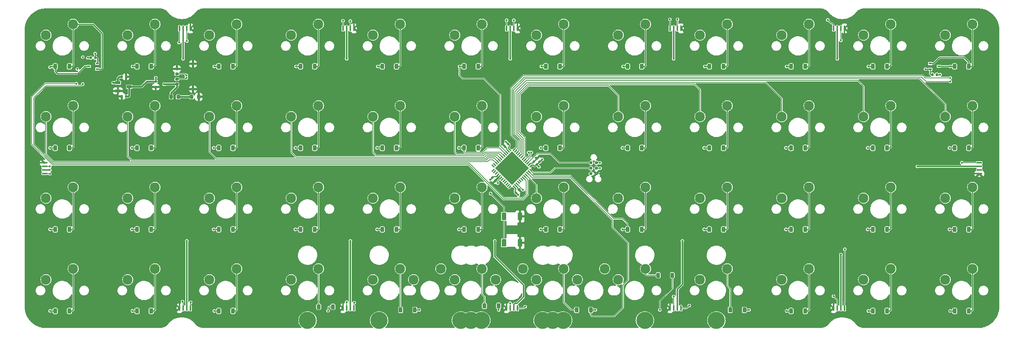
<source format=gbr>
%TF.GenerationSoftware,KiCad,Pcbnew,7.0.1*%
%TF.CreationDate,2023-07-16T15:06:49-04:00*%
%TF.ProjectId,PCB,5043422e-6b69-4636-9164-5f7063625858,rev?*%
%TF.SameCoordinates,Original*%
%TF.FileFunction,Copper,L4,Bot*%
%TF.FilePolarity,Positive*%
%FSLAX46Y46*%
G04 Gerber Fmt 4.6, Leading zero omitted, Abs format (unit mm)*
G04 Created by KiCad (PCBNEW 7.0.1) date 2023-07-16 15:06:49*
%MOMM*%
%LPD*%
G01*
G04 APERTURE LIST*
G04 Aperture macros list*
%AMRoundRect*
0 Rectangle with rounded corners*
0 $1 Rounding radius*
0 $2 $3 $4 $5 $6 $7 $8 $9 X,Y pos of 4 corners*
0 Add a 4 corners polygon primitive as box body*
4,1,4,$2,$3,$4,$5,$6,$7,$8,$9,$2,$3,0*
0 Add four circle primitives for the rounded corners*
1,1,$1+$1,$2,$3*
1,1,$1+$1,$4,$5*
1,1,$1+$1,$6,$7*
1,1,$1+$1,$8,$9*
0 Add four rect primitives between the rounded corners*
20,1,$1+$1,$2,$3,$4,$5,0*
20,1,$1+$1,$4,$5,$6,$7,0*
20,1,$1+$1,$6,$7,$8,$9,0*
20,1,$1+$1,$8,$9,$2,$3,0*%
%AMRotRect*
0 Rectangle, with rotation*
0 The origin of the aperture is its center*
0 $1 length*
0 $2 width*
0 $3 Rotation angle, in degrees counterclockwise*
0 Add horizontal line*
21,1,$1,$2,0,0,$3*%
G04 Aperture macros list end*
%TA.AperFunction,ComponentPad*%
%ADD10C,2.300000*%
%TD*%
%TA.AperFunction,ComponentPad*%
%ADD11C,4.000000*%
%TD*%
%TA.AperFunction,SMDPad,CuDef*%
%ADD12RoundRect,0.105000X0.105000X0.545000X-0.105000X0.545000X-0.105000X-0.545000X0.105000X-0.545000X0*%
%TD*%
%TA.AperFunction,SMDPad,CuDef*%
%ADD13RoundRect,0.225000X-0.225000X-0.375000X0.225000X-0.375000X0.225000X0.375000X-0.225000X0.375000X0*%
%TD*%
%TA.AperFunction,SMDPad,CuDef*%
%ADD14RoundRect,0.105000X-0.105000X-0.545000X0.105000X-0.545000X0.105000X0.545000X-0.105000X0.545000X0*%
%TD*%
%TA.AperFunction,SMDPad,CuDef*%
%ADD15RoundRect,0.062500X-0.220971X-0.309359X0.309359X0.220971X0.220971X0.309359X-0.309359X-0.220971X0*%
%TD*%
%TA.AperFunction,SMDPad,CuDef*%
%ADD16RoundRect,0.062500X0.220971X-0.309359X0.309359X-0.220971X-0.220971X0.309359X-0.309359X0.220971X0*%
%TD*%
%TA.AperFunction,ComponentPad*%
%ADD17C,0.500000*%
%TD*%
%TA.AperFunction,SMDPad,CuDef*%
%ADD18RotRect,5.600000X5.600000X45.000000*%
%TD*%
%TA.AperFunction,SMDPad,CuDef*%
%ADD19R,1.100000X1.800000*%
%TD*%
%TA.AperFunction,SMDPad,CuDef*%
%ADD20R,0.700000X0.450000*%
%TD*%
%TA.AperFunction,SMDPad,CuDef*%
%ADD21RoundRect,0.135000X0.135000X0.185000X-0.135000X0.185000X-0.135000X-0.185000X0.135000X-0.185000X0*%
%TD*%
%TA.AperFunction,SMDPad,CuDef*%
%ADD22RoundRect,0.225000X0.225000X0.375000X-0.225000X0.375000X-0.225000X-0.375000X0.225000X-0.375000X0*%
%TD*%
%TA.AperFunction,SMDPad,CuDef*%
%ADD23RoundRect,0.140000X-0.021213X0.219203X-0.219203X0.021213X0.021213X-0.219203X0.219203X-0.021213X0*%
%TD*%
%TA.AperFunction,SMDPad,CuDef*%
%ADD24RoundRect,0.140000X0.021213X-0.219203X0.219203X-0.021213X-0.021213X0.219203X-0.219203X0.021213X0*%
%TD*%
%TA.AperFunction,ConnectorPad*%
%ADD25C,0.787400*%
%TD*%
%TA.AperFunction,SMDPad,CuDef*%
%ADD26RoundRect,0.140000X-0.219203X-0.021213X-0.021213X-0.219203X0.219203X0.021213X0.021213X0.219203X0*%
%TD*%
%TA.AperFunction,SMDPad,CuDef*%
%ADD27RoundRect,0.105000X-0.545000X0.105000X-0.545000X-0.105000X0.545000X-0.105000X0.545000X0.105000X0*%
%TD*%
%TA.AperFunction,SMDPad,CuDef*%
%ADD28RoundRect,0.200000X0.200000X0.275000X-0.200000X0.275000X-0.200000X-0.275000X0.200000X-0.275000X0*%
%TD*%
%TA.AperFunction,SMDPad,CuDef*%
%ADD29RoundRect,0.140000X-0.140000X-0.170000X0.140000X-0.170000X0.140000X0.170000X-0.140000X0.170000X0*%
%TD*%
%TA.AperFunction,SMDPad,CuDef*%
%ADD30RoundRect,0.135000X-0.135000X-0.185000X0.135000X-0.185000X0.135000X0.185000X-0.135000X0.185000X0*%
%TD*%
%TA.AperFunction,SMDPad,CuDef*%
%ADD31RoundRect,0.140000X0.219203X0.021213X0.021213X0.219203X-0.219203X-0.021213X-0.021213X-0.219203X0*%
%TD*%
%TA.AperFunction,SMDPad,CuDef*%
%ADD32R,1.220000X0.650000*%
%TD*%
%TA.AperFunction,SMDPad,CuDef*%
%ADD33RoundRect,0.105000X0.545000X-0.105000X0.545000X0.105000X-0.545000X0.105000X-0.545000X-0.105000X0*%
%TD*%
%TA.AperFunction,SMDPad,CuDef*%
%ADD34RoundRect,0.200000X-0.200000X-0.275000X0.200000X-0.275000X0.200000X0.275000X-0.200000X0.275000X0*%
%TD*%
%TA.AperFunction,SMDPad,CuDef*%
%ADD35RoundRect,0.140000X0.140000X0.170000X-0.140000X0.170000X-0.140000X-0.170000X0.140000X-0.170000X0*%
%TD*%
%TA.AperFunction,SMDPad,CuDef*%
%ADD36RoundRect,0.150000X-0.275000X0.150000X-0.275000X-0.150000X0.275000X-0.150000X0.275000X0.150000X0*%
%TD*%
%TA.AperFunction,SMDPad,CuDef*%
%ADD37RoundRect,0.175000X-0.225000X0.175000X-0.225000X-0.175000X0.225000X-0.175000X0.225000X0.175000X0*%
%TD*%
%TA.AperFunction,ViaPad*%
%ADD38C,0.500000*%
%TD*%
%TA.AperFunction,Conductor*%
%ADD39C,0.127000*%
%TD*%
%TA.AperFunction,Conductor*%
%ADD40C,0.254000*%
%TD*%
%TA.AperFunction,Conductor*%
%ADD41C,0.400000*%
%TD*%
%TA.AperFunction,Conductor*%
%ADD42C,0.350000*%
%TD*%
%TA.AperFunction,Conductor*%
%ADD43C,0.210820*%
%TD*%
%TA.AperFunction,Conductor*%
%ADD44C,0.250000*%
%TD*%
G04 APERTURE END LIST*
D10*
%TO.P,SW32,1,1*%
%TO.N,COL8*%
X176847500Y-72469375D03*
%TO.P,SW32,2,2*%
%TO.N,Net-(D32-A)*%
X183197500Y-69929375D03*
%TD*%
%TO.P,SW39,1,1*%
%TO.N,COL3*%
X81597500Y-91519375D03*
%TO.P,SW39,2,2*%
%TO.N,Net-(D39-A)*%
X87947500Y-88979375D03*
%TD*%
D11*
%TO.P,S2,*%
%TO.N,*%
X199707500Y-101044375D03*
X104457500Y-101044375D03*
%TD*%
D10*
%TO.P,SW16,1,1*%
%TO.N,COL4*%
X100647500Y-53419375D03*
%TO.P,SW16,2,2*%
%TO.N,Net-(D16-A)*%
X106997500Y-50879375D03*
%TD*%
%TO.P,SW44,1,1*%
%TO.N,COL8*%
X176847500Y-91519375D03*
%TO.P,SW44,2,2*%
%TO.N,Net-(D44-A)*%
X183197500Y-88979375D03*
%TD*%
%TO.P,SW11,1,1*%
%TO.N,COL11*%
X233997500Y-34369375D03*
%TO.P,SW11,2,2*%
%TO.N,Net-(D11-A)*%
X240347500Y-31829375D03*
%TD*%
%TO.P,SW8,1,1*%
%TO.N,COL8*%
X176847500Y-34369375D03*
%TO.P,SW8,2,2*%
%TO.N,Net-(D8-A)*%
X183197500Y-31829375D03*
%TD*%
%TO.P,SW51,1,1*%
%TO.N,COL7*%
X167322500Y-91519375D03*
%TO.P,SW51,2,2*%
%TO.N,unconnected-(SW51-Pad2)*%
X173672500Y-88979375D03*
%TD*%
%TO.P,SW22,1,1*%
%TO.N,COL10*%
X214947500Y-53419375D03*
%TO.P,SW22,2,2*%
%TO.N,Net-(D22-A)*%
X221297500Y-50879375D03*
%TD*%
%TO.P,SW28,1,1*%
%TO.N,COL4*%
X100647500Y-72469375D03*
%TO.P,SW28,2,2*%
%TO.N,Net-(D28-A)*%
X106997500Y-69929375D03*
%TD*%
%TO.P,SW47,1,1*%
%TO.N,COL11*%
X233997500Y-91519375D03*
%TO.P,SW47,2,2*%
%TO.N,Net-(D47-A)*%
X240347500Y-88979375D03*
%TD*%
%TO.P,SW46,1,1*%
%TO.N,COL10*%
X214947500Y-91519375D03*
%TO.P,SW46,2,2*%
%TO.N,Net-(D46-A)*%
X221297500Y-88979375D03*
%TD*%
D11*
%TO.P,S1,*%
%TO.N,*%
X163988750Y-101044375D03*
X140176250Y-101044375D03*
%TD*%
D10*
%TO.P,SW43,1,1*%
%TO.N,COL7*%
X157797500Y-91519375D03*
%TO.P,SW43,2,2*%
%TO.N,Net-(D43-A)*%
X164147500Y-88979375D03*
%TD*%
%TO.P,SW10,1,1*%
%TO.N,COL10*%
X214947500Y-34369375D03*
%TO.P,SW10,2,2*%
%TO.N,Net-(D10-A)*%
X221297500Y-31829375D03*
%TD*%
D11*
%TO.P,S3,*%
%TO.N,*%
X142557500Y-101044375D03*
X104457500Y-101044375D03*
%TD*%
D10*
%TO.P,SW34,1,1*%
%TO.N,COL10*%
X214947500Y-72469375D03*
%TO.P,SW34,2,2*%
%TO.N,Net-(D34-A)*%
X221297500Y-69929375D03*
%TD*%
%TO.P,SW29,1,1*%
%TO.N,COL5*%
X119697500Y-72469375D03*
%TO.P,SW29,2,2*%
%TO.N,Net-(D29-A)*%
X126047500Y-69929375D03*
%TD*%
%TO.P,SW19,1,1*%
%TO.N,COL7*%
X157797500Y-53419375D03*
%TO.P,SW19,2,2*%
%TO.N,Net-(D19-A)*%
X164147500Y-50879375D03*
%TD*%
%TO.P,SW4,1,1*%
%TO.N,COL4*%
X100647500Y-34369375D03*
%TO.P,SW4,2,2*%
%TO.N,Net-(D4-A)*%
X106997500Y-31829375D03*
%TD*%
%TO.P,SW49,1,1*%
%TO.N,COL5*%
X129151875Y-91519375D03*
%TO.P,SW49,2,2*%
%TO.N,unconnected-(SW49-Pad2)*%
X135501875Y-88979375D03*
%TD*%
%TO.P,SW45,1,1*%
%TO.N,COL9*%
X195897500Y-91519375D03*
%TO.P,SW45,2,2*%
%TO.N,Net-(D45-A)*%
X202247500Y-88979375D03*
%TD*%
%TO.P,SW9,1,1*%
%TO.N,COL9*%
X195897500Y-34369375D03*
%TO.P,SW9,2,2*%
%TO.N,Net-(D9-A)*%
X202247500Y-31829375D03*
%TD*%
D11*
%TO.P,S4,*%
%TO.N,*%
X199707500Y-101044375D03*
X161607500Y-101044375D03*
%TD*%
D10*
%TO.P,SW1,1,1*%
%TO.N,COL1*%
X43497500Y-34369375D03*
%TO.P,SW1,2,2*%
%TO.N,/Switch Matrix/SKY_MAT_1*%
X49847500Y-31829375D03*
%TD*%
%TO.P,SW36,1,1*%
%TO.N,COL12*%
X253047500Y-72469375D03*
%TO.P,SW36,2,2*%
%TO.N,Net-(D36-A)*%
X259397500Y-69929375D03*
%TD*%
%TO.P,SW33,1,1*%
%TO.N,COL9*%
X195897500Y-72469375D03*
%TO.P,SW33,2,2*%
%TO.N,Net-(D33-A)*%
X202247500Y-69929375D03*
%TD*%
%TO.P,SW3,1,1*%
%TO.N,COL3*%
X81597500Y-34369375D03*
%TO.P,SW3,2,2*%
%TO.N,Net-(D3-A)*%
X87947500Y-31829375D03*
%TD*%
%TO.P,SW27,1,1*%
%TO.N,COL3*%
X81597500Y-72469375D03*
%TO.P,SW27,2,2*%
%TO.N,Net-(D27-A)*%
X87947500Y-69929375D03*
%TD*%
%TO.P,SW12,1,1*%
%TO.N,COL12*%
X253047500Y-34369375D03*
%TO.P,SW12,2,2*%
%TO.N,/Switch Matrix/SKY_MAT_2*%
X259397500Y-31829375D03*
%TD*%
%TO.P,SW48,1,1*%
%TO.N,COL12*%
X253047500Y-91519375D03*
%TO.P,SW48,2,2*%
%TO.N,Net-(D48-A)*%
X259397500Y-88979375D03*
%TD*%
%TO.P,SW35,1,1*%
%TO.N,COL11*%
X233997500Y-72469375D03*
%TO.P,SW35,2,2*%
%TO.N,Net-(D35-A)*%
X240347500Y-69929375D03*
%TD*%
%TO.P,SW13,1,1*%
%TO.N,COL1*%
X43497500Y-53419375D03*
%TO.P,SW13,2,2*%
%TO.N,Net-(D13-A)*%
X49847500Y-50879375D03*
%TD*%
%TO.P,SW38,1,1*%
%TO.N,COL2*%
X62547500Y-91519375D03*
%TO.P,SW38,2,2*%
%TO.N,Net-(D38-A)*%
X68897500Y-88979375D03*
%TD*%
%TO.P,SW31,1,1*%
%TO.N,COL7*%
X157797500Y-72469375D03*
%TO.P,SW31,2,2*%
%TO.N,Net-(D31-A)*%
X164147500Y-69929375D03*
%TD*%
%TO.P,SW50,1,1*%
%TO.N,COL6*%
X148272500Y-91519375D03*
%TO.P,SW50,2,2*%
%TO.N,unconnected-(SW50-Pad2)*%
X154622500Y-88979375D03*
%TD*%
%TO.P,SW23,1,1*%
%TO.N,COL11*%
X233997500Y-53419375D03*
%TO.P,SW23,2,2*%
%TO.N,Net-(D23-A)*%
X240347500Y-50879375D03*
%TD*%
%TO.P,SW17,1,1*%
%TO.N,COL5*%
X119697500Y-53419375D03*
%TO.P,SW17,2,2*%
%TO.N,Net-(D17-A)*%
X126047500Y-50879375D03*
%TD*%
%TO.P,SW25,1,1*%
%TO.N,COL1*%
X43497500Y-72469375D03*
%TO.P,SW25,2,2*%
%TO.N,Net-(D25-A)*%
X49847500Y-69929375D03*
%TD*%
D11*
%TO.P,S6,*%
%TO.N,*%
X183038750Y-101044375D03*
X159226250Y-101044375D03*
%TD*%
D10*
%TO.P,SW5,1,1*%
%TO.N,COL5*%
X119697500Y-34369375D03*
%TO.P,SW5,2,2*%
%TO.N,Net-(D5-A)*%
X126047500Y-31829375D03*
%TD*%
%TO.P,SW7,1,1*%
%TO.N,COL7*%
X157797500Y-34369375D03*
%TO.P,SW7,2,2*%
%TO.N,Net-(D7-A)*%
X164147500Y-31829375D03*
%TD*%
%TO.P,SW30,1,1*%
%TO.N,COL6*%
X138747500Y-72469375D03*
%TO.P,SW30,2,2*%
%TO.N,Net-(D30-A)*%
X145097500Y-69929375D03*
%TD*%
%TO.P,SW2,1,1*%
%TO.N,COL2*%
X62547500Y-34369375D03*
%TO.P,SW2,2,2*%
%TO.N,Net-(D2-A)*%
X68897500Y-31829375D03*
%TD*%
%TO.P,SW42,1,1*%
%TO.N,COL6*%
X138747500Y-91519375D03*
%TO.P,SW42,2,2*%
%TO.N,Net-(D42-A)*%
X145097500Y-88979375D03*
%TD*%
%TO.P,SW15,1,1*%
%TO.N,COL3*%
X81597500Y-53419375D03*
%TO.P,SW15,2,2*%
%TO.N,Net-(D15-A)*%
X87947500Y-50879375D03*
%TD*%
%TO.P,SW24,1,1*%
%TO.N,COL12*%
X253047500Y-53419375D03*
%TO.P,SW24,2,2*%
%TO.N,Net-(D24-A)*%
X259397500Y-50879375D03*
%TD*%
%TO.P,SW18,1,1*%
%TO.N,COL6*%
X138747500Y-53419375D03*
%TO.P,SW18,2,2*%
%TO.N,Net-(D18-A)*%
X145097500Y-50879375D03*
%TD*%
%TO.P,SW21,1,1*%
%TO.N,COL9*%
X195897500Y-53419375D03*
%TO.P,SW21,2,2*%
%TO.N,Net-(D21-A)*%
X202247500Y-50879375D03*
%TD*%
%TO.P,SW40,1,1*%
%TO.N,COL4*%
X100647500Y-91519375D03*
%TO.P,SW40,2,2*%
%TO.N,Net-(D40-A)*%
X106997500Y-88979375D03*
%TD*%
%TO.P,SW26,1,1*%
%TO.N,COL2*%
X62547500Y-72469375D03*
%TO.P,SW26,2,2*%
%TO.N,Net-(D26-A)*%
X68897500Y-69929375D03*
%TD*%
%TO.P,SW41,1,1*%
%TO.N,COL5*%
X119697500Y-91519375D03*
%TO.P,SW41,2,2*%
%TO.N,Net-(D41-A)*%
X126047500Y-88979375D03*
%TD*%
%TO.P,SW37,1,1*%
%TO.N,COL1*%
X43497500Y-91519375D03*
%TO.P,SW37,2,2*%
%TO.N,Net-(D37-A)*%
X49847500Y-88979375D03*
%TD*%
%TO.P,SW20,1,1*%
%TO.N,COL8*%
X176847500Y-53419375D03*
%TO.P,SW20,2,2*%
%TO.N,Net-(D20-A)*%
X183197500Y-50879375D03*
%TD*%
%TO.P,SW6,1,1*%
%TO.N,COL6*%
X138747500Y-34369375D03*
%TO.P,SW6,2,2*%
%TO.N,Net-(D6-A)*%
X145097500Y-31829375D03*
%TD*%
%TO.P,SW14,1,1*%
%TO.N,COL2*%
X62547500Y-53419375D03*
%TO.P,SW14,2,2*%
%TO.N,Net-(D14-A)*%
X68897500Y-50879375D03*
%TD*%
D11*
%TO.P,S5,*%
%TO.N,*%
X144938750Y-101044375D03*
X121126250Y-101044375D03*
%TD*%
D12*
%TO.P,LED3,1,DIN*%
%TO.N,Net-(LED2-DOUT)*%
X153355000Y-98171875D03*
%TO.P,LED3,2,VDD*%
%TO.N,/VFused_*%
X152505000Y-98171875D03*
%TO.P,LED3,3,DOUT*%
%TO.N,Net-(LED3-DOUT)*%
X151655000Y-98171875D03*
%TO.P,LED3,4,VSS*%
%TO.N,GND*%
X150805000Y-98171875D03*
%TD*%
D13*
%TO.P,D37,1,K*%
%TO.N,ROW4*%
X45657500Y-98821875D03*
%TO.P,D37,2,A*%
%TO.N,Net-(D37-A)*%
X48957500Y-98821875D03*
%TD*%
D14*
%TO.P,LED8,1,DIN*%
%TO.N,Net-(LED7-DOUT)*%
X112710000Y-32796875D03*
%TO.P,LED8,2,VDD*%
%TO.N,/VFused_*%
X113560000Y-32796875D03*
%TO.P,LED8,3,DOUT*%
%TO.N,Net-(LED8-DOUT)*%
X114410000Y-32796875D03*
%TO.P,LED8,4,VSS*%
%TO.N,GND*%
X115260000Y-32796875D03*
%TD*%
D13*
%TO.P,D27,1,K*%
%TO.N,ROW3*%
X83757500Y-79771875D03*
%TO.P,D27,2,A*%
%TO.N,Net-(D27-A)*%
X87057500Y-79771875D03*
%TD*%
%TO.P,D13,1,K*%
%TO.N,ROW2*%
X45657500Y-60721875D03*
%TO.P,D13,2,A*%
%TO.N,Net-(D13-A)*%
X48957500Y-60721875D03*
%TD*%
%TO.P,D10,1,K*%
%TO.N,ROW1*%
X217107500Y-41671875D03*
%TO.P,D10,2,A*%
%TO.N,Net-(D10-A)*%
X220407500Y-41671875D03*
%TD*%
%TO.P,D22,1,K*%
%TO.N,ROW2*%
X217107500Y-60721875D03*
%TO.P,D22,2,A*%
%TO.N,Net-(D22-A)*%
X220407500Y-60721875D03*
%TD*%
%TO.P,D30,1,K*%
%TO.N,ROW3*%
X140907500Y-79771875D03*
%TO.P,D30,2,A*%
%TO.N,Net-(D30-A)*%
X144207500Y-79771875D03*
%TD*%
D15*
%TO.P,U2,1,VBAT*%
%TO.N,unconnected-(U2-VBAT-Pad1)*%
X151596364Y-69859598D03*
%TO.P,U2,2,PC13*%
%TO.N,unconnected-(U2-PC13-Pad2)*%
X151242811Y-69506045D03*
%TO.P,U2,3,PC14*%
%TO.N,unconnected-(U2-PC14-Pad3)*%
X150889257Y-69152491D03*
%TO.P,U2,4,PC15*%
%TO.N,unconnected-(U2-PC15-Pad4)*%
X150535704Y-68798938D03*
%TO.P,U2,5,PH0*%
%TO.N,unconnected-(U2-PH0-Pad5)*%
X150182151Y-68445385D03*
%TO.P,U2,6,PH1*%
%TO.N,unconnected-(U2-PH1-Pad6)*%
X149828597Y-68091831D03*
%TO.P,U2,7,NRST*%
%TO.N,/~{RST}*%
X149475044Y-67738278D03*
%TO.P,U2,8,VSSA*%
%TO.N,GND*%
X149121490Y-67384724D03*
%TO.P,U2,9,VDDA*%
%TO.N,+3.3V*%
X148767937Y-67031171D03*
%TO.P,U2,10,PA0*%
%TO.N,unconnected-(U2-PA0-Pad10)*%
X148414384Y-66677618D03*
%TO.P,U2,11,PA1*%
%TO.N,unconnected-(U2-PA1-Pad11)*%
X148060830Y-66324064D03*
%TO.P,U2,12,PA2*%
%TO.N,unconnected-(U2-PA2-Pad12)*%
X147707277Y-65970511D03*
D16*
%TO.P,U2,13,PA3*%
%TO.N,unconnected-(U2-PA3-Pad13)*%
X147707277Y-64998239D03*
%TO.P,U2,14,PA4*%
%TO.N,unconnected-(U2-PA4-Pad14)*%
X148060830Y-64644686D03*
%TO.P,U2,15,PA5*%
%TO.N,COL1*%
X148414384Y-64291132D03*
%TO.P,U2,16,PA6*%
%TO.N,COL2*%
X148767937Y-63937579D03*
%TO.P,U2,17,PA7*%
%TO.N,COL3*%
X149121490Y-63584026D03*
%TO.P,U2,18,PB0*%
%TO.N,COL4*%
X149475044Y-63230472D03*
%TO.P,U2,19,PB1*%
%TO.N,COL5*%
X149828597Y-62876919D03*
%TO.P,U2,20,PB2*%
%TO.N,COL6*%
X150182151Y-62523365D03*
%TO.P,U2,21,PB10*%
%TO.N,ROW2*%
X150535704Y-62169812D03*
%TO.P,U2,22,PB11*%
%TO.N,ROW1*%
X150889257Y-61816259D03*
%TO.P,U2,23,VSS*%
%TO.N,GND*%
X151242811Y-61462705D03*
%TO.P,U2,24,VDD*%
%TO.N,+3.3V*%
X151596364Y-61109152D03*
D15*
%TO.P,U2,25,PB12*%
%TO.N,ENC2B*%
X152568636Y-61109152D03*
%TO.P,U2,26,PB13*%
%TO.N,ENC2A*%
X152922189Y-61462705D03*
%TO.P,U2,27,PB14*%
%TO.N,COL12*%
X153275743Y-61816259D03*
%TO.P,U2,28,PB15*%
%TO.N,COL11*%
X153629296Y-62169812D03*
%TO.P,U2,29,PA8*%
%TO.N,COL10*%
X153982849Y-62523365D03*
%TO.P,U2,30,PA9*%
%TO.N,COL9*%
X154336403Y-62876919D03*
%TO.P,U2,31,PA10*%
%TO.N,COL8*%
X154689956Y-63230472D03*
%TO.P,U2,32,PA11*%
%TO.N,/DN*%
X155043510Y-63584026D03*
%TO.P,U2,33,PA12*%
%TO.N,/DP*%
X155397063Y-63937579D03*
%TO.P,U2,34,PA13*%
%TO.N,/SWD*%
X155750616Y-64291132D03*
%TO.P,U2,35,VSS*%
%TO.N,GND*%
X156104170Y-64644686D03*
%TO.P,U2,36,VDDUSB*%
%TO.N,+3.3V*%
X156457723Y-64998239D03*
D16*
%TO.P,U2,37,PA14*%
%TO.N,/SWCLK*%
X156457723Y-65970511D03*
%TO.P,U2,38,PA15*%
%TO.N,ROW3*%
X156104170Y-66324064D03*
%TO.P,U2,39,PB3*%
%TO.N,ROW4*%
X155750616Y-66677618D03*
%TO.P,U2,40,PB4*%
%TO.N,COL7*%
X155397063Y-67031171D03*
%TO.P,U2,41,PB5*%
%TO.N,ENC1A*%
X155043510Y-67384724D03*
%TO.P,U2,42,PB6*%
%TO.N,ENC1B*%
X154689956Y-67738278D03*
%TO.P,U2,43,PB7*%
%TO.N,unconnected-(U2-PB7-Pad43)*%
X154336403Y-68091831D03*
%TO.P,U2,44,PH3*%
%TO.N,unconnected-(U2-PH3-Pad44)*%
X153982849Y-68445385D03*
%TO.P,U2,45,PB8*%
%TO.N,unconnected-(U2-PB8-Pad45)*%
X153629296Y-68798938D03*
%TO.P,U2,46,PB9*%
%TO.N,/RGB_CTRL*%
X153275743Y-69152491D03*
%TO.P,U2,47,VSS*%
%TO.N,GND*%
X152922189Y-69506045D03*
%TO.P,U2,48,VDD*%
%TO.N,+3.3V*%
X152568636Y-69859598D03*
D17*
%TO.P,U2,49,VSS*%
%TO.N,GND*%
X148476255Y-65484375D03*
X149377817Y-66385936D03*
X150279378Y-67287497D03*
X151180939Y-68189058D03*
X152082500Y-69090620D03*
X149377817Y-64582814D03*
X150279378Y-65484375D03*
X151180939Y-66385936D03*
X152082500Y-67287497D03*
X152984061Y-68189058D03*
X150279378Y-63681253D03*
X151180939Y-64582814D03*
X152082500Y-65484375D03*
D18*
X152082500Y-65484375D03*
D17*
X152984061Y-66385936D03*
X153885622Y-67287497D03*
X151180939Y-62779692D03*
X152082500Y-63681253D03*
X152984061Y-64582814D03*
X153885622Y-65484375D03*
X154787183Y-66385936D03*
X152082500Y-61878130D03*
X152984061Y-62779692D03*
X153885622Y-63681253D03*
X154787183Y-64582814D03*
X155688745Y-65484375D03*
%TD*%
D13*
%TO.P,D18,1,K*%
%TO.N,ROW2*%
X140907500Y-60721875D03*
%TO.P,D18,2,A*%
%TO.N,Net-(D18-A)*%
X144207500Y-60721875D03*
%TD*%
D19*
%TO.P,SW73,1,1*%
%TO.N,GND*%
X153932500Y-82935375D03*
X153932500Y-76735375D03*
%TO.P,SW73,2,2*%
%TO.N,/~{RST}*%
X150232500Y-82935375D03*
X150232500Y-76735375D03*
%TD*%
D14*
%TO.P,LED9,1,DIN*%
%TO.N,Net-(LED8-DOUT)*%
X150810000Y-32796875D03*
%TO.P,LED9,2,VDD*%
%TO.N,/VFused_*%
X151660000Y-32796875D03*
%TO.P,LED9,3,DOUT*%
%TO.N,Net-(LED10-DIN)*%
X152510000Y-32796875D03*
%TO.P,LED9,4,VSS*%
%TO.N,GND*%
X153360000Y-32796875D03*
%TD*%
D20*
%TO.P,Q3,1,G*%
%TO.N,Net-(Q3-G)*%
X55451250Y-41021875D03*
%TO.P,Q3,2,S*%
%TO.N,/Switch Matrix/SKY_MAT_1*%
X55451250Y-42321875D03*
%TO.P,Q3,3,D*%
%TO.N,ROW1*%
X53451250Y-41671875D03*
%TD*%
D12*
%TO.P,LED5,1,DIN*%
%TO.N,Net-(LED4-DOUT)*%
X77155000Y-98171875D03*
%TO.P,LED5,2,VDD*%
%TO.N,/VFused_*%
X76305000Y-98171875D03*
%TO.P,LED5,3,DOUT*%
%TO.N,Net-(LED5-DOUT)*%
X75455000Y-98171875D03*
%TO.P,LED5,4,VSS*%
%TO.N,GND*%
X74605000Y-98171875D03*
%TD*%
D13*
%TO.P,D2,1,K*%
%TO.N,ROW1*%
X64707500Y-41671875D03*
%TO.P,D2,2,A*%
%TO.N,Net-(D2-A)*%
X68007500Y-41671875D03*
%TD*%
%TO.P,D19,1,K*%
%TO.N,ROW2*%
X159957500Y-60721875D03*
%TO.P,D19,2,A*%
%TO.N,Net-(D19-A)*%
X163257500Y-60721875D03*
%TD*%
D21*
%TO.P,R5,1*%
%TO.N,Net-(Q3-G)*%
X54961250Y-39671875D03*
%TO.P,R5,2*%
%TO.N,+3.3V*%
X53941250Y-39671875D03*
%TD*%
D13*
%TO.P,D46,1,K*%
%TO.N,ROW4*%
X217107500Y-98821875D03*
%TO.P,D46,2,A*%
%TO.N,Net-(D46-A)*%
X220407500Y-98821875D03*
%TD*%
D12*
%TO.P,LED2,1,DIN*%
%TO.N,Net-(LED1-DOUT)*%
X191455000Y-98171875D03*
%TO.P,LED2,2,VDD*%
%TO.N,/VFused_*%
X190605000Y-98171875D03*
%TO.P,LED2,3,DOUT*%
%TO.N,Net-(LED2-DOUT)*%
X189755000Y-98171875D03*
%TO.P,LED2,4,VSS*%
%TO.N,GND*%
X188905000Y-98171875D03*
%TD*%
D13*
%TO.P,D32,1,K*%
%TO.N,ROW3*%
X179007500Y-79771875D03*
%TO.P,D32,2,A*%
%TO.N,Net-(D32-A)*%
X182307500Y-79771875D03*
%TD*%
%TO.P,D8,1,K*%
%TO.N,ROW1*%
X179007500Y-41671875D03*
%TO.P,D8,2,A*%
%TO.N,Net-(D8-A)*%
X182307500Y-41671875D03*
%TD*%
D22*
%TO.P,D42,1,K*%
%TO.N,ROW4*%
X148970000Y-97631250D03*
%TO.P,D42,2,A*%
%TO.N,Net-(D42-A)*%
X145670000Y-97631250D03*
%TD*%
%TO.P,D44,1,K*%
%TO.N,ROW4*%
X189451250Y-90487500D03*
%TO.P,D44,2,A*%
%TO.N,Net-(D44-A)*%
X186151250Y-90487500D03*
%TD*%
D13*
%TO.P,D31,1,K*%
%TO.N,ROW3*%
X159957500Y-79771875D03*
%TO.P,D31,2,A*%
%TO.N,Net-(D31-A)*%
X163257500Y-79771875D03*
%TD*%
D22*
%TO.P,D41,1,K*%
%TO.N,ROW4*%
X129432500Y-98584375D03*
%TO.P,D41,2,A*%
%TO.N,Net-(D41-A)*%
X126132500Y-98584375D03*
%TD*%
D23*
%TO.P,C4,1*%
%TO.N,+3.3V*%
X151181911Y-59784964D03*
%TO.P,C4,2*%
%TO.N,GND*%
X150503089Y-60463786D03*
%TD*%
D24*
%TO.P,C3,1*%
%TO.N,+3.3V*%
X153023089Y-71183786D03*
%TO.P,C3,2*%
%TO.N,GND*%
X153701911Y-70504964D03*
%TD*%
D25*
%TO.P,J2,1,VCC*%
%TO.N,+3.3V*%
X171767500Y-64214375D03*
%TO.P,J2,2,SWDIO*%
%TO.N,/SWD*%
X170497500Y-64214375D03*
%TO.P,J2,3,~{RST}*%
%TO.N,/~{RST}*%
X171767500Y-65484375D03*
%TO.P,J2,4,SWCLK*%
%TO.N,/SWCLK*%
X170497500Y-65484375D03*
%TO.P,J2,5,GND*%
%TO.N,GND*%
X171767500Y-66754375D03*
%TO.P,J2,6,SWO*%
%TO.N,unconnected-(J2-SWO-Pad6)*%
X170497500Y-66754375D03*
%TD*%
D13*
%TO.P,D25,1,K*%
%TO.N,ROW3*%
X45657500Y-79771875D03*
%TO.P,D25,2,A*%
%TO.N,Net-(D25-A)*%
X48957500Y-79771875D03*
%TD*%
%TO.P,D23,1,K*%
%TO.N,ROW2*%
X236157500Y-60721875D03*
%TO.P,D23,2,A*%
%TO.N,Net-(D23-A)*%
X239457500Y-60721875D03*
%TD*%
D22*
%TO.P,D40,1,K*%
%TO.N,ROW4*%
X110350000Y-97854375D03*
%TO.P,D40,2,A*%
%TO.N,Net-(D40-A)*%
X107050000Y-97854375D03*
%TD*%
D26*
%TO.P,C5,1*%
%TO.N,+3.3V*%
X147543089Y-67644964D03*
%TO.P,C5,2*%
%TO.N,GND*%
X148221911Y-68323786D03*
%TD*%
D13*
%TO.P,D14,1,K*%
%TO.N,ROW2*%
X64707500Y-60721875D03*
%TO.P,D14,2,A*%
%TO.N,Net-(D14-A)*%
X68007500Y-60721875D03*
%TD*%
D27*
%TO.P,LED12,1,DIN*%
%TO.N,Net-(LED11-DOUT)*%
X260970000Y-64211875D03*
%TO.P,LED12,2,VDD*%
%TO.N,/VFused_*%
X260970000Y-65061875D03*
%TO.P,LED12,3,DOUT*%
%TO.N,unconnected-(LED12-DOUT-Pad3)*%
X260970000Y-65911875D03*
%TO.P,LED12,4,VSS*%
%TO.N,GND*%
X260970000Y-66761875D03*
%TD*%
D14*
%TO.P,LED10,1,DIN*%
%TO.N,Net-(LED10-DIN)*%
X188910000Y-32796875D03*
%TO.P,LED10,2,VDD*%
%TO.N,/VFused_*%
X189760000Y-32796875D03*
%TO.P,LED10,3,DOUT*%
%TO.N,Net-(LED10-DOUT)*%
X190610000Y-32796875D03*
%TO.P,LED10,4,VSS*%
%TO.N,GND*%
X191460000Y-32796875D03*
%TD*%
D22*
%TO.P,D43,1,K*%
%TO.N,ROW4*%
X170432500Y-98584375D03*
%TO.P,D43,2,A*%
%TO.N,Net-(D43-A)*%
X167132500Y-98584375D03*
%TD*%
D28*
%TO.P,R4,1*%
%TO.N,GND*%
X79088750Y-48815625D03*
%TO.P,R4,2*%
%TO.N,Net-(D49-A)*%
X77438750Y-48815625D03*
%TD*%
D13*
%TO.P,D48,1,K*%
%TO.N,ROW4*%
X255207500Y-98821875D03*
%TO.P,D48,2,A*%
%TO.N,Net-(D48-A)*%
X258507500Y-98821875D03*
%TD*%
%TO.P,D34,1,K*%
%TO.N,ROW3*%
X217107500Y-79771875D03*
%TO.P,D34,2,A*%
%TO.N,Net-(D34-A)*%
X220407500Y-79771875D03*
%TD*%
%TO.P,D39,1,K*%
%TO.N,ROW4*%
X83757500Y-98821875D03*
%TO.P,D39,2,A*%
%TO.N,Net-(D39-A)*%
X87057500Y-98821875D03*
%TD*%
D29*
%TO.P,C15,1*%
%TO.N,+3.3V*%
X61178500Y-44150000D03*
%TO.P,C15,2*%
%TO.N,GND*%
X62138500Y-44150000D03*
%TD*%
D13*
%TO.P,D16,1,K*%
%TO.N,ROW2*%
X102807500Y-60721875D03*
%TO.P,D16,2,A*%
%TO.N,Net-(D16-A)*%
X106107500Y-60721875D03*
%TD*%
%TO.P,D7,1,K*%
%TO.N,ROW1*%
X159957500Y-41671875D03*
%TO.P,D7,2,A*%
%TO.N,Net-(D7-A)*%
X163257500Y-41671875D03*
%TD*%
%TO.P,D47,1,K*%
%TO.N,ROW4*%
X236157500Y-98821875D03*
%TO.P,D47,2,A*%
%TO.N,Net-(D47-A)*%
X239457500Y-98821875D03*
%TD*%
%TO.P,D3,1,K*%
%TO.N,ROW1*%
X83757500Y-41671875D03*
%TO.P,D3,2,A*%
%TO.N,Net-(D3-A)*%
X87057500Y-41671875D03*
%TD*%
%TO.P,D11,1,K*%
%TO.N,ROW1*%
X236157500Y-41671875D03*
%TO.P,D11,2,A*%
%TO.N,Net-(D11-A)*%
X239457500Y-41671875D03*
%TD*%
%TO.P,D29,1,K*%
%TO.N,ROW3*%
X121857500Y-79771875D03*
%TO.P,D29,2,A*%
%TO.N,Net-(D29-A)*%
X125157500Y-79771875D03*
%TD*%
%TO.P,D1,1,K*%
%TO.N,ROW1*%
X45657500Y-41671875D03*
%TO.P,D1,2,A*%
%TO.N,/Switch Matrix/SKY_MAT_1*%
X48957500Y-41671875D03*
%TD*%
%TO.P,D38,1,K*%
%TO.N,ROW4*%
X64707500Y-98821875D03*
%TO.P,D38,2,A*%
%TO.N,Net-(D38-A)*%
X68007500Y-98821875D03*
%TD*%
%TO.P,D21,1,K*%
%TO.N,ROW2*%
X198057500Y-60721875D03*
%TO.P,D21,2,A*%
%TO.N,Net-(D21-A)*%
X201357500Y-60721875D03*
%TD*%
%TO.P,D24,1,K*%
%TO.N,ROW2*%
X255207500Y-60721875D03*
%TO.P,D24,2,A*%
%TO.N,Net-(D24-A)*%
X258507500Y-60721875D03*
%TD*%
%TO.P,D35,1,K*%
%TO.N,ROW3*%
X236157500Y-79771875D03*
%TO.P,D35,2,A*%
%TO.N,Net-(D35-A)*%
X239457500Y-79771875D03*
%TD*%
D30*
%TO.P,R6,1*%
%TO.N,Net-(Q2-G)*%
X250022900Y-43589575D03*
%TO.P,R6,2*%
%TO.N,+3.3V*%
X251042900Y-43589575D03*
%TD*%
D13*
%TO.P,D15,1,K*%
%TO.N,ROW2*%
X83757500Y-60721875D03*
%TO.P,D15,2,A*%
%TO.N,Net-(D15-A)*%
X87057500Y-60721875D03*
%TD*%
D20*
%TO.P,Q2,1,G*%
%TO.N,Net-(Q2-G)*%
X249532900Y-42334575D03*
%TO.P,Q2,2,S*%
%TO.N,/Switch Matrix/SKY_MAT_2*%
X249532900Y-41034575D03*
%TO.P,Q2,3,D*%
%TO.N,ROW1*%
X251532900Y-41684575D03*
%TD*%
D13*
%TO.P,D20,1,K*%
%TO.N,ROW2*%
X179007500Y-60721875D03*
%TO.P,D20,2,A*%
%TO.N,Net-(D20-A)*%
X182307500Y-60721875D03*
%TD*%
D31*
%TO.P,C2,1*%
%TO.N,+3.3V*%
X158551911Y-63933786D03*
%TO.P,C2,2*%
%TO.N,GND*%
X157873089Y-63254964D03*
%TD*%
D13*
%TO.P,D5,1,K*%
%TO.N,ROW1*%
X121857500Y-41671875D03*
%TO.P,D5,2,A*%
%TO.N,Net-(D5-A)*%
X125157500Y-41671875D03*
%TD*%
D32*
%TO.P,U4,1,GND*%
%TO.N,GND*%
X60262500Y-47400000D03*
%TO.P,U4,2,VO*%
%TO.N,+3.3V*%
X60262500Y-45500000D03*
%TO.P,U4,3,VI*%
%TO.N,/VFused_*%
X62882500Y-46450000D03*
%TD*%
D33*
%TO.P,LED6,1,DIN*%
%TO.N,Net-(LED5-DOUT)*%
X43195000Y-66756875D03*
%TO.P,LED6,2,VDD*%
%TO.N,/VFused_*%
X43195000Y-65906875D03*
%TO.P,LED6,3,DOUT*%
%TO.N,Net-(LED6-DOUT)*%
X43195000Y-65056875D03*
%TO.P,LED6,4,VSS*%
%TO.N,GND*%
X43195000Y-64206875D03*
%TD*%
D14*
%TO.P,LED7,1,DIN*%
%TO.N,Net-(LED6-DOUT)*%
X74610000Y-32796875D03*
%TO.P,LED7,2,VDD*%
%TO.N,/VFused_*%
X75460000Y-32796875D03*
%TO.P,LED7,3,DOUT*%
%TO.N,Net-(LED7-DOUT)*%
X76310000Y-32796875D03*
%TO.P,LED7,4,VSS*%
%TO.N,GND*%
X77160000Y-32796875D03*
%TD*%
D34*
%TO.P,D49,1,K*%
%TO.N,Net-(D49-K)*%
X72676250Y-48815625D03*
%TO.P,D49,2,A*%
%TO.N,Net-(D49-A)*%
X74326250Y-48815625D03*
%TD*%
D12*
%TO.P,LED4,1,DIN*%
%TO.N,Net-(LED3-DOUT)*%
X115255000Y-98171875D03*
%TO.P,LED4,2,VDD*%
%TO.N,/VFused_*%
X114405000Y-98171875D03*
%TO.P,LED4,3,DOUT*%
%TO.N,Net-(LED4-DOUT)*%
X113555000Y-98171875D03*
%TO.P,LED4,4,VSS*%
%TO.N,GND*%
X112705000Y-98171875D03*
%TD*%
D31*
%TO.P,C1,1*%
%TO.N,+3.3V*%
X157851911Y-64633786D03*
%TO.P,C1,2*%
%TO.N,GND*%
X157173089Y-63954964D03*
%TD*%
D13*
%TO.P,D17,1,K*%
%TO.N,ROW2*%
X121857500Y-60721875D03*
%TO.P,D17,2,A*%
%TO.N,Net-(D17-A)*%
X125157500Y-60721875D03*
%TD*%
D20*
%TO.P,Q1,1,G*%
%TO.N,GND*%
X69092500Y-46503125D03*
%TO.P,Q1,2,S*%
%TO.N,/VFused_*%
X69092500Y-45203125D03*
%TO.P,Q1,3,D*%
%TO.N,Net-(D49-K)*%
X71092500Y-45853125D03*
%TD*%
D13*
%TO.P,D36,1,K*%
%TO.N,ROW3*%
X255207500Y-79771875D03*
%TO.P,D36,2,A*%
%TO.N,Net-(D36-A)*%
X258507500Y-79771875D03*
%TD*%
%TO.P,D33,1,K*%
%TO.N,ROW3*%
X198057500Y-79771875D03*
%TO.P,D33,2,A*%
%TO.N,Net-(D33-A)*%
X201357500Y-79771875D03*
%TD*%
%TO.P,D9,1,K*%
%TO.N,ROW1*%
X198057500Y-41671875D03*
%TO.P,D9,2,A*%
%TO.N,Net-(D9-A)*%
X201357500Y-41671875D03*
%TD*%
D35*
%TO.P,C13,1*%
%TO.N,/VFused_*%
X62138500Y-48720375D03*
%TO.P,C13,2*%
%TO.N,GND*%
X61178500Y-48720375D03*
%TD*%
D13*
%TO.P,D12,1,K*%
%TO.N,ROW1*%
X255207500Y-41671875D03*
%TO.P,D12,2,A*%
%TO.N,/Switch Matrix/SKY_MAT_2*%
X258507500Y-41671875D03*
%TD*%
D12*
%TO.P,LED1,1,DIN*%
%TO.N,/RGB_CTRL*%
X229555000Y-98171875D03*
%TO.P,LED1,2,VDD*%
%TO.N,/VFused_*%
X228705000Y-98171875D03*
%TO.P,LED1,3,DOUT*%
%TO.N,Net-(LED1-DOUT)*%
X227855000Y-98171875D03*
%TO.P,LED1,4,VSS*%
%TO.N,GND*%
X227005000Y-98171875D03*
%TD*%
D14*
%TO.P,LED11,1,DIN*%
%TO.N,Net-(LED10-DOUT)*%
X227010000Y-32796875D03*
%TO.P,LED11,2,VDD*%
%TO.N,/VFused_*%
X227860000Y-32796875D03*
%TO.P,LED11,3,DOUT*%
%TO.N,Net-(LED11-DOUT)*%
X228710000Y-32796875D03*
%TO.P,LED11,4,VSS*%
%TO.N,GND*%
X229560000Y-32796875D03*
%TD*%
D13*
%TO.P,D26,1,K*%
%TO.N,ROW3*%
X64707500Y-79771875D03*
%TO.P,D26,2,A*%
%TO.N,Net-(D26-A)*%
X68007500Y-79771875D03*
%TD*%
%TO.P,D4,1,K*%
%TO.N,ROW1*%
X102807500Y-41671875D03*
%TO.P,D4,2,A*%
%TO.N,Net-(D4-A)*%
X106107500Y-41671875D03*
%TD*%
D36*
%TO.P,J1,1,Pin_1*%
%TO.N,GND*%
X74007500Y-42253125D03*
%TO.P,J1,2,Pin_2*%
%TO.N,/DP*%
X74007500Y-43453125D03*
%TO.P,J1,3,Pin_3*%
%TO.N,/DN*%
X74007500Y-44653125D03*
%TO.P,J1,4,Pin_4*%
%TO.N,Net-(D49-K)*%
X74007500Y-45853125D03*
D37*
%TO.P,J1,MP,MountPin*%
%TO.N,GND*%
X77782500Y-41103125D03*
X77782500Y-47003125D03*
%TD*%
D13*
%TO.P,D28,1,K*%
%TO.N,ROW3*%
X102807500Y-79771875D03*
%TO.P,D28,2,A*%
%TO.N,Net-(D28-A)*%
X106107500Y-79771875D03*
%TD*%
%TO.P,D6,1,K*%
%TO.N,ROW1*%
X140907500Y-41671875D03*
%TO.P,D6,2,A*%
%TO.N,Net-(D6-A)*%
X144207500Y-41671875D03*
%TD*%
D22*
%TO.P,D45,1,K*%
%TO.N,ROW4*%
X206232500Y-98584375D03*
%TO.P,D45,2,A*%
%TO.N,Net-(D45-A)*%
X202932500Y-98584375D03*
%TD*%
D38*
%TO.N,/~{RST}*%
X147112500Y-71394375D03*
X172572500Y-65484375D03*
X148752500Y-68944375D03*
%TO.N,GND*%
X74993500Y-42243375D03*
X258132500Y-66754375D03*
X155212500Y-76734375D03*
X59067700Y-47399575D03*
X154232500Y-71034375D03*
X60261500Y-48720375D03*
X172572500Y-66754375D03*
X158412500Y-62724375D03*
X188892500Y-97234375D03*
X63817500Y-44148375D03*
X77162500Y-31064375D03*
X68160900Y-46510575D03*
X229552500Y-35454375D03*
X80311379Y-48817389D03*
X112702500Y-97074375D03*
X147682500Y-68864375D03*
X149992500Y-59954375D03*
X41412500Y-64204375D03*
X115252500Y-30864375D03*
X227002500Y-97244375D03*
X74592500Y-97044375D03*
X153362500Y-30934375D03*
X150802500Y-97054375D03*
%TO.N,/VFused_*%
X189742500Y-39894375D03*
X76312500Y-82454375D03*
X148072500Y-82454375D03*
X44402500Y-65904375D03*
X246562500Y-65064375D03*
X69092500Y-44314375D03*
X227882500Y-39894375D03*
X191772500Y-82454375D03*
X228712500Y-85644375D03*
X114412500Y-82454375D03*
X75452500Y-39894375D03*
X113562500Y-39894375D03*
X151662500Y-39894375D03*
%TO.N,+3.3V*%
X172572500Y-64214375D03*
X147002500Y-68164375D03*
X53242500Y-39674375D03*
X59143900Y-45519975D03*
X153562500Y-71714375D03*
X251853700Y-43589575D03*
X159092500Y-63414375D03*
X158362500Y-65154375D03*
X150672500Y-59274375D03*
%TO.N,/DN*%
X155979000Y-61794375D03*
X76212500Y-44407875D03*
%TO.N,/DP*%
X76212500Y-43780875D03*
X156606000Y-61794375D03*
%TO.N,/RGB_CTRL*%
X154662500Y-70534375D03*
X229622500Y-84414375D03*
%TO.N,Net-(LED1-DOUT)*%
X226992500Y-95364375D03*
X193392500Y-97564375D03*
%TO.N,Net-(LED2-DOUT)*%
X189752500Y-95444375D03*
X155142500Y-97814375D03*
%TO.N,Net-(LED3-DOUT)*%
X115322500Y-96884375D03*
X151652500Y-97034375D03*
%TO.N,Net-(LED4-DOUT)*%
X77212500Y-96804375D03*
X113552500Y-96794375D03*
%TO.N,Net-(LED5-DOUT)*%
X44432500Y-66794375D03*
X75312500Y-96634375D03*
%TO.N,Net-(Q2-G)*%
X248424700Y-42319575D03*
%TO.N,Net-(Q3-G)*%
X54962500Y-38674375D03*
%TO.N,Net-(LED6-DOUT)*%
X44422500Y-65054375D03*
X74522500Y-36124375D03*
%TO.N,Net-(LED7-DOUT)*%
X76342500Y-35744375D03*
X112702500Y-31014375D03*
%TO.N,Net-(LED8-DOUT)*%
X150822500Y-30924375D03*
X114412500Y-31074375D03*
%TO.N,ROW1*%
X101765100Y-41684575D03*
X216065100Y-41684575D03*
X197015100Y-41684575D03*
X63665100Y-41684575D03*
X44472500Y-41874375D03*
X120815100Y-41684575D03*
X254165100Y-41684575D03*
X139865100Y-41684575D03*
X82715100Y-41684575D03*
X235115100Y-41684575D03*
X158915100Y-41684575D03*
X177965100Y-41684575D03*
%TO.N,ROW2*%
X158772500Y-60724375D03*
X234972500Y-60724375D03*
X139722500Y-60724375D03*
X254022500Y-60724375D03*
X63522500Y-60724375D03*
X82572500Y-60724375D03*
X101622500Y-60724375D03*
X215922500Y-60724375D03*
X120672500Y-60724375D03*
X196872500Y-60724375D03*
X177822500Y-60724375D03*
X44472500Y-60724375D03*
%TO.N,ROW3*%
X120672500Y-79774375D03*
X234972500Y-79774375D03*
X158772500Y-79774375D03*
X82572500Y-79774375D03*
X215922500Y-79774375D03*
X63522500Y-79774375D03*
X101622500Y-79774375D03*
X44472500Y-79774375D03*
X254022500Y-79774375D03*
X196872500Y-79774375D03*
X177822500Y-79774375D03*
X139722500Y-79774375D03*
%TO.N,ROW4*%
X186522500Y-98594375D03*
X216042500Y-98824375D03*
X63632500Y-98824375D03*
X254142500Y-98814375D03*
X171472500Y-98594375D03*
X109222500Y-98790375D03*
X148982500Y-98594375D03*
X235112500Y-98824375D03*
X82702500Y-98824375D03*
X207282500Y-98584375D03*
X130482500Y-98584375D03*
X44462500Y-98814375D03*
%TO.N,ENC1A*%
X50812500Y-42304375D03*
X50602500Y-45714375D03*
%TO.N,ENC1B*%
X52072500Y-39524375D03*
X52072500Y-45824375D03*
%TO.N,ENC2A*%
X254232500Y-45224375D03*
%TO.N,ENC2B*%
X254232500Y-44344375D03*
%TO.N,Net-(LED10-DIN)*%
X188862500Y-30674375D03*
X152502500Y-30924375D03*
%TO.N,Net-(LED10-DOUT)*%
X225652500Y-30824375D03*
X190642500Y-30684375D03*
%TO.N,Net-(LED11-DOUT)*%
X256882500Y-64174375D03*
X228712500Y-35574375D03*
%TD*%
D39*
%TO.N,/~{RST}*%
X150232500Y-76735375D02*
X150232500Y-74514375D01*
X150232500Y-74514375D02*
X147112500Y-71394375D01*
X148752500Y-68460822D02*
X148752500Y-68944375D01*
X150232500Y-82935375D02*
X150232500Y-76735375D01*
X171767500Y-65484375D02*
X172572500Y-65484375D01*
X149475044Y-67738278D02*
X148752500Y-68460822D01*
D40*
%TO.N,GND*%
X153701911Y-70504964D02*
X153703089Y-70504964D01*
X148221911Y-68284303D02*
X149121490Y-67384724D01*
D41*
X80309615Y-48815625D02*
X80311379Y-48817389D01*
D42*
X188905000Y-98171875D02*
X188905000Y-97246875D01*
D40*
X148221911Y-68323786D02*
X148221911Y-68284303D01*
D42*
X153360000Y-32796875D02*
X153360000Y-30936875D01*
D40*
X150792500Y-61012394D02*
X151242811Y-61462705D01*
X153703089Y-70504964D02*
X154232500Y-71034375D01*
D39*
X153932500Y-76735375D02*
X153932500Y-82935375D01*
D42*
X77160000Y-32796875D02*
X77160000Y-31066875D01*
D39*
X153932500Y-76735375D02*
X155211500Y-76735375D01*
D42*
X227005000Y-98171875D02*
X227005000Y-97246875D01*
X229560000Y-35446875D02*
X229552500Y-35454375D01*
D41*
X59068125Y-47400000D02*
X59067700Y-47399575D01*
D40*
X156462500Y-64284375D02*
X156843678Y-64284375D01*
D41*
X61178500Y-48720375D02*
X60261500Y-48720375D01*
X74007500Y-42253125D02*
X74983750Y-42253125D01*
D42*
X150805000Y-98171875D02*
X150805000Y-97056875D01*
X74605000Y-98171875D02*
X74605000Y-97056875D01*
D40*
X157173089Y-63954964D02*
X157873089Y-63254964D01*
D42*
X229560000Y-32796875D02*
X229560000Y-35446875D01*
D40*
X156843678Y-64284375D02*
X157173089Y-63954964D01*
D41*
X68168350Y-46503125D02*
X68160900Y-46510575D01*
D40*
X157881911Y-63254964D02*
X158412500Y-62724375D01*
X153352500Y-69936356D02*
X152922189Y-69506045D01*
D41*
X63817500Y-44148375D02*
X63815875Y-44150000D01*
D39*
X155211500Y-76735375D02*
X155212500Y-76734375D01*
D42*
X150805000Y-97056875D02*
X150802500Y-97054375D01*
D41*
X79088750Y-48815625D02*
X80309615Y-48815625D01*
D40*
X153352500Y-70154375D02*
X153352500Y-69936356D01*
D42*
X153360000Y-30936875D02*
X153362500Y-30934375D01*
D41*
X60262500Y-47400000D02*
X59068125Y-47400000D01*
D39*
X171767500Y-66754375D02*
X172572500Y-66754375D01*
D42*
X43195000Y-64206875D02*
X41415000Y-64206875D01*
D40*
X157873089Y-63254964D02*
X157881911Y-63254964D01*
X148221911Y-68324964D02*
X147682500Y-68864375D01*
D42*
X77160000Y-31066875D02*
X77162500Y-31064375D01*
D40*
X150503089Y-60463786D02*
X150501911Y-60463786D01*
X150501911Y-60463786D02*
X149992500Y-59954375D01*
D42*
X260970000Y-66761875D02*
X258140000Y-66761875D01*
D40*
X153701911Y-70503786D02*
X153352500Y-70154375D01*
X153701911Y-70504964D02*
X153701911Y-70503786D01*
D42*
X74605000Y-97056875D02*
X74592500Y-97044375D01*
D41*
X63815875Y-44150000D02*
X62138500Y-44150000D01*
D40*
X156104170Y-64642705D02*
X156462500Y-64284375D01*
X148221911Y-68323786D02*
X148221911Y-68324964D01*
D42*
X115260000Y-32796875D02*
X115260000Y-30871875D01*
D41*
X69092500Y-46503125D02*
X68168350Y-46503125D01*
D42*
X258140000Y-66761875D02*
X258132500Y-66754375D01*
D41*
X74983750Y-42253125D02*
X74993500Y-42243375D01*
D42*
X188905000Y-97246875D02*
X188892500Y-97234375D01*
D40*
X156104170Y-64644686D02*
X156104170Y-64642705D01*
D42*
X115260000Y-30871875D02*
X115252500Y-30864375D01*
D40*
X150503089Y-60463786D02*
X150792500Y-60753197D01*
X150792500Y-60753197D02*
X150792500Y-61012394D01*
D42*
X41415000Y-64206875D02*
X41412500Y-64204375D01*
X112705000Y-97076875D02*
X112702500Y-97074375D01*
X227005000Y-97246875D02*
X227002500Y-97244375D01*
X112705000Y-98171875D02*
X112705000Y-97076875D01*
%TO.N,/VFused_*%
X113560000Y-32796875D02*
X113562500Y-32799375D01*
X190602500Y-93774375D02*
X191772500Y-92604375D01*
X113562500Y-32799375D02*
X113562500Y-39894375D01*
D41*
X69092500Y-45203125D02*
X66953750Y-45203125D01*
D42*
X154772500Y-92834375D02*
X148072500Y-86134375D01*
X154772500Y-95544375D02*
X154772500Y-92834375D01*
D41*
X65706875Y-46450000D02*
X62882500Y-46450000D01*
X66953750Y-45203125D02*
X65706875Y-46450000D01*
D42*
X189760000Y-32796875D02*
X189760000Y-39876875D01*
X227860000Y-32796875D02*
X227860000Y-39871875D01*
X228705000Y-97096875D02*
X228702500Y-97094375D01*
X246565000Y-65061875D02*
X246562500Y-65064375D01*
X76305000Y-82461875D02*
X76312500Y-82454375D01*
X190605000Y-98171875D02*
X190602500Y-98169375D01*
D41*
X62138500Y-48720375D02*
X62674500Y-48720375D01*
D42*
X76305000Y-98171875D02*
X76305000Y-82461875D01*
X189760000Y-39876875D02*
X189742500Y-39894375D01*
X152505000Y-97281875D02*
X152732500Y-97054375D01*
X114405000Y-98171875D02*
X114405000Y-82461875D01*
X190602500Y-98169375D02*
X190602500Y-93774375D01*
X114405000Y-82461875D02*
X114412500Y-82454375D01*
X260970000Y-65061875D02*
X246565000Y-65061875D01*
X228705000Y-97304375D02*
X228705000Y-85651875D01*
X153262500Y-97054375D02*
X154772500Y-95544375D01*
X228705000Y-98171875D02*
X228705000Y-97304375D01*
X75460000Y-39886875D02*
X75452500Y-39894375D01*
X43195000Y-65906875D02*
X44400000Y-65906875D01*
X44400000Y-65906875D02*
X44402500Y-65904375D01*
X151660000Y-39891875D02*
X151662500Y-39894375D01*
X152505000Y-98171875D02*
X152505000Y-97281875D01*
X69092500Y-45203125D02*
X69092500Y-44314375D01*
X75460000Y-32796875D02*
X75460000Y-39886875D01*
X152732500Y-97054375D02*
X153262500Y-97054375D01*
X191772500Y-92604375D02*
X191772500Y-82454375D01*
X228705000Y-85651875D02*
X228712500Y-85644375D01*
X151660000Y-32796875D02*
X151660000Y-39891875D01*
D41*
X62674500Y-48720375D02*
X62882500Y-48512375D01*
D42*
X148072500Y-86134375D02*
X148072500Y-82454375D01*
D41*
X62882500Y-48512375D02*
X62882500Y-46450000D01*
D42*
X227860000Y-39871875D02*
X227882500Y-39894375D01*
D40*
%TO.N,+3.3V*%
X148422500Y-67374375D02*
X147813678Y-67374375D01*
X153023089Y-71183786D02*
X153031911Y-71183786D01*
X151181911Y-59784964D02*
X151181911Y-59793786D01*
X152952500Y-70534375D02*
X152952500Y-70243462D01*
X53941250Y-39671875D02*
X53245000Y-39671875D01*
X157851911Y-64633786D02*
X157851911Y-64643786D01*
X152952500Y-70243462D02*
X152568636Y-69859598D01*
X157851911Y-64643786D02*
X158362500Y-65154375D01*
X53245000Y-39671875D02*
X53242500Y-39674375D01*
X151482500Y-60094375D02*
X151482500Y-60314375D01*
X152742500Y-70904375D02*
X152742500Y-70744375D01*
X251042900Y-43589575D02*
X251853700Y-43589575D01*
X152742500Y-70744375D02*
X152952500Y-70534375D01*
X151181911Y-59793786D02*
X151482500Y-60094375D01*
X158551911Y-63933786D02*
X158573089Y-63933786D01*
X158573089Y-63933786D02*
X159092500Y-63414375D01*
D39*
X171767500Y-64214375D02*
X172572500Y-64214375D01*
D40*
X147521911Y-67644964D02*
X147002500Y-68164375D01*
X148765704Y-67031171D02*
X148422500Y-67374375D01*
X151181911Y-59784964D02*
X151181911Y-59783786D01*
X151181911Y-59783786D02*
X150672500Y-59274375D01*
X147813678Y-67374375D02*
X147543089Y-67644964D01*
D41*
X60590075Y-44150000D02*
X61178500Y-44150000D01*
D40*
X151482500Y-60314375D02*
X151222500Y-60574375D01*
X151222500Y-60574375D02*
X151222500Y-60735288D01*
X157851911Y-64633786D02*
X158551911Y-63933786D01*
X153021911Y-71183786D02*
X152742500Y-70904375D01*
D41*
X59163875Y-45500000D02*
X59143900Y-45519975D01*
D40*
X153031911Y-71183786D02*
X153562500Y-71714375D01*
D41*
X60262500Y-45500000D02*
X59163875Y-45500000D01*
D40*
X147543089Y-67644964D02*
X147521911Y-67644964D01*
X157531322Y-64954375D02*
X157851911Y-64633786D01*
X153023089Y-71183786D02*
X153021911Y-71183786D01*
X151222500Y-60735288D02*
X151596364Y-61109152D01*
X157262500Y-64954375D02*
X157531322Y-64954375D01*
X156457723Y-64989152D02*
X156781500Y-64665375D01*
D41*
X60262500Y-45500000D02*
X60262500Y-44477575D01*
D40*
X156973500Y-64665375D02*
X157262500Y-64954375D01*
X148767937Y-67031171D02*
X148765704Y-67031171D01*
X156781500Y-64665375D02*
X156973500Y-64665375D01*
D41*
X60262500Y-44477575D02*
X60590075Y-44150000D01*
D39*
%TO.N,/DN*%
X75967250Y-44653125D02*
X76212500Y-44407875D01*
D43*
X155664830Y-62962045D02*
X155780170Y-62962045D01*
D39*
X74007500Y-44653125D02*
X75967250Y-44653125D01*
D43*
X156123590Y-61938965D02*
X155979000Y-61794375D01*
X155043510Y-63584026D02*
X155043510Y-63583365D01*
X156123590Y-62618625D02*
X156123590Y-61938965D01*
X155780170Y-62962045D02*
X156123590Y-62618625D01*
X155043510Y-63583365D02*
X155664830Y-62962045D01*
%TO.N,/DP*%
X156461410Y-62758555D02*
X156461410Y-61938965D01*
D39*
X74007500Y-43453125D02*
X75884750Y-43453125D01*
D43*
X155989045Y-63230920D02*
X156461410Y-62758555D01*
X156461410Y-61938965D02*
X156606000Y-61794375D01*
X155397063Y-63937579D02*
X155397063Y-63929812D01*
D39*
X75884750Y-43453125D02*
X76212500Y-43780875D01*
D43*
X155397063Y-63929812D02*
X155989045Y-63337830D01*
X155989045Y-63337830D02*
X155989045Y-63230920D01*
D44*
%TO.N,Net-(D2-A)*%
X68007500Y-41671875D02*
X68645000Y-41671875D01*
X68897500Y-41419375D02*
X68897500Y-31829375D01*
X68645000Y-41671875D02*
X68897500Y-41419375D01*
%TO.N,Net-(D3-A)*%
X87057500Y-41671875D02*
X87695000Y-41671875D01*
X87947500Y-41419375D02*
X87947500Y-31829375D01*
X87695000Y-41671875D02*
X87947500Y-41419375D01*
%TO.N,Net-(D4-A)*%
X106745000Y-41671875D02*
X106997500Y-41419375D01*
X106997500Y-41419375D02*
X106997500Y-31829375D01*
X106107500Y-41671875D02*
X106745000Y-41671875D01*
D39*
%TO.N,/RGB_CTRL*%
X229622500Y-84414375D02*
X229622500Y-96704375D01*
X153275743Y-69152491D02*
X153280616Y-69152491D01*
X229555000Y-96771875D02*
X229555000Y-98171875D01*
X153280616Y-69152491D02*
X154662500Y-70534375D01*
X229622500Y-96704375D02*
X229555000Y-96771875D01*
%TO.N,Net-(LED1-DOUT)*%
X227855000Y-96226875D02*
X226992500Y-95364375D01*
X192785000Y-98171875D02*
X191455000Y-98171875D01*
X227855000Y-98171875D02*
X227855000Y-96226875D01*
X193392500Y-97564375D02*
X192785000Y-98171875D01*
%TO.N,Net-(LED2-DOUT)*%
X189755000Y-95446875D02*
X189752500Y-95444375D01*
X189755000Y-98171875D02*
X189755000Y-95446875D01*
X154785000Y-98171875D02*
X153355000Y-98171875D01*
X155142500Y-97814375D02*
X154785000Y-98171875D01*
%TO.N,Net-(LED3-DOUT)*%
X115322500Y-96884375D02*
X115255000Y-96951875D01*
X151655000Y-97036875D02*
X151652500Y-97034375D01*
X115255000Y-96951875D02*
X115255000Y-98171875D01*
X151655000Y-98171875D02*
X151655000Y-97036875D01*
%TO.N,Net-(LED4-DOUT)*%
X113555000Y-96796875D02*
X113552500Y-96794375D01*
X77212500Y-96804375D02*
X77155000Y-96861875D01*
X77155000Y-96861875D02*
X77155000Y-98171875D01*
X113555000Y-98171875D02*
X113555000Y-96796875D01*
%TO.N,Net-(LED5-DOUT)*%
X75455000Y-96776875D02*
X75312500Y-96634375D01*
X75455000Y-98171875D02*
X75455000Y-96776875D01*
X44402500Y-66764375D02*
X43202500Y-66764375D01*
X44432500Y-66794375D02*
X44402500Y-66764375D01*
X43202500Y-66764375D02*
X43195000Y-66756875D01*
D44*
%TO.N,Net-(D5-A)*%
X125157500Y-41671875D02*
X125795000Y-41671875D01*
X126047500Y-41419375D02*
X126047500Y-31829375D01*
X125795000Y-41671875D02*
X126047500Y-41419375D01*
%TO.N,Net-(D6-A)*%
X145097500Y-41419375D02*
X145097500Y-31829375D01*
X144207500Y-41671875D02*
X144845000Y-41671875D01*
X144845000Y-41671875D02*
X145097500Y-41419375D01*
%TO.N,Net-(D7-A)*%
X163257500Y-41671875D02*
X163895000Y-41671875D01*
X164147500Y-41419375D02*
X164147500Y-31829375D01*
X163895000Y-41671875D02*
X164147500Y-41419375D01*
%TO.N,Net-(D8-A)*%
X182945000Y-41671875D02*
X183197500Y-41419375D01*
X182307500Y-41671875D02*
X182945000Y-41671875D01*
X183197500Y-41419375D02*
X183197500Y-31829375D01*
%TO.N,Net-(D9-A)*%
X202247500Y-41419375D02*
X202247500Y-31829375D01*
X201995000Y-41671875D02*
X202247500Y-41419375D01*
X201357500Y-41671875D02*
X201995000Y-41671875D01*
%TO.N,Net-(D10-A)*%
X221045000Y-41671875D02*
X221297500Y-41419375D01*
X220407500Y-41671875D02*
X221045000Y-41671875D01*
X221297500Y-41419375D02*
X221297500Y-31829375D01*
%TO.N,Net-(D11-A)*%
X240347500Y-41419375D02*
X240347500Y-31829375D01*
X240095000Y-41671875D02*
X240347500Y-41419375D01*
X239457500Y-41671875D02*
X240095000Y-41671875D01*
D39*
%TO.N,Net-(D45-A)*%
X202932500Y-93654375D02*
X202932500Y-98584375D01*
X202247500Y-88979375D02*
X202247500Y-92969375D01*
X202247500Y-92969375D02*
X202932500Y-93654375D01*
D44*
%TO.N,Net-(D14-A)*%
X68897500Y-60469375D02*
X68897500Y-50879375D01*
X68007500Y-60721875D02*
X68645000Y-60721875D01*
X68645000Y-60721875D02*
X68897500Y-60469375D01*
%TO.N,Net-(D15-A)*%
X87695000Y-60721875D02*
X87947500Y-60469375D01*
X87057500Y-60721875D02*
X87695000Y-60721875D01*
X87947500Y-60469375D02*
X87947500Y-50879375D01*
%TO.N,Net-(D16-A)*%
X106997500Y-60469375D02*
X106997500Y-50879375D01*
X106745000Y-60721875D02*
X106997500Y-60469375D01*
X106107500Y-60721875D02*
X106745000Y-60721875D01*
%TO.N,Net-(D17-A)*%
X126047500Y-60469375D02*
X126047500Y-50879375D01*
X125157500Y-60721875D02*
X125795000Y-60721875D01*
X125795000Y-60721875D02*
X126047500Y-60469375D01*
%TO.N,Net-(D18-A)*%
X144207500Y-60721875D02*
X144845000Y-60721875D01*
X145097500Y-60469375D02*
X145097500Y-50879375D01*
X144845000Y-60721875D02*
X145097500Y-60469375D01*
%TO.N,Net-(D19-A)*%
X163257500Y-60721875D02*
X163895000Y-60721875D01*
X163895000Y-60721875D02*
X164147500Y-60469375D01*
X164147500Y-60469375D02*
X164147500Y-50879375D01*
%TO.N,Net-(D20-A)*%
X183197500Y-60469375D02*
X183197500Y-50879375D01*
X182945000Y-60721875D02*
X183197500Y-60469375D01*
X182307500Y-60721875D02*
X182945000Y-60721875D01*
%TO.N,Net-(D21-A)*%
X202247500Y-60469375D02*
X202247500Y-50879375D01*
X201357500Y-60721875D02*
X201995000Y-60721875D01*
X201995000Y-60721875D02*
X202247500Y-60469375D01*
%TO.N,Net-(D22-A)*%
X221045000Y-60721875D02*
X221297500Y-60469375D01*
X221297500Y-60469375D02*
X221297500Y-50879375D01*
X220407500Y-60721875D02*
X221045000Y-60721875D01*
%TO.N,Net-(D23-A)*%
X240095000Y-60721875D02*
X240347500Y-60469375D01*
X239457500Y-60721875D02*
X240095000Y-60721875D01*
X240347500Y-60469375D02*
X240347500Y-50879375D01*
%TO.N,Net-(D24-A)*%
X259145000Y-60721875D02*
X259397500Y-60469375D01*
X258507500Y-60721875D02*
X259145000Y-60721875D01*
X259397500Y-60469375D02*
X259397500Y-50879375D01*
%TO.N,Net-(D25-A)*%
X49595000Y-79771875D02*
X49847500Y-79519375D01*
X48957500Y-79771875D02*
X49595000Y-79771875D01*
X49847500Y-79519375D02*
X49847500Y-69929375D01*
%TO.N,Net-(D26-A)*%
X68897500Y-79519375D02*
X68897500Y-69929375D01*
X68645000Y-79771875D02*
X68897500Y-79519375D01*
X68007500Y-79771875D02*
X68645000Y-79771875D01*
%TO.N,Net-(D27-A)*%
X87695000Y-79771875D02*
X87947500Y-79519375D01*
X87947500Y-79519375D02*
X87947500Y-69929375D01*
X87057500Y-79771875D02*
X87695000Y-79771875D01*
%TO.N,Net-(D28-A)*%
X106107500Y-79771875D02*
X106745000Y-79771875D01*
X106745000Y-79771875D02*
X106997500Y-79519375D01*
X106997500Y-79519375D02*
X106997500Y-69929375D01*
%TO.N,Net-(D29-A)*%
X125157500Y-79771875D02*
X125795000Y-79771875D01*
X126047500Y-79519375D02*
X126047500Y-69929375D01*
X125795000Y-79771875D02*
X126047500Y-79519375D01*
%TO.N,Net-(D30-A)*%
X144845000Y-79771875D02*
X145097500Y-79519375D01*
X145097500Y-79519375D02*
X145097500Y-69929375D01*
X144207500Y-79771875D02*
X144845000Y-79771875D01*
%TO.N,Net-(D31-A)*%
X163895000Y-79771875D02*
X164147500Y-79519375D01*
X163257500Y-79771875D02*
X163895000Y-79771875D01*
X164147500Y-79519375D02*
X164147500Y-69929375D01*
%TO.N,Net-(D32-A)*%
X182307500Y-79771875D02*
X182945000Y-79771875D01*
X183197500Y-79519375D02*
X183197500Y-69929375D01*
X182945000Y-79771875D02*
X183197500Y-79519375D01*
%TO.N,Net-(D33-A)*%
X201995000Y-79771875D02*
X202247500Y-79519375D01*
X201357500Y-79771875D02*
X201995000Y-79771875D01*
X202247500Y-79519375D02*
X202247500Y-69929375D01*
%TO.N,Net-(D34-A)*%
X220407500Y-79771875D02*
X221045000Y-79771875D01*
X221297500Y-79519375D02*
X221297500Y-69929375D01*
X221045000Y-79771875D02*
X221297500Y-79519375D01*
%TO.N,Net-(D35-A)*%
X240347500Y-79519375D02*
X240347500Y-69929375D01*
X239457500Y-79771875D02*
X240095000Y-79771875D01*
X240095000Y-79771875D02*
X240347500Y-79519375D01*
%TO.N,Net-(D36-A)*%
X258507500Y-79771875D02*
X259145000Y-79771875D01*
X259397500Y-79519375D02*
X259397500Y-69929375D01*
X259145000Y-79771875D02*
X259397500Y-79519375D01*
%TO.N,Net-(D37-A)*%
X49847500Y-88979375D02*
X49847500Y-98519375D01*
X49847500Y-98519375D02*
X49545000Y-98821875D01*
X49545000Y-98821875D02*
X48957500Y-98821875D01*
%TO.N,Net-(D38-A)*%
X68897500Y-98519375D02*
X68595000Y-98821875D01*
X68897500Y-88979375D02*
X68897500Y-98519375D01*
X68595000Y-98821875D02*
X68007500Y-98821875D01*
%TO.N,Net-(D39-A)*%
X87947500Y-98519375D02*
X87645000Y-98821875D01*
X87645000Y-98821875D02*
X87057500Y-98821875D01*
X87947500Y-88979375D02*
X87947500Y-98519375D01*
D39*
%TO.N,Net-(D40-A)*%
X106997500Y-96379375D02*
X107050000Y-96431875D01*
X107050000Y-96431875D02*
X107050000Y-97854375D01*
X106997500Y-88979375D02*
X106997500Y-96379375D01*
%TO.N,Net-(D41-A)*%
X126047500Y-88979375D02*
X126047500Y-98499375D01*
X126047500Y-98499375D02*
X126132500Y-98584375D01*
%TO.N,Net-(D42-A)*%
X145097500Y-94899375D02*
X145670000Y-95471875D01*
X145670000Y-95471875D02*
X145670000Y-97631250D01*
X145097500Y-88979375D02*
X145097500Y-94899375D01*
%TO.N,Net-(D43-A)*%
X164147500Y-96829375D02*
X164147500Y-88979375D01*
X165902500Y-98584375D02*
X164147500Y-96829375D01*
X167132500Y-98584375D02*
X165902500Y-98584375D01*
%TO.N,/SWCLK*%
X157011587Y-66524375D02*
X156457723Y-65970511D01*
X162032500Y-65484375D02*
X160992500Y-66524375D01*
X160992500Y-66524375D02*
X157011587Y-66524375D01*
X170497500Y-65484375D02*
X162032500Y-65484375D01*
%TO.N,/SWD*%
X163142500Y-64214375D02*
X161032500Y-62104375D01*
X170497500Y-64214375D02*
X163142500Y-64214375D01*
X157937373Y-62104375D02*
X155750616Y-64291132D01*
X161032500Y-62104375D02*
X157937373Y-62104375D01*
D40*
%TO.N,/Switch Matrix/SKY_MAT_1*%
X56592500Y-33944375D02*
X54477500Y-31829375D01*
X56592500Y-42124375D02*
X56592500Y-33944375D01*
D44*
X49847500Y-41419375D02*
X49847500Y-31829375D01*
D40*
X54477500Y-31829375D02*
X49847500Y-31829375D01*
X55451250Y-42321875D02*
X56395000Y-42321875D01*
D44*
X49595000Y-41671875D02*
X49847500Y-41419375D01*
X48957500Y-41671875D02*
X49595000Y-41671875D01*
D40*
X56395000Y-42321875D02*
X56592500Y-42124375D01*
%TO.N,/Switch Matrix/SKY_MAT_2*%
X251650500Y-39677975D02*
X257492500Y-39677975D01*
X257492500Y-39677975D02*
X258507500Y-40692975D01*
D44*
X259145000Y-41671875D02*
X259397500Y-41419375D01*
X259397500Y-41419375D02*
X259397500Y-31829375D01*
X258507500Y-41671875D02*
X259145000Y-41671875D01*
D40*
X249532900Y-41034575D02*
X250293900Y-41034575D01*
X250293900Y-41034575D02*
X251650500Y-39677975D01*
X258507500Y-40692975D02*
X258507500Y-41671875D01*
%TO.N,Net-(Q2-G)*%
X249532900Y-43478575D02*
X249532900Y-42334575D01*
X249532900Y-42334575D02*
X248439700Y-42334575D01*
X248439700Y-42334575D02*
X248424700Y-42319575D01*
X250022900Y-43589575D02*
X249643900Y-43589575D01*
X249643900Y-43589575D02*
X249532900Y-43478575D01*
%TO.N,Net-(Q3-G)*%
X55310000Y-39671875D02*
X55451250Y-39813125D01*
X54962500Y-39670625D02*
X54961250Y-39671875D01*
X54961250Y-39671875D02*
X55310000Y-39671875D01*
X54962500Y-38674375D02*
X54962500Y-39670625D01*
X55451250Y-39813125D02*
X55451250Y-41021875D01*
D39*
%TO.N,Net-(D44-A)*%
X186151250Y-90487500D02*
X183495625Y-90487500D01*
X183495625Y-90487500D02*
X183197500Y-90189375D01*
X183197500Y-90189375D02*
X183197500Y-88979375D01*
D44*
%TO.N,Net-(D46-A)*%
X221297500Y-98519375D02*
X220995000Y-98821875D01*
X220995000Y-98821875D02*
X220407500Y-98821875D01*
X221297500Y-88979375D02*
X221297500Y-98519375D01*
%TO.N,Net-(D47-A)*%
X240347500Y-98519375D02*
X240045000Y-98821875D01*
X240347500Y-88979375D02*
X240347500Y-98519375D01*
X240045000Y-98821875D02*
X239457500Y-98821875D01*
%TO.N,Net-(D48-A)*%
X259397500Y-88979375D02*
X259397500Y-98519375D01*
X259095000Y-98821875D02*
X258507500Y-98821875D01*
X259397500Y-98519375D02*
X259095000Y-98821875D01*
D41*
%TO.N,Net-(D49-K)*%
X72676250Y-47862625D02*
X72676250Y-48815625D01*
X74007500Y-45853125D02*
X74007500Y-46531375D01*
X74007500Y-45853125D02*
X71092500Y-45853125D01*
X74007500Y-46531375D02*
X72676250Y-47862625D01*
D39*
%TO.N,Net-(LED6-DOUT)*%
X43195000Y-65056875D02*
X44420000Y-65056875D01*
X74522500Y-36124375D02*
X74610000Y-36036875D01*
X44420000Y-65056875D02*
X44422500Y-65054375D01*
X74610000Y-36036875D02*
X74610000Y-32796875D01*
%TO.N,Net-(LED7-DOUT)*%
X76310000Y-35711875D02*
X76342500Y-35744375D01*
X112702500Y-31014375D02*
X112702500Y-32789375D01*
X76310000Y-32796875D02*
X76310000Y-35711875D01*
X112702500Y-32789375D02*
X112710000Y-32796875D01*
%TO.N,Net-(LED8-DOUT)*%
X150822500Y-30924375D02*
X150822500Y-32784375D01*
X114412500Y-32794375D02*
X114412500Y-31074375D01*
X114410000Y-32796875D02*
X114412500Y-32794375D01*
X150822500Y-32784375D02*
X150810000Y-32796875D01*
D41*
%TO.N,Net-(D49-A)*%
X74326250Y-48815625D02*
X77438750Y-48815625D01*
D44*
%TO.N,Net-(D13-A)*%
X48957500Y-60721875D02*
X49595000Y-60721875D01*
X49595000Y-60721875D02*
X49847500Y-60469375D01*
X49847500Y-60469375D02*
X49847500Y-50879375D01*
D39*
%TO.N,ROW1*%
X140632500Y-44534375D02*
X139865100Y-43766975D01*
D40*
X251532900Y-41684575D02*
X255194800Y-41684575D01*
D39*
X149312500Y-60239502D02*
X149312500Y-48304375D01*
D40*
X50892500Y-43324375D02*
X46132500Y-43324375D01*
X236157500Y-41671875D02*
X235127800Y-41671875D01*
D39*
X139865100Y-43766975D02*
X139865100Y-41684575D01*
D40*
X45665120Y-41663807D02*
X44683068Y-41663807D01*
X63677800Y-41671875D02*
X63665100Y-41684575D01*
X52545000Y-41671875D02*
X50892500Y-43324375D01*
X140907500Y-41671875D02*
X139877800Y-41671875D01*
X159957500Y-41671875D02*
X158927800Y-41671875D01*
X44683068Y-41663807D02*
X44472500Y-41874375D01*
X64707500Y-41671875D02*
X63677800Y-41671875D01*
D39*
X149312500Y-48304375D02*
X145542500Y-44534375D01*
D40*
X102807500Y-41671875D02*
X101777800Y-41671875D01*
X198057500Y-41671875D02*
X197027800Y-41671875D01*
X179007500Y-41671875D02*
X177977800Y-41671875D01*
X53451250Y-41671875D02*
X52545000Y-41671875D01*
X121857500Y-41671875D02*
X120827800Y-41671875D01*
X83757500Y-41671875D02*
X82727800Y-41671875D01*
X255194800Y-41684575D02*
X255207500Y-41671875D01*
X217107500Y-41671875D02*
X216077800Y-41671875D01*
X45657500Y-42849375D02*
X45657500Y-41671875D01*
X255207500Y-41671875D02*
X254177800Y-41671875D01*
D39*
X150889257Y-61816259D02*
X149312500Y-60239502D01*
D40*
X46132500Y-43324375D02*
X45657500Y-42849375D01*
D39*
X145542500Y-44534375D02*
X140632500Y-44534375D01*
D40*
%TO.N,ROW2*%
X44475000Y-60721875D02*
X44472500Y-60724375D01*
X179007500Y-60721875D02*
X177825000Y-60721875D01*
X236157500Y-60721875D02*
X234975000Y-60721875D01*
X121857500Y-60721875D02*
X120675000Y-60721875D01*
D39*
X141172500Y-61814375D02*
X140907500Y-61549375D01*
D40*
X255207500Y-60721875D02*
X254025000Y-60721875D01*
X140907500Y-60721875D02*
X139725000Y-60721875D01*
D39*
X146322500Y-60714375D02*
X145222500Y-61814375D01*
X140907500Y-61549375D02*
X140907500Y-60721875D01*
D40*
X64707500Y-60721875D02*
X63525000Y-60721875D01*
D39*
X149080267Y-60714375D02*
X146322500Y-60714375D01*
D40*
X45657500Y-60721875D02*
X44475000Y-60721875D01*
X198057500Y-60721875D02*
X196875000Y-60721875D01*
D39*
X150535704Y-62169812D02*
X149080267Y-60714375D01*
D40*
X83757500Y-60721875D02*
X82575000Y-60721875D01*
X217107500Y-60721875D02*
X215925000Y-60721875D01*
D39*
X145222500Y-61814375D02*
X141172500Y-61814375D01*
D40*
X102807500Y-60721875D02*
X101625000Y-60721875D01*
X159957500Y-60721875D02*
X158775000Y-60721875D01*
D39*
%TO.N,ROW3*%
X157084481Y-67304375D02*
X165802500Y-67304375D01*
D40*
X64707500Y-79771875D02*
X63525000Y-79771875D01*
D39*
X175752500Y-77254375D02*
X177892500Y-77254375D01*
D40*
X45657500Y-79771875D02*
X44475000Y-79771875D01*
X159957500Y-79771875D02*
X158775000Y-79771875D01*
X198057500Y-79771875D02*
X196875000Y-79771875D01*
X255207500Y-79771875D02*
X254025000Y-79771875D01*
X217107500Y-79771875D02*
X215925000Y-79771875D01*
D39*
X177892500Y-77254375D02*
X179007500Y-78369375D01*
D40*
X140907500Y-79771875D02*
X139725000Y-79771875D01*
X83757500Y-79771875D02*
X82575000Y-79771875D01*
X44475000Y-79771875D02*
X44472500Y-79774375D01*
X179007500Y-79771875D02*
X177825000Y-79771875D01*
X121857500Y-79771875D02*
X120675000Y-79771875D01*
D39*
X165802500Y-67304375D02*
X175752500Y-77254375D01*
X156104170Y-66324064D02*
X157084481Y-67304375D01*
D40*
X236157500Y-79771875D02*
X234975000Y-79771875D01*
X102807500Y-79771875D02*
X101625000Y-79771875D01*
D39*
X179007500Y-78369375D02*
X179007500Y-79771875D01*
D40*
%TO.N,ROW4*%
X235115000Y-98821875D02*
X235112500Y-98824375D01*
D39*
X110350000Y-97854375D02*
X109402500Y-97854375D01*
X109222500Y-98034375D02*
X109222500Y-98790375D01*
D40*
X64707500Y-98821875D02*
X63635000Y-98821875D01*
D39*
X170782500Y-100074375D02*
X170432500Y-99724375D01*
X170432500Y-99724375D02*
X170432500Y-98584375D01*
X155750616Y-66677618D02*
X156777373Y-67704375D01*
X165682500Y-67704375D02*
X175472500Y-77494375D01*
D40*
X236157500Y-98821875D02*
X235115000Y-98821875D01*
D39*
X189451250Y-90487500D02*
X189451250Y-93595625D01*
X177932500Y-98054375D02*
X175912500Y-100074375D01*
X179132500Y-82984375D02*
X179132500Y-91594375D01*
D40*
X206232500Y-98584375D02*
X207282500Y-98584375D01*
X129432500Y-98584375D02*
X130482500Y-98584375D01*
X254150000Y-98821875D02*
X254142500Y-98814375D01*
X216045000Y-98821875D02*
X216042500Y-98824375D01*
X217107500Y-98821875D02*
X216045000Y-98821875D01*
D39*
X175472500Y-79324375D02*
X179132500Y-82984375D01*
X186522500Y-96524375D02*
X186522500Y-98594375D01*
X189451250Y-93595625D02*
X186522500Y-96524375D01*
D40*
X63635000Y-98821875D02*
X63632500Y-98824375D01*
X45657500Y-98821875D02*
X44470000Y-98821875D01*
X171462500Y-98584375D02*
X171472500Y-98594375D01*
D39*
X148970000Y-98581875D02*
X148982500Y-98594375D01*
X156777373Y-67704375D02*
X165682500Y-67704375D01*
X175472500Y-77494375D02*
X175472500Y-79324375D01*
X177932500Y-92794375D02*
X177932500Y-98054375D01*
D40*
X83757500Y-98821875D02*
X82705000Y-98821875D01*
X44470000Y-98821875D02*
X44462500Y-98814375D01*
D39*
X175912500Y-100074375D02*
X170782500Y-100074375D01*
X179132500Y-91594375D02*
X177932500Y-92794375D01*
D40*
X255207500Y-98821875D02*
X254150000Y-98821875D01*
X82705000Y-98821875D02*
X82702500Y-98824375D01*
X170432500Y-98584375D02*
X171462500Y-98584375D01*
D39*
X148970000Y-97631250D02*
X148970000Y-98581875D01*
X109402500Y-97854375D02*
X109222500Y-98034375D01*
%TO.N,COL1*%
X146362500Y-63934375D02*
X45172500Y-63934375D01*
X148414384Y-64291132D02*
X147627627Y-63504375D01*
X45172500Y-63934375D02*
X43497500Y-62259375D01*
X147627627Y-63504375D02*
X146792500Y-63504375D01*
X146792500Y-63504375D02*
X146362500Y-63934375D01*
X43497500Y-62259375D02*
X43497500Y-53419375D01*
%TO.N,COL2*%
X147944733Y-63114375D02*
X146612500Y-63114375D01*
X62547500Y-62659375D02*
X62547500Y-53419375D01*
X146612500Y-63114375D02*
X146112500Y-63614375D01*
X146112500Y-63614375D02*
X63452500Y-63614375D01*
X63452500Y-63614375D02*
X62522500Y-62684375D01*
X62522500Y-62684375D02*
X62547500Y-62659375D01*
X148767937Y-63937579D02*
X147944733Y-63114375D01*
%TO.N,COL3*%
X146442500Y-62744375D02*
X145952500Y-63234375D01*
X148281839Y-62744375D02*
X146442500Y-62744375D01*
X81597500Y-61719375D02*
X81597500Y-53419375D01*
X149121490Y-63584026D02*
X148281839Y-62744375D01*
X145952500Y-63234375D02*
X83112500Y-63234375D01*
X83112500Y-63234375D02*
X81597500Y-61719375D01*
%TO.N,COL4*%
X101792500Y-62894375D02*
X100647500Y-61749375D01*
X146172500Y-62394375D02*
X145672500Y-62894375D01*
X145672500Y-62894375D02*
X101792500Y-62894375D01*
X100647500Y-61749375D02*
X100647500Y-53419375D01*
X148638947Y-62394375D02*
X146172500Y-62394375D01*
X149475044Y-63230472D02*
X148638947Y-62394375D01*
%TO.N,COL5*%
X119697500Y-61739375D02*
X119697500Y-53419375D01*
X149006053Y-62054375D02*
X145942500Y-62054375D01*
X145942500Y-62054375D02*
X145462500Y-62534375D01*
X120492500Y-62534375D02*
X119697500Y-61739375D01*
X149828597Y-62876919D02*
X149006053Y-62054375D01*
X145462500Y-62534375D02*
X120492500Y-62534375D01*
%TO.N,COL6*%
X139312500Y-62194375D02*
X138747500Y-61629375D01*
X149373161Y-61714375D02*
X145802500Y-61714375D01*
X138747500Y-61629375D02*
X138747500Y-53419375D01*
X145322500Y-62194375D02*
X139312500Y-62194375D01*
X150182151Y-62523365D02*
X149373161Y-61714375D01*
X145802500Y-61714375D02*
X145322500Y-62194375D01*
%TO.N,COL7*%
X157797500Y-69431608D02*
X157797500Y-72469375D01*
X155397063Y-67031171D02*
X157797500Y-69431608D01*
%TO.N,COL8*%
X155112500Y-62814375D02*
X155112500Y-58304375D01*
X154696403Y-63230472D02*
X155112500Y-62814375D01*
X176847500Y-48479375D02*
X176847500Y-53419375D01*
X174552500Y-46184375D02*
X176847500Y-48479375D01*
X155962500Y-46184375D02*
X174552500Y-46184375D01*
X154689956Y-63230472D02*
X154696403Y-63230472D01*
X153902500Y-48244375D02*
X155962500Y-46184375D01*
X155112500Y-58304375D02*
X153902500Y-57094375D01*
X153902500Y-57094375D02*
X153902500Y-48244375D01*
%TO.N,COL9*%
X194622500Y-45844375D02*
X155802500Y-45844375D01*
X153562500Y-57334375D02*
X154722500Y-58494375D01*
X195897500Y-53419375D02*
X195897500Y-47119375D01*
X195897500Y-47119375D02*
X194622500Y-45844375D01*
X154722500Y-58494375D02*
X154722500Y-62490822D01*
X154722500Y-62490822D02*
X154336403Y-62876919D01*
X153562500Y-48084375D02*
X153562500Y-57334375D01*
X155802500Y-45844375D02*
X153562500Y-48084375D01*
%TO.N,COL10*%
X211182500Y-45464375D02*
X214947500Y-49229375D01*
X153182500Y-47814375D02*
X155532500Y-45464375D01*
X153982849Y-62523365D02*
X154382500Y-62123714D01*
X154382500Y-62123714D02*
X154382500Y-58754375D01*
X214947500Y-49229375D02*
X214947500Y-53419375D01*
X155532500Y-45464375D02*
X211182500Y-45464375D01*
X153182500Y-57554375D02*
X153182500Y-47814375D01*
X154382500Y-58754375D02*
X153182500Y-57554375D01*
%TO.N,COL11*%
X233997500Y-46299375D02*
X232702500Y-45004375D01*
X233997500Y-53419375D02*
X233997500Y-46299375D01*
X155362500Y-45004375D02*
X152802500Y-47564375D01*
X154032500Y-58906745D02*
X154032500Y-61766608D01*
X152802500Y-47564375D02*
X152802500Y-57676745D01*
X154032500Y-61766608D02*
X153629296Y-62169812D01*
X232702500Y-45004375D02*
X155362500Y-45004375D01*
X152802500Y-57676745D02*
X154032500Y-58906745D01*
%TO.N,COL12*%
X153702500Y-61389502D02*
X153702500Y-58935955D01*
X152442500Y-57675955D02*
X152442500Y-47244375D01*
X153275743Y-61816259D02*
X153702500Y-61389502D01*
X155142500Y-44544375D02*
X247062500Y-44544375D01*
X247062500Y-44544375D02*
X253047500Y-50529375D01*
X253047500Y-50529375D02*
X253047500Y-53419375D01*
X153702500Y-58935955D02*
X152442500Y-57675955D01*
X152442500Y-47244375D02*
X155142500Y-44544375D01*
%TO.N,ENC1A*%
X44942500Y-64644375D02*
X40162500Y-59864375D01*
X43242500Y-45714375D02*
X50602500Y-45714375D01*
X155043510Y-67384724D02*
X155792500Y-68133714D01*
X150102500Y-72804375D02*
X141942500Y-64644375D01*
X40162500Y-59864375D02*
X40162500Y-48794375D01*
X141942500Y-64644375D02*
X44942500Y-64644375D01*
X155792500Y-68133714D02*
X155792500Y-71654375D01*
X155792500Y-71654375D02*
X154642500Y-72804375D01*
X154642500Y-72804375D02*
X150102500Y-72804375D01*
X40162500Y-48794375D02*
X43242500Y-45714375D01*
%TO.N,ENC1B*%
X46002500Y-46214375D02*
X51682500Y-46214375D01*
X142102500Y-64284375D02*
X141442500Y-64284375D01*
X41752500Y-47914375D02*
X43452500Y-46214375D01*
X155402500Y-71524375D02*
X154472500Y-72454375D01*
X154472500Y-72454375D02*
X150272500Y-72454375D01*
X40622500Y-49044375D02*
X41752500Y-47914375D01*
X40622500Y-59874375D02*
X40622500Y-57034375D01*
X43452500Y-46214375D02*
X46002500Y-46214375D01*
X155402500Y-68450822D02*
X155402500Y-71524375D01*
X154689956Y-67738278D02*
X155402500Y-68450822D01*
X141442500Y-64284375D02*
X45032500Y-64284375D01*
X142282500Y-64464375D02*
X142102500Y-64284375D01*
X45032500Y-64284375D02*
X44042500Y-63294375D01*
X51682500Y-46214375D02*
X52072500Y-45824375D01*
X40622500Y-57034375D02*
X40622500Y-49044375D01*
X150272500Y-72454375D02*
X142282500Y-64464375D01*
X44042500Y-63294375D02*
X40622500Y-59874375D01*
%TO.N,ENC2A*%
X152152500Y-57745165D02*
X153376500Y-58969165D01*
X248562500Y-45224375D02*
X247522500Y-44184375D01*
X247522500Y-44184375D02*
X154922500Y-44184375D01*
X153376500Y-58969165D02*
X153376500Y-61008394D01*
X154922500Y-44184375D02*
X152152500Y-46954375D01*
X254232500Y-45224375D02*
X248562500Y-45224375D01*
X153376500Y-61008394D02*
X152922189Y-61462705D01*
X152152500Y-46954375D02*
X152152500Y-57745165D01*
%TO.N,ENC2B*%
X247822500Y-43824375D02*
X248342500Y-44344375D01*
X153122500Y-59074375D02*
X151852500Y-57804375D01*
X151852500Y-57804375D02*
X151852500Y-46684375D01*
X248342500Y-44344375D02*
X254232500Y-44344375D01*
X152568636Y-61109152D02*
X152568636Y-61108239D01*
X151852500Y-46684375D02*
X154712500Y-43824375D01*
X153122500Y-60554375D02*
X153122500Y-59074375D01*
X154712500Y-43824375D02*
X247822500Y-43824375D01*
X152568636Y-61108239D02*
X153122500Y-60554375D01*
%TO.N,Net-(LED10-DIN)*%
X152510000Y-30931875D02*
X152502500Y-30924375D01*
X152510000Y-32796875D02*
X152510000Y-30931875D01*
X188862500Y-30674375D02*
X188910000Y-30721875D01*
X188910000Y-30721875D02*
X188910000Y-32796875D01*
%TO.N,Net-(LED10-DOUT)*%
X226662500Y-31624375D02*
X227010000Y-31971875D01*
X226452500Y-31624375D02*
X226662500Y-31624375D01*
X190610000Y-32796875D02*
X190642500Y-32764375D01*
X190642500Y-32764375D02*
X190642500Y-30684375D01*
X227010000Y-31971875D02*
X227010000Y-32796875D01*
X225652500Y-30824375D02*
X226452500Y-31624375D01*
%TO.N,Net-(LED11-DOUT)*%
X256882500Y-64174375D02*
X260932500Y-64174375D01*
X228712500Y-32799375D02*
X228712500Y-35574375D01*
X260932500Y-64174375D02*
X260970000Y-64211875D01*
X228710000Y-32796875D02*
X228712500Y-32799375D01*
%TD*%
%TA.AperFunction,Conductor*%
%TO.N,GND*%
G36*
X153943347Y-70085337D02*
G01*
X154121538Y-70263528D01*
X154153632Y-70319115D01*
X154153632Y-70383303D01*
X154121538Y-70438890D01*
X154055464Y-70504964D01*
X154448179Y-70897680D01*
X154481405Y-70898071D01*
X154517339Y-70909903D01*
X154537196Y-70920021D01*
X154662500Y-70939867D01*
X154787804Y-70920021D01*
X154900842Y-70862425D01*
X154912137Y-70851130D01*
X154999819Y-70763449D01*
X155049182Y-70733199D01*
X155106898Y-70728657D01*
X155160385Y-70750812D01*
X155197985Y-70794835D01*
X155211500Y-70851130D01*
X155211500Y-71393899D01*
X155202061Y-71441352D01*
X155175181Y-71481580D01*
X154429704Y-72227056D01*
X154389476Y-72253936D01*
X154342023Y-72263375D01*
X153879255Y-72263375D01*
X153822960Y-72249860D01*
X153778937Y-72212260D01*
X153756782Y-72158773D01*
X153761324Y-72101057D01*
X153791574Y-72051694D01*
X153890549Y-71952718D01*
X153890550Y-71952717D01*
X153948146Y-71839679D01*
X153967992Y-71714375D01*
X153948146Y-71589071D01*
X153899899Y-71494381D01*
X153886493Y-71432893D01*
X153904997Y-71372743D01*
X153950647Y-71329424D01*
X154094005Y-71250612D01*
X154094006Y-71250612D01*
X153436039Y-70592645D01*
X153403945Y-70537058D01*
X153403945Y-70472870D01*
X153436039Y-70417283D01*
X153767985Y-70085337D01*
X153823572Y-70053243D01*
X153887760Y-70053243D01*
X153943347Y-70085337D01*
G37*
%TD.AperFunction*%
%TA.AperFunction,Conductor*%
G36*
X149209171Y-67295628D02*
G01*
X149210586Y-67297043D01*
X149242680Y-67352630D01*
X149242680Y-67416818D01*
X149210586Y-67472405D01*
X149121114Y-67561876D01*
X149121114Y-67683757D01*
X149111675Y-67731210D01*
X149084797Y-67771435D01*
X149061962Y-67794271D01*
X149018101Y-67838131D01*
X148985800Y-67886473D01*
X148974978Y-67916720D01*
X148953301Y-67945947D01*
X148575464Y-68323786D01*
X148575464Y-68347850D01*
X148569694Y-68367878D01*
X148570750Y-68367997D01*
X148564681Y-68421854D01*
X148562355Y-68435550D01*
X148561500Y-68439298D01*
X148561500Y-68443135D01*
X148560720Y-68457019D01*
X148557147Y-68488724D01*
X148561500Y-68514342D01*
X148561500Y-68517620D01*
X148552061Y-68565073D01*
X148525181Y-68605302D01*
X148425208Y-68705274D01*
X148369620Y-68737367D01*
X148305433Y-68737367D01*
X148249846Y-68705273D01*
X148221912Y-68677339D01*
X148221911Y-68677339D01*
X147829815Y-69069434D01*
X147963225Y-69142776D01*
X148119845Y-69182989D01*
X148281548Y-69182989D01*
X148326963Y-69171328D01*
X148390522Y-69171827D01*
X148445483Y-69203751D01*
X148514156Y-69272424D01*
X148514158Y-69272425D01*
X148627196Y-69330021D01*
X148752500Y-69349867D01*
X148877804Y-69330021D01*
X148990842Y-69272425D01*
X149080550Y-69182717D01*
X149138146Y-69069679D01*
X149157992Y-68944375D01*
X149156304Y-68933720D01*
X149138146Y-68819072D01*
X149138146Y-68819071D01*
X149080550Y-68706033D01*
X149080549Y-68706031D01*
X149061917Y-68687399D01*
X149033374Y-68642939D01*
X149025931Y-68590633D01*
X149040792Y-68540467D01*
X149066149Y-68441706D01*
X149098570Y-68384865D01*
X149135788Y-68347647D01*
X149181691Y-68318580D01*
X149235619Y-68311928D01*
X149287214Y-68328973D01*
X149326567Y-68366440D01*
X149340262Y-68386936D01*
X149371656Y-68433921D01*
X149486507Y-68548772D01*
X149533492Y-68580166D01*
X149585955Y-68590601D01*
X149630653Y-68609115D01*
X149664865Y-68643327D01*
X149683381Y-68688027D01*
X149693816Y-68740491D01*
X149725210Y-68787475D01*
X149840060Y-68902325D01*
X149887044Y-68933719D01*
X149887046Y-68933720D01*
X149939509Y-68944155D01*
X149984206Y-68962669D01*
X150018418Y-68996881D01*
X150036933Y-69041581D01*
X150047367Y-69094041D01*
X150078763Y-69141028D01*
X150193613Y-69255878D01*
X150240597Y-69287272D01*
X150240599Y-69287273D01*
X150293062Y-69297708D01*
X150337759Y-69316222D01*
X150371971Y-69350434D01*
X150390486Y-69395134D01*
X150400920Y-69447594D01*
X150426000Y-69485129D01*
X150432316Y-69494581D01*
X150547167Y-69609432D01*
X150594152Y-69640826D01*
X150646615Y-69651261D01*
X150691313Y-69669775D01*
X150725525Y-69703987D01*
X150744040Y-69748685D01*
X150751120Y-69784279D01*
X150754476Y-69801151D01*
X150785870Y-69848135D01*
X150900720Y-69962985D01*
X150947704Y-69994379D01*
X150947706Y-69994380D01*
X151000169Y-70004815D01*
X151044866Y-70023329D01*
X151079078Y-70057541D01*
X151097593Y-70102241D01*
X151108027Y-70154701D01*
X151139422Y-70201687D01*
X151139423Y-70201688D01*
X151254274Y-70316539D01*
X151301259Y-70347933D01*
X151375393Y-70362679D01*
X151449528Y-70347933D01*
X151496512Y-70316539D01*
X151847349Y-69965701D01*
X151895864Y-69935733D01*
X151952670Y-69930649D01*
X152082499Y-69949314D01*
X152212327Y-69930649D01*
X152269133Y-69935733D01*
X152317655Y-69965706D01*
X152356616Y-70004667D01*
X152369567Y-70020447D01*
X152370951Y-70021831D01*
X152370952Y-70021832D01*
X152650358Y-70301237D01*
X152682451Y-70356823D01*
X152682451Y-70421011D01*
X152650357Y-70476599D01*
X152588895Y-70538060D01*
X152570108Y-70553478D01*
X152559015Y-70560890D01*
X152546692Y-70579331D01*
X152546692Y-70579334D01*
X152502766Y-70645073D01*
X152502765Y-70645074D01*
X152502766Y-70645074D01*
X152486141Y-70728657D01*
X152483014Y-70744376D01*
X152485618Y-70757468D01*
X152488000Y-70781657D01*
X152488000Y-70867093D01*
X152485618Y-70891282D01*
X152484346Y-70897680D01*
X152483014Y-70904375D01*
X152484478Y-70911735D01*
X152502766Y-71003676D01*
X152520455Y-71030150D01*
X152538969Y-71074848D01*
X152538970Y-71123228D01*
X152531144Y-71162573D01*
X152551905Y-71266946D01*
X152596104Y-71333094D01*
X152873780Y-71610770D01*
X152939928Y-71654969D01*
X153068493Y-71680542D01*
X153067864Y-71683699D01*
X153086658Y-71685042D01*
X153140647Y-71722635D01*
X153167806Y-71782555D01*
X153176853Y-71839677D01*
X153234450Y-71952718D01*
X153333426Y-72051694D01*
X153363676Y-72101057D01*
X153368218Y-72158773D01*
X153346063Y-72212260D01*
X153302040Y-72249860D01*
X153245745Y-72263375D01*
X150402977Y-72263375D01*
X150355524Y-72253936D01*
X150315296Y-72227056D01*
X146863150Y-68774910D01*
X146831755Y-68721824D01*
X146829817Y-68660179D01*
X146857818Y-68605226D01*
X146908828Y-68570560D01*
X146970230Y-68564756D01*
X147002500Y-68569867D01*
X147127804Y-68550021D01*
X147225817Y-68500080D01*
X147279188Y-68486599D01*
X147333136Y-68497550D01*
X147377029Y-68530774D01*
X147402214Y-68579723D01*
X147402919Y-68582470D01*
X147476261Y-68715880D01*
X147476262Y-68715880D01*
X148221911Y-67970233D01*
X148731242Y-67460902D01*
X148771470Y-67434022D01*
X148818923Y-67424583D01*
X148904854Y-67424583D01*
X148904854Y-67424582D01*
X149033809Y-67295628D01*
X149089396Y-67263534D01*
X149153584Y-67263534D01*
X149209171Y-67295628D01*
G37*
%TD.AperFunction*%
%TA.AperFunction,Conductor*%
G36*
X70012529Y-28135074D02*
G01*
X70012547Y-28135075D01*
X70070254Y-28138351D01*
X70070732Y-28138380D01*
X70302437Y-28153422D01*
X70315386Y-28154951D01*
X70430574Y-28174750D01*
X70433451Y-28175280D01*
X70603200Y-28208726D01*
X70613895Y-28211333D01*
X70736450Y-28247068D01*
X70741173Y-28248551D01*
X70895410Y-28300392D01*
X70903835Y-28303570D01*
X71024618Y-28354240D01*
X71030953Y-28357112D01*
X71175134Y-28427466D01*
X71181336Y-28430713D01*
X71295550Y-28494707D01*
X71303261Y-28499405D01*
X71439044Y-28589081D01*
X71443110Y-28591885D01*
X71546678Y-28666484D01*
X71555349Y-28673337D01*
X71623617Y-28732418D01*
X71686127Y-28786517D01*
X71688345Y-28788484D01*
X71739519Y-28834996D01*
X71774837Y-28867097D01*
X71784025Y-28876377D01*
X71841243Y-28940608D01*
X71937800Y-29048999D01*
X71938387Y-29049664D01*
X71976981Y-29093705D01*
X71981447Y-29099100D01*
X72096955Y-29246994D01*
X72096959Y-29246999D01*
X72360112Y-29524734D01*
X72360118Y-29524739D01*
X72648583Y-29776105D01*
X72728296Y-29833159D01*
X72959722Y-29998799D01*
X73290682Y-30190781D01*
X73638465Y-30350311D01*
X73913874Y-30446031D01*
X73999874Y-30475921D01*
X74371624Y-30566471D01*
X74371628Y-30566471D01*
X74371630Y-30566472D01*
X74442929Y-30576763D01*
X74750318Y-30621134D01*
X75132500Y-30639411D01*
X75514682Y-30621134D01*
X75893376Y-30566471D01*
X76265126Y-30475921D01*
X76483846Y-30399903D01*
X76626534Y-30350311D01*
X76974317Y-30190781D01*
X77205321Y-30056780D01*
X77305281Y-29998797D01*
X77616417Y-29776105D01*
X77904882Y-29524739D01*
X78168045Y-29246994D01*
X78283651Y-29098975D01*
X78288076Y-29093626D01*
X78326312Y-29049998D01*
X78326608Y-29049664D01*
X78480986Y-28876365D01*
X78490145Y-28867115D01*
X78576722Y-28788429D01*
X78578846Y-28786545D01*
X78709670Y-28673331D01*
X78718277Y-28666528D01*
X78821915Y-28591882D01*
X78825930Y-28589112D01*
X78961761Y-28499409D01*
X78969435Y-28494733D01*
X79083689Y-28430721D01*
X79089871Y-28427484D01*
X79234046Y-28357136D01*
X79240396Y-28354258D01*
X79361178Y-28303590D01*
X79369563Y-28300426D01*
X79523843Y-28248572D01*
X79528561Y-28247093D01*
X79651108Y-28211362D01*
X79661820Y-28208750D01*
X79831552Y-28175309D01*
X79834344Y-28174794D01*
X79949645Y-28154977D01*
X79962595Y-28153447D01*
X80191096Y-28138592D01*
X80191751Y-28138552D01*
X80253021Y-28135073D01*
X80260040Y-28134875D01*
X223905505Y-28134875D01*
X223912541Y-28135075D01*
X223919134Y-28135449D01*
X223970289Y-28138357D01*
X223970776Y-28138387D01*
X224202438Y-28153441D01*
X224215345Y-28154966D01*
X224330667Y-28174793D01*
X224333419Y-28175300D01*
X224503195Y-28208759D01*
X224513883Y-28211365D01*
X224636402Y-28247092D01*
X224641181Y-28248592D01*
X224649535Y-28251400D01*
X224795394Y-28300427D01*
X224803820Y-28303605D01*
X224924588Y-28354268D01*
X224930960Y-28357157D01*
X225075123Y-28427499D01*
X225081326Y-28430747D01*
X225154892Y-28471964D01*
X225195532Y-28494733D01*
X225203254Y-28499437D01*
X225204582Y-28500314D01*
X225339065Y-28589123D01*
X225343116Y-28591918D01*
X225446669Y-28666498D01*
X225455338Y-28673348D01*
X225586174Y-28786563D01*
X225588287Y-28788437D01*
X225674843Y-28867096D01*
X225684022Y-28876368D01*
X225730838Y-28928923D01*
X225840016Y-29051486D01*
X225840674Y-29052230D01*
X225876593Y-29093209D01*
X225881070Y-29098618D01*
X225896168Y-29117949D01*
X225996575Y-29246508D01*
X225996959Y-29246999D01*
X226260112Y-29524734D01*
X226260118Y-29524739D01*
X226548583Y-29776105D01*
X226628296Y-29833159D01*
X226859722Y-29998799D01*
X227190682Y-30190781D01*
X227538465Y-30350311D01*
X227813874Y-30446031D01*
X227899874Y-30475921D01*
X228271624Y-30566471D01*
X228271628Y-30566471D01*
X228271630Y-30566472D01*
X228342929Y-30576763D01*
X228650318Y-30621134D01*
X229032500Y-30639411D01*
X229414682Y-30621134D01*
X229793376Y-30566471D01*
X230165126Y-30475921D01*
X230383846Y-30399903D01*
X230526534Y-30350311D01*
X230874317Y-30190781D01*
X231105321Y-30056780D01*
X231205281Y-29998797D01*
X231516417Y-29776105D01*
X231804882Y-29524739D01*
X232068045Y-29246994D01*
X232183648Y-29098978D01*
X232188091Y-29093609D01*
X232226242Y-29050074D01*
X232226625Y-29049641D01*
X232380991Y-28876344D01*
X232390127Y-28867117D01*
X232476720Y-28788414D01*
X232478818Y-28786552D01*
X232609648Y-28673327D01*
X232618295Y-28666494D01*
X232721900Y-28591870D01*
X232725959Y-28589071D01*
X232861737Y-28499400D01*
X232869421Y-28494719D01*
X232983672Y-28430706D01*
X232989862Y-28427464D01*
X233134044Y-28357113D01*
X233140370Y-28354246D01*
X233261170Y-28303571D01*
X233269584Y-28300398D01*
X233423827Y-28248558D01*
X233428515Y-28247087D01*
X233551116Y-28211342D01*
X233561799Y-28208738D01*
X233731592Y-28175289D01*
X233734282Y-28174793D01*
X233849658Y-28154966D01*
X233862603Y-28153437D01*
X234091110Y-28138589D01*
X234091226Y-28138582D01*
X234140549Y-28135783D01*
X234153056Y-28135074D01*
X234160077Y-28134875D01*
X260629943Y-28134875D01*
X260635064Y-28134981D01*
X260849931Y-28143863D01*
X261045959Y-28152418D01*
X261055824Y-28153247D01*
X261269305Y-28179853D01*
X261467462Y-28205939D01*
X261476702Y-28207513D01*
X261686008Y-28251397D01*
X261687337Y-28251683D01*
X261882916Y-28295039D01*
X261891387Y-28297236D01*
X262096158Y-28358196D01*
X262097866Y-28358720D01*
X262289211Y-28419047D01*
X262296962Y-28421778D01*
X262495865Y-28499387D01*
X262498070Y-28500274D01*
X262683507Y-28577082D01*
X262690501Y-28580236D01*
X262714364Y-28591902D01*
X262882121Y-28673912D01*
X262884916Y-28675323D01*
X263062956Y-28768002D01*
X263069164Y-28771463D01*
X263252365Y-28880626D01*
X263255440Y-28882521D01*
X263424817Y-28990424D01*
X263430209Y-28994062D01*
X263603756Y-29117970D01*
X263607114Y-29120457D01*
X263766449Y-29242717D01*
X263771101Y-29246468D01*
X263771728Y-29246999D01*
X263933750Y-29384223D01*
X263937378Y-29387419D01*
X264085465Y-29523115D01*
X264089336Y-29526821D01*
X264212210Y-29649695D01*
X264240056Y-29677541D01*
X264243794Y-29681446D01*
X264330533Y-29776105D01*
X264379455Y-29829493D01*
X264382646Y-29833114D01*
X264439095Y-29899764D01*
X264520397Y-29995756D01*
X264524151Y-30000411D01*
X264646408Y-30159740D01*
X264648950Y-30163173D01*
X264772804Y-30336643D01*
X264776466Y-30342071D01*
X264884353Y-30511419D01*
X264886284Y-30514553D01*
X264905616Y-30546995D01*
X264995419Y-30697706D01*
X264998885Y-30703922D01*
X265091560Y-30881950D01*
X265092972Y-30884747D01*
X265186646Y-31076363D01*
X265189806Y-31083371D01*
X265266583Y-31268731D01*
X265267540Y-31271109D01*
X265345102Y-31469887D01*
X265347845Y-31477674D01*
X265408140Y-31668910D01*
X265408724Y-31670816D01*
X265469648Y-31875459D01*
X265471864Y-31884003D01*
X265515198Y-32079485D01*
X265515498Y-32080876D01*
X265559380Y-32290165D01*
X265560958Y-32299428D01*
X265586999Y-32497252D01*
X265587108Y-32498099D01*
X265613643Y-32710996D01*
X265614477Y-32720933D01*
X265623253Y-32922286D01*
X265623182Y-32922289D01*
X265623266Y-32922562D01*
X265631894Y-33131230D01*
X265632000Y-33136353D01*
X265632000Y-97831810D01*
X265631894Y-97836936D01*
X265623019Y-98051423D01*
X265623007Y-98051708D01*
X265614442Y-98247799D01*
X265613608Y-98257727D01*
X265587066Y-98470647D01*
X265586957Y-98471494D01*
X265560912Y-98669310D01*
X265559334Y-98678573D01*
X265515434Y-98887926D01*
X265515133Y-98889317D01*
X265471811Y-99084719D01*
X265469596Y-99093261D01*
X265408656Y-99297951D01*
X265408072Y-99299858D01*
X265347788Y-99491048D01*
X265345044Y-99498835D01*
X265267489Y-99697587D01*
X265266533Y-99699965D01*
X265189732Y-99885374D01*
X265186571Y-99892381D01*
X265092931Y-100083924D01*
X265091520Y-100086720D01*
X264998811Y-100264811D01*
X264995344Y-100271028D01*
X264886232Y-100454140D01*
X264884290Y-100457291D01*
X264776398Y-100626647D01*
X264772735Y-100632076D01*
X264648890Y-100805531D01*
X264646349Y-100808963D01*
X264524106Y-100968273D01*
X264520352Y-100972928D01*
X264382586Y-101135588D01*
X264379386Y-101139220D01*
X264243737Y-101287255D01*
X264239997Y-101291163D01*
X264089295Y-101441866D01*
X264085387Y-101445607D01*
X263937305Y-101581301D01*
X263933672Y-101584501D01*
X263771062Y-101722225D01*
X263766408Y-101725978D01*
X263607105Y-101848218D01*
X263603672Y-101850760D01*
X263430184Y-101974629D01*
X263424756Y-101978292D01*
X263255420Y-102086173D01*
X263252268Y-102088115D01*
X263069145Y-102197234D01*
X263062929Y-102200701D01*
X262884850Y-102293406D01*
X262882053Y-102294817D01*
X262690497Y-102388465D01*
X262683490Y-102391626D01*
X262498083Y-102468426D01*
X262495705Y-102469382D01*
X262296954Y-102546937D01*
X262289167Y-102549680D01*
X262097941Y-102609976D01*
X262096036Y-102610560D01*
X261891405Y-102671485D01*
X261882861Y-102673701D01*
X261687324Y-102717053D01*
X261685933Y-102717353D01*
X261476717Y-102761225D01*
X261467455Y-102762804D01*
X261269451Y-102788875D01*
X261268604Y-102788983D01*
X261055873Y-102815504D01*
X261045937Y-102816339D01*
X260844727Y-102825116D01*
X260844450Y-102825128D01*
X260635642Y-102833769D01*
X260630515Y-102833875D01*
X234159498Y-102833875D01*
X234152457Y-102833675D01*
X234095012Y-102830408D01*
X234094012Y-102830347D01*
X233862585Y-102815308D01*
X233849615Y-102813776D01*
X233734454Y-102793976D01*
X233731490Y-102793429D01*
X233561834Y-102759995D01*
X233551107Y-102757380D01*
X233428793Y-102721712D01*
X233428608Y-102721658D01*
X233423814Y-102720153D01*
X233269604Y-102668317D01*
X233261143Y-102665126D01*
X233210623Y-102643932D01*
X233140443Y-102614490D01*
X233134042Y-102611588D01*
X232989892Y-102541251D01*
X232983671Y-102537994D01*
X232869468Y-102474009D01*
X232861753Y-102469309D01*
X232726008Y-102379664D01*
X232721872Y-102376810D01*
X232618320Y-102302229D01*
X232609654Y-102295382D01*
X232478899Y-102182233D01*
X232476657Y-102180245D01*
X232390169Y-102101645D01*
X232380979Y-102092363D01*
X232236452Y-101930134D01*
X232226126Y-101918542D01*
X232225627Y-101917978D01*
X232188201Y-101875278D01*
X232183727Y-101869872D01*
X232113278Y-101779671D01*
X232068045Y-101721756D01*
X232068043Y-101721754D01*
X232068040Y-101721750D01*
X231804887Y-101444015D01*
X231516416Y-101192644D01*
X231205277Y-100969950D01*
X230874317Y-100777968D01*
X230526534Y-100618438D01*
X230165136Y-100492832D01*
X230165131Y-100492830D01*
X230165126Y-100492829D01*
X229920996Y-100433364D01*
X229793369Y-100402277D01*
X229414677Y-100347615D01*
X229032499Y-100329338D01*
X228650322Y-100347615D01*
X228271630Y-100402277D01*
X228081902Y-100448491D01*
X227899874Y-100492829D01*
X227899870Y-100492830D01*
X227899863Y-100492832D01*
X227538465Y-100618438D01*
X227190682Y-100777968D01*
X226859722Y-100969950D01*
X226548583Y-101192644D01*
X226260112Y-101444015D01*
X225996959Y-101721750D01*
X225881356Y-101869765D01*
X225876885Y-101875167D01*
X225838980Y-101918418D01*
X225838316Y-101919170D01*
X225684024Y-102092376D01*
X225674833Y-102101659D01*
X225588361Y-102180251D01*
X225586106Y-102182251D01*
X225455352Y-102295408D01*
X225446680Y-102302261D01*
X225343157Y-102376828D01*
X225339020Y-102379683D01*
X225203270Y-102469337D01*
X225195546Y-102474043D01*
X225081340Y-102538033D01*
X225075107Y-102541296D01*
X224930976Y-102611627D01*
X224924568Y-102614532D01*
X224803868Y-102665169D01*
X224795405Y-102668362D01*
X224641186Y-102720200D01*
X224636392Y-102721704D01*
X224513909Y-102757421D01*
X224503169Y-102760039D01*
X224333542Y-102793465D01*
X224330577Y-102794012D01*
X224215410Y-102813811D01*
X224202427Y-102815344D01*
X223968092Y-102830543D01*
X223967102Y-102830603D01*
X223919950Y-102833282D01*
X223913043Y-102833675D01*
X223906011Y-102833875D01*
X201227972Y-102833875D01*
X201169425Y-102819183D01*
X201124752Y-102778589D01*
X201104538Y-102721712D01*
X201113574Y-102662031D01*
X201149715Y-102613688D01*
X201163025Y-102602861D01*
X201361682Y-102390152D01*
X201492227Y-102205211D01*
X201529523Y-102152376D01*
X201529525Y-102152373D01*
X201663427Y-101893954D01*
X201760893Y-101619709D01*
X201820109Y-101334746D01*
X201839971Y-101044375D01*
X201820109Y-100754004D01*
X201760893Y-100469041D01*
X201663427Y-100194796D01*
X201529525Y-99936377D01*
X201529523Y-99936373D01*
X201361683Y-99698599D01*
X201163025Y-99485889D01*
X201093033Y-99428946D01*
X200937254Y-99302210D01*
X200688575Y-99150986D01*
X200421621Y-99035031D01*
X200260428Y-98989867D01*
X200141362Y-98956506D01*
X199853025Y-98916875D01*
X199561975Y-98916875D01*
X199273637Y-98956506D01*
X199118881Y-98999867D01*
X198993379Y-99035031D01*
X198993377Y-99035031D01*
X198993376Y-99035032D01*
X198726424Y-99150986D01*
X198477747Y-99302209D01*
X198251974Y-99485889D01*
X198053316Y-99698599D01*
X197885476Y-99936373D01*
X197751571Y-100194799D01*
X197654106Y-100469041D01*
X197594891Y-100753999D01*
X197575028Y-101044374D01*
X197594891Y-101334750D01*
X197654106Y-101619708D01*
X197751571Y-101893950D01*
X197885476Y-102152376D01*
X198053316Y-102390150D01*
X198054703Y-102391635D01*
X198251975Y-102602861D01*
X198265284Y-102613688D01*
X198301426Y-102662031D01*
X198310462Y-102721712D01*
X198290248Y-102778589D01*
X198245575Y-102819183D01*
X198187028Y-102833875D01*
X184559222Y-102833875D01*
X184500675Y-102819183D01*
X184456002Y-102778589D01*
X184435788Y-102721712D01*
X184444824Y-102662031D01*
X184480965Y-102613688D01*
X184494275Y-102602861D01*
X184692932Y-102390152D01*
X184823477Y-102205211D01*
X184860773Y-102152376D01*
X184860775Y-102152373D01*
X184994677Y-101893954D01*
X185092143Y-101619709D01*
X185151359Y-101334746D01*
X185171221Y-101044375D01*
X185151359Y-100754004D01*
X185092143Y-100469041D01*
X184994677Y-100194796D01*
X184860775Y-99936377D01*
X184860773Y-99936373D01*
X184692933Y-99698599D01*
X184494275Y-99485889D01*
X184424283Y-99428946D01*
X184268504Y-99302210D01*
X184019825Y-99150986D01*
X183752871Y-99035031D01*
X183591678Y-98989867D01*
X183472612Y-98956506D01*
X183184275Y-98916875D01*
X182893225Y-98916875D01*
X182604887Y-98956506D01*
X182450131Y-98999867D01*
X182324629Y-99035031D01*
X182324627Y-99035031D01*
X182324626Y-99035032D01*
X182057674Y-99150986D01*
X181808997Y-99302209D01*
X181583224Y-99485889D01*
X181384566Y-99698599D01*
X181216726Y-99936373D01*
X181082821Y-100194799D01*
X180985356Y-100469041D01*
X180926141Y-100753999D01*
X180906278Y-101044374D01*
X180926141Y-101334750D01*
X180985356Y-101619708D01*
X181082821Y-101893950D01*
X181216726Y-102152376D01*
X181384566Y-102390150D01*
X181385953Y-102391635D01*
X181583225Y-102602861D01*
X181596534Y-102613688D01*
X181632676Y-102662031D01*
X181641712Y-102721712D01*
X181621498Y-102778589D01*
X181576825Y-102819183D01*
X181518278Y-102833875D01*
X165509222Y-102833875D01*
X165450675Y-102819183D01*
X165406002Y-102778589D01*
X165385788Y-102721712D01*
X165394824Y-102662031D01*
X165430965Y-102613688D01*
X165444275Y-102602861D01*
X165642932Y-102390152D01*
X165773477Y-102205211D01*
X165810773Y-102152376D01*
X165810775Y-102152373D01*
X165944677Y-101893954D01*
X166042143Y-101619709D01*
X166101359Y-101334746D01*
X166121221Y-101044375D01*
X166101359Y-100754004D01*
X166042143Y-100469041D01*
X165944677Y-100194796D01*
X165810775Y-99936377D01*
X165810773Y-99936373D01*
X165642933Y-99698599D01*
X165444275Y-99485889D01*
X165374283Y-99428946D01*
X165218504Y-99302210D01*
X164969825Y-99150986D01*
X164702871Y-99035031D01*
X164541678Y-98989867D01*
X164422612Y-98956506D01*
X164134275Y-98916875D01*
X163843225Y-98916875D01*
X163554887Y-98956506D01*
X163400131Y-98999867D01*
X163274629Y-99035031D01*
X163274627Y-99035031D01*
X163274626Y-99035032D01*
X163007679Y-99150984D01*
X163007677Y-99150984D01*
X163007675Y-99150986D01*
X162862553Y-99239236D01*
X162798125Y-99257287D01*
X162733697Y-99239236D01*
X162588575Y-99150986D01*
X162321621Y-99035031D01*
X162160428Y-98989867D01*
X162041362Y-98956506D01*
X161753025Y-98916875D01*
X161461975Y-98916875D01*
X161173637Y-98956506D01*
X161018881Y-98999867D01*
X160893379Y-99035031D01*
X160893377Y-99035031D01*
X160893376Y-99035032D01*
X160626429Y-99150984D01*
X160626427Y-99150984D01*
X160626425Y-99150986D01*
X160481303Y-99239236D01*
X160416875Y-99257287D01*
X160352447Y-99239236D01*
X160207325Y-99150986D01*
X159940371Y-99035031D01*
X159779178Y-98989867D01*
X159660112Y-98956506D01*
X159371775Y-98916875D01*
X159080725Y-98916875D01*
X158792387Y-98956506D01*
X158637631Y-98999867D01*
X158512129Y-99035031D01*
X158512127Y-99035031D01*
X158512126Y-99035032D01*
X158245174Y-99150986D01*
X157996497Y-99302209D01*
X157770724Y-99485889D01*
X157572066Y-99698599D01*
X157404226Y-99936373D01*
X157270321Y-100194799D01*
X157172856Y-100469041D01*
X157113641Y-100753999D01*
X157093778Y-101044374D01*
X157113641Y-101334750D01*
X157172856Y-101619708D01*
X157270321Y-101893950D01*
X157404226Y-102152376D01*
X157572066Y-102390150D01*
X157573453Y-102391635D01*
X157770725Y-102602861D01*
X157784034Y-102613688D01*
X157820176Y-102662031D01*
X157829212Y-102721712D01*
X157808998Y-102778589D01*
X157764325Y-102819183D01*
X157705778Y-102833875D01*
X146459222Y-102833875D01*
X146400675Y-102819183D01*
X146356002Y-102778589D01*
X146335788Y-102721712D01*
X146344824Y-102662031D01*
X146380965Y-102613688D01*
X146394275Y-102602861D01*
X146592932Y-102390152D01*
X146723477Y-102205211D01*
X146760773Y-102152376D01*
X146760775Y-102152373D01*
X146894677Y-101893954D01*
X146992143Y-101619709D01*
X147051359Y-101334746D01*
X147071221Y-101044375D01*
X147051359Y-100754004D01*
X146992143Y-100469041D01*
X146894677Y-100194796D01*
X146760775Y-99936377D01*
X146760773Y-99936373D01*
X146592933Y-99698599D01*
X146394275Y-99485889D01*
X146324283Y-99428946D01*
X146168504Y-99302210D01*
X145919825Y-99150986D01*
X145652871Y-99035031D01*
X145491678Y-98989867D01*
X145372612Y-98956506D01*
X145084275Y-98916875D01*
X144793225Y-98916875D01*
X144504887Y-98956506D01*
X144350131Y-98999867D01*
X144224629Y-99035031D01*
X144224627Y-99035031D01*
X144224626Y-99035032D01*
X143957679Y-99150984D01*
X143957677Y-99150984D01*
X143957675Y-99150986D01*
X143812553Y-99239236D01*
X143748125Y-99257287D01*
X143683697Y-99239236D01*
X143538575Y-99150986D01*
X143271621Y-99035031D01*
X143110428Y-98989867D01*
X142991362Y-98956506D01*
X142703025Y-98916875D01*
X142411975Y-98916875D01*
X142123637Y-98956506D01*
X141968881Y-98999867D01*
X141843379Y-99035031D01*
X141843377Y-99035031D01*
X141843376Y-99035032D01*
X141576429Y-99150984D01*
X141576427Y-99150984D01*
X141576425Y-99150986D01*
X141431303Y-99239236D01*
X141366875Y-99257287D01*
X141302447Y-99239236D01*
X141157325Y-99150986D01*
X140890371Y-99035031D01*
X140729178Y-98989867D01*
X140610112Y-98956506D01*
X140321775Y-98916875D01*
X140030725Y-98916875D01*
X139742387Y-98956506D01*
X139587631Y-98999867D01*
X139462129Y-99035031D01*
X139462127Y-99035031D01*
X139462126Y-99035032D01*
X139195174Y-99150986D01*
X138946497Y-99302209D01*
X138720724Y-99485889D01*
X138522066Y-99698599D01*
X138354226Y-99936373D01*
X138220321Y-100194799D01*
X138122856Y-100469041D01*
X138063641Y-100753999D01*
X138043778Y-101044374D01*
X138063641Y-101334750D01*
X138122856Y-101619708D01*
X138220321Y-101893950D01*
X138354226Y-102152376D01*
X138522066Y-102390150D01*
X138523453Y-102391635D01*
X138720725Y-102602861D01*
X138734034Y-102613688D01*
X138770176Y-102662031D01*
X138779212Y-102721712D01*
X138758998Y-102778589D01*
X138714325Y-102819183D01*
X138655778Y-102833875D01*
X122646722Y-102833875D01*
X122588175Y-102819183D01*
X122543502Y-102778589D01*
X122523288Y-102721712D01*
X122532324Y-102662031D01*
X122568465Y-102613688D01*
X122581775Y-102602861D01*
X122780432Y-102390152D01*
X122910977Y-102205211D01*
X122948273Y-102152376D01*
X122948275Y-102152373D01*
X123082177Y-101893954D01*
X123179643Y-101619709D01*
X123238859Y-101334746D01*
X123258721Y-101044375D01*
X123238859Y-100754004D01*
X123179643Y-100469041D01*
X123082177Y-100194796D01*
X122948275Y-99936377D01*
X122948273Y-99936373D01*
X122780433Y-99698599D01*
X122581775Y-99485889D01*
X122511783Y-99428946D01*
X122356004Y-99302210D01*
X122107325Y-99150986D01*
X121840371Y-99035031D01*
X121679178Y-98989867D01*
X121560112Y-98956506D01*
X121271775Y-98916875D01*
X120980725Y-98916875D01*
X120692387Y-98956506D01*
X120537631Y-98999867D01*
X120412129Y-99035031D01*
X120412127Y-99035031D01*
X120412126Y-99035032D01*
X120145174Y-99150986D01*
X119896497Y-99302209D01*
X119670724Y-99485889D01*
X119472066Y-99698599D01*
X119304226Y-99936373D01*
X119170321Y-100194799D01*
X119072856Y-100469041D01*
X119013641Y-100753999D01*
X118993778Y-101044375D01*
X119013641Y-101334750D01*
X119072856Y-101619708D01*
X119170321Y-101893950D01*
X119304226Y-102152376D01*
X119472066Y-102390150D01*
X119473453Y-102391635D01*
X119670725Y-102602861D01*
X119684034Y-102613688D01*
X119720176Y-102662031D01*
X119729212Y-102721712D01*
X119708998Y-102778589D01*
X119664325Y-102819183D01*
X119605778Y-102833875D01*
X105977972Y-102833875D01*
X105919425Y-102819183D01*
X105874752Y-102778589D01*
X105854538Y-102721712D01*
X105863574Y-102662031D01*
X105899715Y-102613688D01*
X105913025Y-102602861D01*
X106111682Y-102390152D01*
X106242227Y-102205211D01*
X106279523Y-102152376D01*
X106279525Y-102152373D01*
X106413427Y-101893954D01*
X106510893Y-101619709D01*
X106570109Y-101334746D01*
X106589971Y-101044375D01*
X106570109Y-100754004D01*
X106510893Y-100469041D01*
X106413427Y-100194796D01*
X106279525Y-99936377D01*
X106279523Y-99936373D01*
X106111683Y-99698599D01*
X105913025Y-99485889D01*
X105843033Y-99428946D01*
X105687254Y-99302210D01*
X105438575Y-99150986D01*
X105171621Y-99035031D01*
X105010428Y-98989867D01*
X104891362Y-98956506D01*
X104603025Y-98916875D01*
X104311975Y-98916875D01*
X104023637Y-98956506D01*
X103868881Y-98999867D01*
X103743379Y-99035031D01*
X103743377Y-99035031D01*
X103743376Y-99035032D01*
X103476424Y-99150986D01*
X103227747Y-99302209D01*
X103001974Y-99485889D01*
X102803316Y-99698599D01*
X102635476Y-99936373D01*
X102501571Y-100194799D01*
X102404106Y-100469041D01*
X102344891Y-100753999D01*
X102325028Y-101044375D01*
X102344891Y-101334750D01*
X102404106Y-101619708D01*
X102501571Y-101893950D01*
X102635476Y-102152376D01*
X102803316Y-102390150D01*
X102804703Y-102391635D01*
X103001975Y-102602861D01*
X103015284Y-102613688D01*
X103051426Y-102662031D01*
X103060462Y-102721712D01*
X103040248Y-102778589D01*
X102995575Y-102819183D01*
X102937028Y-102833875D01*
X80259485Y-102833875D01*
X80252453Y-102833675D01*
X80195128Y-102830419D01*
X80194127Y-102830359D01*
X79962585Y-102815328D01*
X79949613Y-102813796D01*
X79834436Y-102793999D01*
X79831470Y-102793452D01*
X79661819Y-102760025D01*
X79651079Y-102757407D01*
X79587273Y-102738802D01*
X79528604Y-102721695D01*
X79523812Y-102720191D01*
X79369601Y-102668358D01*
X79361137Y-102665165D01*
X79361127Y-102665161D01*
X79279914Y-102631090D01*
X79240429Y-102614525D01*
X79234021Y-102611620D01*
X79101464Y-102546937D01*
X79089887Y-102541288D01*
X79083658Y-102538027D01*
X79083637Y-102538015D01*
X78969448Y-102474034D01*
X78961740Y-102469337D01*
X78833119Y-102384389D01*
X78825989Y-102379680D01*
X78821852Y-102376826D01*
X78807737Y-102366659D01*
X78718313Y-102302246D01*
X78709660Y-102295407D01*
X78578901Y-102182240D01*
X78576663Y-102180256D01*
X78576657Y-102180251D01*
X78525483Y-102133737D01*
X78490152Y-102101623D01*
X78480970Y-102092348D01*
X78379357Y-101978292D01*
X78328427Y-101921124D01*
X78327960Y-101920596D01*
X78287815Y-101874784D01*
X78283349Y-101869388D01*
X78213278Y-101779671D01*
X78168045Y-101721756D01*
X78168043Y-101721754D01*
X78168040Y-101721750D01*
X77904887Y-101444015D01*
X77616416Y-101192644D01*
X77305277Y-100969950D01*
X76974317Y-100777968D01*
X76626534Y-100618438D01*
X76265136Y-100492832D01*
X76265131Y-100492830D01*
X76265126Y-100492829D01*
X76020996Y-100433364D01*
X75893369Y-100402277D01*
X75514677Y-100347615D01*
X75132499Y-100329338D01*
X74750322Y-100347615D01*
X74371630Y-100402277D01*
X74181902Y-100448491D01*
X73999874Y-100492829D01*
X73999870Y-100492830D01*
X73999863Y-100492832D01*
X73638465Y-100618438D01*
X73290682Y-100777968D01*
X72959722Y-100969950D01*
X72648583Y-101192644D01*
X72360112Y-101444015D01*
X72096959Y-101721750D01*
X71981362Y-101869758D01*
X71976888Y-101875164D01*
X71938916Y-101918488D01*
X71938252Y-101919239D01*
X71784023Y-102092362D01*
X71774834Y-102101643D01*
X71688351Y-102180242D01*
X71686095Y-102182243D01*
X71555345Y-102295393D01*
X71546673Y-102302246D01*
X71443126Y-102376827D01*
X71438990Y-102379681D01*
X71303263Y-102469318D01*
X71295539Y-102474023D01*
X71181328Y-102538015D01*
X71175096Y-102541278D01*
X71030990Y-102611597D01*
X71024583Y-102614502D01*
X70903834Y-102665161D01*
X70895371Y-102668353D01*
X70741197Y-102720177D01*
X70736404Y-102721681D01*
X70613915Y-102757402D01*
X70603177Y-102760021D01*
X70433511Y-102793460D01*
X70430544Y-102794007D01*
X70315411Y-102813802D01*
X70302430Y-102815335D01*
X70067853Y-102830557D01*
X70066862Y-102830617D01*
X70013082Y-102833675D01*
X70006043Y-102833875D01*
X43535062Y-102833875D01*
X43529937Y-102833769D01*
X43315411Y-102824895D01*
X43315127Y-102824883D01*
X43119070Y-102816323D01*
X43109141Y-102815489D01*
X42896493Y-102788983D01*
X42896191Y-102788945D01*
X42895378Y-102788840D01*
X42887152Y-102787757D01*
X42697566Y-102762797D01*
X42688306Y-102761219D01*
X42478986Y-102717330D01*
X42477593Y-102717030D01*
X42282141Y-102673698D01*
X42273599Y-102671482D01*
X42068955Y-102610558D01*
X42067048Y-102609974D01*
X41875811Y-102549677D01*
X41868024Y-102546933D01*
X41669274Y-102469380D01*
X41666896Y-102468424D01*
X41481512Y-102391635D01*
X41474504Y-102388474D01*
X41282911Y-102294809D01*
X41280115Y-102293398D01*
X41102085Y-102200722D01*
X41095868Y-102197256D01*
X40912705Y-102088114D01*
X40909554Y-102086171D01*
X40740226Y-101978297D01*
X40734797Y-101974634D01*
X40561320Y-101850772D01*
X40557888Y-101848231D01*
X40398581Y-101725991D01*
X40393926Y-101722237D01*
X40312696Y-101653438D01*
X40231287Y-101584488D01*
X40227663Y-101581295D01*
X40212963Y-101567825D01*
X40079612Y-101445630D01*
X40075708Y-101441894D01*
X39925001Y-101291186D01*
X39921261Y-101287278D01*
X39785571Y-101139198D01*
X39782402Y-101135602D01*
X39644615Y-100972917D01*
X39640906Y-100968316D01*
X39536706Y-100832519D01*
X39518642Y-100808977D01*
X39516101Y-100805544D01*
X39392256Y-100632088D01*
X39388593Y-100626660D01*
X39288178Y-100469041D01*
X39280687Y-100457282D01*
X39278810Y-100454237D01*
X39169628Y-100271004D01*
X39166187Y-100264834D01*
X39073446Y-100086680D01*
X39072112Y-100084035D01*
X38978399Y-99892340D01*
X38975253Y-99885363D01*
X38898459Y-99699964D01*
X38897517Y-99697621D01*
X38895294Y-99691923D01*
X38819945Y-99498819D01*
X38817223Y-99491093D01*
X38756855Y-99299628D01*
X38756384Y-99298089D01*
X38695403Y-99093258D01*
X38693204Y-99084779D01*
X38649835Y-98889149D01*
X38649550Y-98887827D01*
X38647345Y-98877312D01*
X38634149Y-98814375D01*
X44057007Y-98814375D01*
X44076853Y-98939677D01*
X44134450Y-99052718D01*
X44224156Y-99142424D01*
X44224158Y-99142425D01*
X44337196Y-99200021D01*
X44462500Y-99219867D01*
X44587804Y-99200021D01*
X44700842Y-99142425D01*
X44730572Y-99112694D01*
X44770801Y-99085814D01*
X44818254Y-99076375D01*
X44956001Y-99076375D01*
X45018001Y-99092988D01*
X45063388Y-99138375D01*
X45080001Y-99200375D01*
X45080001Y-99230327D01*
X45089983Y-99298847D01*
X45115817Y-99351691D01*
X45141652Y-99404538D01*
X45224838Y-99487724D01*
X45330524Y-99539391D01*
X45330526Y-99539391D01*
X45330528Y-99539392D01*
X45399047Y-99549375D01*
X45915952Y-99549374D01*
X45984472Y-99539392D01*
X46090162Y-99487723D01*
X46173348Y-99404537D01*
X46173349Y-99404536D01*
X46225016Y-99298850D01*
X46225016Y-99298848D01*
X46225017Y-99298847D01*
X46235000Y-99230328D01*
X46234999Y-98413423D01*
X46225017Y-98344903D01*
X46173348Y-98239213D01*
X46173347Y-98239212D01*
X46173347Y-98239211D01*
X46090161Y-98156025D01*
X45984475Y-98104358D01*
X45950212Y-98099366D01*
X45915953Y-98094375D01*
X45915950Y-98094375D01*
X45399049Y-98094375D01*
X45330528Y-98104358D01*
X45224836Y-98156027D01*
X45141650Y-98239213D01*
X45089983Y-98344899D01*
X45087256Y-98363620D01*
X45080343Y-98411073D01*
X45080000Y-98413425D01*
X45080000Y-98443375D01*
X45063387Y-98505375D01*
X45018000Y-98550762D01*
X44956000Y-98567375D01*
X44833254Y-98567375D01*
X44785801Y-98557936D01*
X44745572Y-98531055D01*
X44700843Y-98486325D01*
X44587802Y-98428728D01*
X44462500Y-98408882D01*
X44337197Y-98428728D01*
X44224156Y-98486325D01*
X44134450Y-98576031D01*
X44076853Y-98689072D01*
X44057007Y-98814375D01*
X38634149Y-98814375D01*
X38605673Y-98678563D01*
X38604097Y-98669309D01*
X38578032Y-98471322D01*
X38577994Y-98471025D01*
X38551401Y-98257678D01*
X38550572Y-98247819D01*
X38542238Y-98057165D01*
X38534744Y-97875936D01*
X38533106Y-97836326D01*
X38533000Y-97831203D01*
X38533000Y-94005576D01*
X41098161Y-94005576D01*
X41108388Y-94220279D01*
X41159064Y-94429169D01*
X41248352Y-94624684D01*
X41350464Y-94768079D01*
X41373034Y-94799774D01*
X41528597Y-94948102D01*
X41577740Y-94979684D01*
X41709417Y-95064309D01*
X41749462Y-95080340D01*
X41908968Y-95144197D01*
X42120028Y-95184875D01*
X42281113Y-95184875D01*
X42281118Y-95184875D01*
X42441471Y-95169563D01*
X42647709Y-95109006D01*
X42838759Y-95010513D01*
X43007717Y-94877643D01*
X43148476Y-94715199D01*
X43255948Y-94529052D01*
X43326250Y-94325929D01*
X43353767Y-94134542D01*
X45059333Y-94134542D01*
X45089411Y-94433520D01*
X45159069Y-94725823D01*
X45267067Y-95006232D01*
X45411478Y-95269749D01*
X45481198Y-95364374D01*
X45589723Y-95511665D01*
X45798621Y-95727664D01*
X46034446Y-95913893D01*
X46292987Y-96067027D01*
X46569633Y-96184335D01*
X46569634Y-96184335D01*
X46569636Y-96184336D01*
X46607942Y-96194829D01*
X46859446Y-96263723D01*
X47157255Y-96303775D01*
X47382533Y-96303775D01*
X47382535Y-96303775D01*
X47607320Y-96288727D01*
X47680936Y-96273763D01*
X47901787Y-96228874D01*
X48185651Y-96130306D01*
X48319747Y-96062543D01*
X48453840Y-95994784D01*
X48571678Y-95913893D01*
X48701580Y-95824721D01*
X48924439Y-95623157D01*
X49118443Y-95393687D01*
X49280131Y-95140407D01*
X49358521Y-94971480D01*
X49401507Y-94920980D01*
X49464372Y-94899854D01*
X49529133Y-94914148D01*
X49577265Y-94959773D01*
X49595000Y-95023677D01*
X49595000Y-98061502D01*
X49581485Y-98117797D01*
X49543885Y-98161820D01*
X49490398Y-98183975D01*
X49432682Y-98179433D01*
X49408881Y-98164848D01*
X49408752Y-98165114D01*
X49284475Y-98104358D01*
X49250212Y-98099366D01*
X49215953Y-98094375D01*
X49215950Y-98094375D01*
X48699049Y-98094375D01*
X48630528Y-98104358D01*
X48524836Y-98156027D01*
X48441650Y-98239213D01*
X48389983Y-98344899D01*
X48387256Y-98363620D01*
X48380343Y-98411073D01*
X48380000Y-98413424D01*
X48380000Y-99230325D01*
X48384675Y-99262413D01*
X48389983Y-99298847D01*
X48415817Y-99351691D01*
X48441652Y-99404538D01*
X48524838Y-99487724D01*
X48630524Y-99539391D01*
X48630526Y-99539391D01*
X48630528Y-99539392D01*
X48699047Y-99549375D01*
X49215952Y-99549374D01*
X49284472Y-99539392D01*
X49390162Y-99487723D01*
X49473348Y-99404537D01*
X49473349Y-99404536D01*
X49525016Y-99298850D01*
X49525016Y-99298848D01*
X49525017Y-99298847D01*
X49535000Y-99230328D01*
X49534999Y-99183074D01*
X49547787Y-99128231D01*
X49583514Y-99084698D01*
X49634809Y-99061457D01*
X49643521Y-99059725D01*
X49727043Y-99003918D01*
X49734348Y-98992983D01*
X49749764Y-98974198D01*
X49899587Y-98824374D01*
X63227007Y-98824374D01*
X63246853Y-98949677D01*
X63304450Y-99062718D01*
X63394156Y-99152424D01*
X63394158Y-99152425D01*
X63507196Y-99210021D01*
X63632500Y-99229867D01*
X63757804Y-99210021D01*
X63870842Y-99152425D01*
X63910572Y-99112694D01*
X63950801Y-99085814D01*
X63998254Y-99076375D01*
X64006001Y-99076375D01*
X64068001Y-99092988D01*
X64113388Y-99138375D01*
X64130001Y-99200375D01*
X64130001Y-99230327D01*
X64139983Y-99298847D01*
X64165817Y-99351691D01*
X64191652Y-99404538D01*
X64274838Y-99487724D01*
X64380524Y-99539391D01*
X64380526Y-99539391D01*
X64380528Y-99539392D01*
X64449047Y-99549375D01*
X64965952Y-99549374D01*
X65034472Y-99539392D01*
X65140162Y-99487723D01*
X65223348Y-99404537D01*
X65223349Y-99404536D01*
X65275016Y-99298850D01*
X65275016Y-99298848D01*
X65275017Y-99298847D01*
X65285000Y-99230328D01*
X65284999Y-98413423D01*
X65275017Y-98344903D01*
X65223348Y-98239213D01*
X65223347Y-98239212D01*
X65223347Y-98239211D01*
X65140161Y-98156025D01*
X65034475Y-98104358D01*
X65000212Y-98099366D01*
X64965953Y-98094375D01*
X64965950Y-98094375D01*
X64449049Y-98094375D01*
X64380528Y-98104358D01*
X64274836Y-98156027D01*
X64191650Y-98239213D01*
X64139983Y-98344899D01*
X64137256Y-98363620D01*
X64130343Y-98411073D01*
X64130000Y-98413425D01*
X64130000Y-98443375D01*
X64113387Y-98505375D01*
X64068000Y-98550762D01*
X64006000Y-98567375D01*
X63993254Y-98567375D01*
X63945801Y-98557936D01*
X63905572Y-98531055D01*
X63870843Y-98496325D01*
X63757802Y-98438728D01*
X63632500Y-98418882D01*
X63507197Y-98438728D01*
X63394156Y-98496325D01*
X63304450Y-98586031D01*
X63246853Y-98699072D01*
X63227007Y-98824374D01*
X49899587Y-98824374D01*
X49999819Y-98724142D01*
X50018606Y-98708725D01*
X50029543Y-98701418D01*
X50085350Y-98617896D01*
X50092018Y-98584375D01*
X50104948Y-98519375D01*
X50102382Y-98506479D01*
X50100000Y-98482288D01*
X50100000Y-94005576D01*
X51258161Y-94005576D01*
X51268388Y-94220279D01*
X51319064Y-94429169D01*
X51408352Y-94624684D01*
X51510464Y-94768079D01*
X51533034Y-94799774D01*
X51688597Y-94948102D01*
X51737740Y-94979684D01*
X51869417Y-95064309D01*
X51909462Y-95080340D01*
X52068968Y-95144197D01*
X52280028Y-95184875D01*
X52441113Y-95184875D01*
X52441118Y-95184875D01*
X52601471Y-95169563D01*
X52807709Y-95109006D01*
X52998759Y-95010513D01*
X53167717Y-94877643D01*
X53308476Y-94715199D01*
X53415948Y-94529052D01*
X53486250Y-94325929D01*
X53516839Y-94113172D01*
X53511714Y-94005576D01*
X60148161Y-94005576D01*
X60158388Y-94220279D01*
X60209064Y-94429169D01*
X60298352Y-94624684D01*
X60400464Y-94768079D01*
X60423034Y-94799774D01*
X60578597Y-94948102D01*
X60627740Y-94979684D01*
X60759417Y-95064309D01*
X60799462Y-95080340D01*
X60958968Y-95144197D01*
X61170028Y-95184875D01*
X61331113Y-95184875D01*
X61331118Y-95184875D01*
X61491471Y-95169563D01*
X61697709Y-95109006D01*
X61888759Y-95010513D01*
X62057717Y-94877643D01*
X62198476Y-94715199D01*
X62305948Y-94529052D01*
X62376250Y-94325929D01*
X62403767Y-94134542D01*
X64109333Y-94134542D01*
X64139411Y-94433520D01*
X64209069Y-94725823D01*
X64317067Y-95006232D01*
X64461478Y-95269749D01*
X64531198Y-95364374D01*
X64639723Y-95511665D01*
X64848621Y-95727664D01*
X65084446Y-95913893D01*
X65342987Y-96067027D01*
X65619633Y-96184335D01*
X65619634Y-96184335D01*
X65619636Y-96184336D01*
X65657942Y-96194829D01*
X65909446Y-96263723D01*
X66207255Y-96303775D01*
X66432533Y-96303775D01*
X66432535Y-96303775D01*
X66657320Y-96288727D01*
X66730936Y-96273763D01*
X66951787Y-96228874D01*
X67235651Y-96130306D01*
X67369747Y-96062543D01*
X67503840Y-95994784D01*
X67621678Y-95913893D01*
X67751580Y-95824721D01*
X67974439Y-95623157D01*
X68168443Y-95393687D01*
X68330131Y-95140407D01*
X68408521Y-94971480D01*
X68451507Y-94920980D01*
X68514372Y-94899854D01*
X68579133Y-94914148D01*
X68627265Y-94959773D01*
X68645000Y-95023677D01*
X68645000Y-98061502D01*
X68631485Y-98117797D01*
X68593885Y-98161820D01*
X68540398Y-98183975D01*
X68482682Y-98179433D01*
X68458881Y-98164848D01*
X68458752Y-98165114D01*
X68334475Y-98104358D01*
X68300212Y-98099366D01*
X68265953Y-98094375D01*
X68265950Y-98094375D01*
X67749049Y-98094375D01*
X67680528Y-98104358D01*
X67574836Y-98156027D01*
X67491650Y-98239213D01*
X67439983Y-98344899D01*
X67437256Y-98363620D01*
X67430343Y-98411073D01*
X67430000Y-98413424D01*
X67430000Y-99230325D01*
X67434675Y-99262413D01*
X67439983Y-99298847D01*
X67465817Y-99351691D01*
X67491652Y-99404538D01*
X67574838Y-99487724D01*
X67680524Y-99539391D01*
X67680526Y-99539391D01*
X67680528Y-99539392D01*
X67749047Y-99549375D01*
X68265952Y-99549374D01*
X68334472Y-99539392D01*
X68440162Y-99487723D01*
X68523348Y-99404537D01*
X68523349Y-99404536D01*
X68575016Y-99298850D01*
X68575016Y-99298848D01*
X68575017Y-99298847D01*
X68585000Y-99230328D01*
X68584999Y-99183074D01*
X68597787Y-99128231D01*
X68633514Y-99084698D01*
X68684809Y-99061457D01*
X68693521Y-99059725D01*
X68777043Y-99003918D01*
X68784348Y-98992983D01*
X68799764Y-98974198D01*
X69049819Y-98724142D01*
X69068606Y-98708725D01*
X69079543Y-98701418D01*
X69135350Y-98617896D01*
X69142018Y-98584375D01*
X69154948Y-98519375D01*
X69152382Y-98506479D01*
X69150000Y-98482288D01*
X69150000Y-97758859D01*
X73895000Y-97758859D01*
X73895000Y-98584889D01*
X74308015Y-98171876D01*
X74308015Y-98171875D01*
X73895000Y-97758859D01*
X69150000Y-97758859D01*
X69150000Y-97276304D01*
X74006414Y-97276304D01*
X74814303Y-98084193D01*
X74846397Y-98139780D01*
X74846397Y-98203968D01*
X74814303Y-98259555D01*
X74006415Y-99067443D01*
X74068511Y-99148368D01*
X74194888Y-99245342D01*
X74342062Y-99306302D01*
X74460342Y-99321874D01*
X74749658Y-99321874D01*
X74867935Y-99306303D01*
X75015111Y-99245341D01*
X75141491Y-99148366D01*
X75246195Y-99011915D01*
X75263710Y-98985698D01*
X75303941Y-98958814D01*
X75351392Y-98949374D01*
X75582898Y-98949374D01*
X75650717Y-98935885D01*
X75727623Y-98884498D01*
X75776899Y-98810751D01*
X75821545Y-98770286D01*
X75879998Y-98755644D01*
X75938451Y-98770285D01*
X75983101Y-98810752D01*
X76027575Y-98877312D01*
X76032377Y-98884498D01*
X76109283Y-98935885D01*
X76177101Y-98949375D01*
X76432898Y-98949374D01*
X76500717Y-98935885D01*
X76577623Y-98884498D01*
X76626899Y-98810751D01*
X76671545Y-98770286D01*
X76729998Y-98755644D01*
X76788451Y-98770285D01*
X76833101Y-98810752D01*
X76877575Y-98877312D01*
X76882377Y-98884498D01*
X76959283Y-98935885D01*
X77027101Y-98949375D01*
X77282898Y-98949374D01*
X77350717Y-98935885D01*
X77427623Y-98884498D01*
X77467797Y-98824374D01*
X82297007Y-98824374D01*
X82316853Y-98949677D01*
X82374450Y-99062718D01*
X82464156Y-99152424D01*
X82464158Y-99152425D01*
X82577196Y-99210021D01*
X82702500Y-99229867D01*
X82827804Y-99210021D01*
X82940842Y-99152425D01*
X82950843Y-99142424D01*
X82968320Y-99124948D01*
X83017683Y-99094698D01*
X83075399Y-99090156D01*
X83128886Y-99112311D01*
X83166486Y-99156334D01*
X83180001Y-99212629D01*
X83180001Y-99230327D01*
X83189983Y-99298847D01*
X83215817Y-99351691D01*
X83241652Y-99404538D01*
X83324838Y-99487724D01*
X83430524Y-99539391D01*
X83430526Y-99539391D01*
X83430528Y-99539392D01*
X83499047Y-99549375D01*
X84015952Y-99549374D01*
X84084472Y-99539392D01*
X84190162Y-99487723D01*
X84273348Y-99404537D01*
X84273349Y-99404536D01*
X84325016Y-99298850D01*
X84325016Y-99298848D01*
X84325017Y-99298847D01*
X84335000Y-99230328D01*
X84334999Y-98413423D01*
X84325017Y-98344903D01*
X84273348Y-98239213D01*
X84273347Y-98239212D01*
X84273347Y-98239211D01*
X84190161Y-98156025D01*
X84084475Y-98104358D01*
X84050212Y-98099366D01*
X84015953Y-98094375D01*
X84015950Y-98094375D01*
X83499049Y-98094375D01*
X83430528Y-98104358D01*
X83324836Y-98156027D01*
X83241650Y-98239213D01*
X83189983Y-98344899D01*
X83187256Y-98363620D01*
X83180343Y-98411073D01*
X83180000Y-98413425D01*
X83180000Y-98436120D01*
X83166485Y-98492415D01*
X83128885Y-98536438D01*
X83075398Y-98558593D01*
X83017682Y-98554051D01*
X82968319Y-98523801D01*
X82940843Y-98496325D01*
X82827802Y-98438728D01*
X82702500Y-98418882D01*
X82577197Y-98438728D01*
X82464156Y-98496325D01*
X82374450Y-98586031D01*
X82316853Y-98699072D01*
X82297007Y-98824374D01*
X77467797Y-98824374D01*
X77479010Y-98807592D01*
X77492500Y-98739774D01*
X77492499Y-97603977D01*
X77479010Y-97536158D01*
X77427623Y-97459252D01*
X77401108Y-97441535D01*
X77360642Y-97396887D01*
X77346000Y-97338434D01*
X77346000Y-97261832D01*
X77364272Y-97197043D01*
X77413704Y-97151348D01*
X77423760Y-97146224D01*
X77450842Y-97132425D01*
X77540550Y-97042717D01*
X77598146Y-96929679D01*
X77617992Y-96804375D01*
X77617984Y-96804327D01*
X77603925Y-96715556D01*
X77598146Y-96679071D01*
X77540550Y-96566033D01*
X77540549Y-96566031D01*
X77450843Y-96476325D01*
X77337802Y-96418728D01*
X77212500Y-96398882D01*
X77087197Y-96418728D01*
X76974156Y-96476325D01*
X76884450Y-96566031D01*
X76841985Y-96649375D01*
X76797943Y-96697777D01*
X76735395Y-96717019D01*
X76671763Y-96701742D01*
X76624768Y-96656201D01*
X76607500Y-96593080D01*
X76607500Y-94005576D01*
X79198161Y-94005576D01*
X79208388Y-94220279D01*
X79259064Y-94429169D01*
X79348352Y-94624684D01*
X79450464Y-94768079D01*
X79473034Y-94799774D01*
X79628597Y-94948102D01*
X79677740Y-94979684D01*
X79809417Y-95064309D01*
X79849462Y-95080340D01*
X80008968Y-95144197D01*
X80220028Y-95184875D01*
X80381113Y-95184875D01*
X80381118Y-95184875D01*
X80541471Y-95169563D01*
X80747709Y-95109006D01*
X80938759Y-95010513D01*
X81107717Y-94877643D01*
X81248476Y-94715199D01*
X81355948Y-94529052D01*
X81426250Y-94325929D01*
X81453767Y-94134542D01*
X83159333Y-94134542D01*
X83189411Y-94433520D01*
X83259069Y-94725823D01*
X83367067Y-95006232D01*
X83511478Y-95269749D01*
X83581198Y-95364374D01*
X83689723Y-95511665D01*
X83898621Y-95727664D01*
X84134446Y-95913893D01*
X84392987Y-96067027D01*
X84669633Y-96184335D01*
X84669634Y-96184335D01*
X84669636Y-96184336D01*
X84707942Y-96194829D01*
X84959446Y-96263723D01*
X85257255Y-96303775D01*
X85482533Y-96303775D01*
X85482535Y-96303775D01*
X85707320Y-96288727D01*
X85780936Y-96273763D01*
X86001787Y-96228874D01*
X86285651Y-96130306D01*
X86419747Y-96062543D01*
X86553840Y-95994784D01*
X86671678Y-95913893D01*
X86801580Y-95824721D01*
X87024439Y-95623157D01*
X87218443Y-95393687D01*
X87380131Y-95140407D01*
X87458521Y-94971480D01*
X87501507Y-94920980D01*
X87564372Y-94899854D01*
X87629133Y-94914148D01*
X87677265Y-94959773D01*
X87695000Y-95023677D01*
X87695000Y-98061502D01*
X87681485Y-98117797D01*
X87643885Y-98161820D01*
X87590398Y-98183975D01*
X87532682Y-98179433D01*
X87508881Y-98164848D01*
X87508752Y-98165114D01*
X87384475Y-98104358D01*
X87350212Y-98099366D01*
X87315953Y-98094375D01*
X87315950Y-98094375D01*
X86799049Y-98094375D01*
X86730528Y-98104358D01*
X86624836Y-98156027D01*
X86541650Y-98239213D01*
X86489983Y-98344899D01*
X86487256Y-98363620D01*
X86480343Y-98411073D01*
X86480000Y-98413424D01*
X86480000Y-99230325D01*
X86484675Y-99262413D01*
X86489983Y-99298847D01*
X86515817Y-99351691D01*
X86541652Y-99404538D01*
X86624838Y-99487724D01*
X86730524Y-99539391D01*
X86730526Y-99539391D01*
X86730528Y-99539392D01*
X86799047Y-99549375D01*
X87315952Y-99549374D01*
X87384472Y-99539392D01*
X87490162Y-99487723D01*
X87573348Y-99404537D01*
X87573347Y-99404537D01*
X87573349Y-99404536D01*
X87625016Y-99298850D01*
X87625016Y-99298848D01*
X87625017Y-99298847D01*
X87635000Y-99230328D01*
X87634999Y-99183074D01*
X87647787Y-99128231D01*
X87683514Y-99084698D01*
X87734809Y-99061457D01*
X87743521Y-99059725D01*
X87827043Y-99003918D01*
X87834348Y-98992983D01*
X87849764Y-98974198D01*
X88033587Y-98790374D01*
X108817007Y-98790374D01*
X108836853Y-98915677D01*
X108894450Y-99028718D01*
X108984156Y-99118424D01*
X108984158Y-99118425D01*
X109097196Y-99176021D01*
X109222500Y-99195867D01*
X109347804Y-99176021D01*
X109460842Y-99118425D01*
X109550550Y-99028717D01*
X109608146Y-98915679D01*
X109627992Y-98790375D01*
X109625481Y-98774524D01*
X109608146Y-98665072D01*
X109608146Y-98665071D01*
X109550550Y-98552033D01*
X109550549Y-98552031D01*
X109449819Y-98451301D01*
X109422939Y-98411073D01*
X109413500Y-98363620D01*
X109413500Y-98169375D01*
X109430113Y-98107375D01*
X109475500Y-98061988D01*
X109537500Y-98045375D01*
X109648501Y-98045375D01*
X109710501Y-98061988D01*
X109755888Y-98107375D01*
X109772501Y-98169375D01*
X109772501Y-98262827D01*
X109782483Y-98331347D01*
X109798278Y-98363655D01*
X109834152Y-98437038D01*
X109917338Y-98520224D01*
X110023024Y-98571891D01*
X110023026Y-98571891D01*
X110023028Y-98571892D01*
X110091547Y-98581875D01*
X110608452Y-98581874D01*
X110676972Y-98571892D01*
X110782662Y-98520223D01*
X110865848Y-98437037D01*
X110865849Y-98437036D01*
X110917516Y-98331350D01*
X110917516Y-98331348D01*
X110917517Y-98331347D01*
X110927500Y-98262828D01*
X110927499Y-97758859D01*
X111995000Y-97758859D01*
X111995000Y-98584889D01*
X112408015Y-98171876D01*
X112408015Y-98171875D01*
X111995000Y-97758859D01*
X110927499Y-97758859D01*
X110927499Y-97445923D01*
X110917517Y-97377403D01*
X110868092Y-97276304D01*
X112106414Y-97276304D01*
X112914303Y-98084193D01*
X112946397Y-98139780D01*
X112946397Y-98203968D01*
X112914303Y-98259555D01*
X112106415Y-99067443D01*
X112168511Y-99148368D01*
X112294888Y-99245342D01*
X112442062Y-99306302D01*
X112560342Y-99321874D01*
X112849658Y-99321874D01*
X112967935Y-99306303D01*
X113115111Y-99245341D01*
X113241491Y-99148366D01*
X113346195Y-99011915D01*
X113363710Y-98985698D01*
X113403941Y-98958814D01*
X113451392Y-98949374D01*
X113682898Y-98949374D01*
X113750717Y-98935885D01*
X113827623Y-98884498D01*
X113876899Y-98810751D01*
X113921545Y-98770286D01*
X113979998Y-98755644D01*
X114038451Y-98770285D01*
X114083101Y-98810752D01*
X114127575Y-98877312D01*
X114132377Y-98884498D01*
X114209283Y-98935885D01*
X114277101Y-98949375D01*
X114532898Y-98949374D01*
X114600717Y-98935885D01*
X114677623Y-98884498D01*
X114726899Y-98810751D01*
X114771545Y-98770286D01*
X114829998Y-98755644D01*
X114888451Y-98770285D01*
X114933101Y-98810752D01*
X114977575Y-98877312D01*
X114982377Y-98884498D01*
X115059283Y-98935885D01*
X115127101Y-98949375D01*
X115382898Y-98949374D01*
X115450717Y-98935885D01*
X115527623Y-98884498D01*
X115579010Y-98807592D01*
X115592500Y-98739774D01*
X115592499Y-97603977D01*
X115579010Y-97536158D01*
X115529867Y-97462610D01*
X115527623Y-97459251D01*
X115508320Y-97446354D01*
X115466178Y-97398459D01*
X115453426Y-97335951D01*
X115473439Y-97275375D01*
X115520914Y-97232769D01*
X115560842Y-97212425D01*
X115650550Y-97122717D01*
X115708146Y-97009679D01*
X115727992Y-96884375D01*
X115724354Y-96861408D01*
X115714000Y-96796031D01*
X115708146Y-96759071D01*
X115650550Y-96646033D01*
X115650549Y-96646031D01*
X115560843Y-96556325D01*
X115447802Y-96498728D01*
X115322500Y-96478882D01*
X115197197Y-96498728D01*
X115084156Y-96556325D01*
X114994450Y-96646031D01*
X114941985Y-96749001D01*
X114897943Y-96797403D01*
X114835395Y-96816645D01*
X114771763Y-96801368D01*
X114724768Y-96755827D01*
X114707500Y-96692706D01*
X114707500Y-94005576D01*
X117298161Y-94005576D01*
X117308388Y-94220279D01*
X117359064Y-94429169D01*
X117448352Y-94624684D01*
X117550464Y-94768079D01*
X117573034Y-94799774D01*
X117728597Y-94948102D01*
X117777740Y-94979684D01*
X117909417Y-95064309D01*
X117949462Y-95080340D01*
X118108968Y-95144197D01*
X118320028Y-95184875D01*
X118481113Y-95184875D01*
X118481118Y-95184875D01*
X118641471Y-95169563D01*
X118847709Y-95109006D01*
X119038759Y-95010513D01*
X119207717Y-94877643D01*
X119348476Y-94715199D01*
X119455948Y-94529052D01*
X119526250Y-94325929D01*
X119553767Y-94134542D01*
X121259333Y-94134542D01*
X121289411Y-94433520D01*
X121359069Y-94725823D01*
X121467067Y-95006232D01*
X121611478Y-95269749D01*
X121681198Y-95364374D01*
X121789723Y-95511665D01*
X121998621Y-95727664D01*
X122234446Y-95913893D01*
X122492987Y-96067027D01*
X122769633Y-96184335D01*
X122769634Y-96184335D01*
X122769636Y-96184336D01*
X122807942Y-96194829D01*
X123059446Y-96263723D01*
X123357255Y-96303775D01*
X123582533Y-96303775D01*
X123582535Y-96303775D01*
X123807320Y-96288727D01*
X123880936Y-96273763D01*
X124101787Y-96228874D01*
X124385651Y-96130306D01*
X124519747Y-96062543D01*
X124653840Y-95994784D01*
X124771678Y-95913893D01*
X124901580Y-95824721D01*
X125124439Y-95623157D01*
X125318443Y-95393687D01*
X125480131Y-95140407D01*
X125606618Y-94867835D01*
X125614068Y-94843816D01*
X125652443Y-94785865D01*
X125715973Y-94757664D01*
X125784696Y-94768079D01*
X125837019Y-94813836D01*
X125856500Y-94880558D01*
X125856500Y-97764535D01*
X125837688Y-97830197D01*
X125786961Y-97875934D01*
X125757098Y-97890534D01*
X125699836Y-97918527D01*
X125616650Y-98001713D01*
X125564983Y-98107399D01*
X125559880Y-98142425D01*
X125555250Y-98174211D01*
X125555000Y-98175924D01*
X125555000Y-98992825D01*
X125561149Y-99035031D01*
X125564983Y-99061347D01*
X125583956Y-99100156D01*
X125616652Y-99167038D01*
X125699838Y-99250224D01*
X125805524Y-99301891D01*
X125805526Y-99301891D01*
X125805528Y-99301892D01*
X125874047Y-99311875D01*
X126390952Y-99311874D01*
X126459472Y-99301892D01*
X126565162Y-99250223D01*
X126648348Y-99167037D01*
X126648348Y-99167036D01*
X126648349Y-99167036D01*
X126700016Y-99061350D01*
X126700016Y-99061348D01*
X126700017Y-99061347D01*
X126710000Y-98992828D01*
X126710000Y-98992825D01*
X128855000Y-98992825D01*
X128861149Y-99035031D01*
X128864983Y-99061347D01*
X128883956Y-99100156D01*
X128916652Y-99167038D01*
X128999838Y-99250224D01*
X129105524Y-99301891D01*
X129105526Y-99301891D01*
X129105528Y-99301892D01*
X129174047Y-99311875D01*
X129690952Y-99311874D01*
X129759472Y-99301892D01*
X129865162Y-99250223D01*
X129948348Y-99167037D01*
X129948348Y-99167036D01*
X129948349Y-99167036D01*
X130000016Y-99061350D01*
X130000016Y-99061348D01*
X130000017Y-99061347D01*
X130010000Y-98992828D01*
X130010000Y-98977630D01*
X130023515Y-98921335D01*
X130061115Y-98877312D01*
X130114602Y-98855157D01*
X130172318Y-98859699D01*
X130221681Y-98889949D01*
X130244156Y-98912424D01*
X130244158Y-98912425D01*
X130357196Y-98970021D01*
X130482500Y-98989867D01*
X130607804Y-98970021D01*
X130720842Y-98912425D01*
X130810550Y-98822717D01*
X130868146Y-98709679D01*
X130887992Y-98584375D01*
X130868146Y-98459071D01*
X130810550Y-98346033D01*
X130810549Y-98346031D01*
X130720843Y-98256325D01*
X130607802Y-98198728D01*
X130482500Y-98178882D01*
X130357197Y-98198728D01*
X130244156Y-98256325D01*
X130221680Y-98278802D01*
X130172317Y-98309052D01*
X130114601Y-98313594D01*
X130061114Y-98291439D01*
X130023514Y-98247416D01*
X130009999Y-98191121D01*
X130009999Y-98175925D01*
X130009750Y-98174215D01*
X130000017Y-98107403D01*
X129948348Y-98001713D01*
X129948347Y-98001712D01*
X129948347Y-98001711D01*
X129865161Y-97918525D01*
X129759475Y-97866858D01*
X129722525Y-97861475D01*
X129690953Y-97856875D01*
X129690950Y-97856875D01*
X129174049Y-97856875D01*
X129105528Y-97866858D01*
X128999836Y-97918527D01*
X128916650Y-98001713D01*
X128864983Y-98107399D01*
X128859880Y-98142425D01*
X128855250Y-98174211D01*
X128855000Y-98175924D01*
X128855000Y-98992825D01*
X126710000Y-98992825D01*
X126709999Y-98175923D01*
X126700017Y-98107403D01*
X126648348Y-98001713D01*
X126648347Y-98001712D01*
X126648347Y-98001711D01*
X126565161Y-97918525D01*
X126459475Y-97866858D01*
X126422525Y-97861475D01*
X126390953Y-97856875D01*
X126390950Y-97856875D01*
X126362500Y-97856875D01*
X126300500Y-97840262D01*
X126255113Y-97794875D01*
X126238500Y-97732875D01*
X126238500Y-94005576D01*
X126752536Y-94005576D01*
X126762763Y-94220279D01*
X126813439Y-94429169D01*
X126902727Y-94624684D01*
X127004839Y-94768079D01*
X127027409Y-94799774D01*
X127182972Y-94948102D01*
X127232115Y-94979684D01*
X127363792Y-95064309D01*
X127403837Y-95080340D01*
X127563343Y-95144197D01*
X127774403Y-95184875D01*
X127935488Y-95184875D01*
X127935493Y-95184875D01*
X128095846Y-95169563D01*
X128191093Y-95141595D01*
X128231923Y-95136713D01*
X128257288Y-95142230D01*
X128257341Y-95141956D01*
X128268967Y-95144196D01*
X128268968Y-95144197D01*
X128480028Y-95184875D01*
X128641113Y-95184875D01*
X128641118Y-95184875D01*
X128801471Y-95169563D01*
X129007709Y-95109006D01*
X129198759Y-95010513D01*
X129367717Y-94877643D01*
X129508476Y-94715199D01*
X129615948Y-94529052D01*
X129686250Y-94325929D01*
X129713767Y-94134542D01*
X130713708Y-94134542D01*
X130743786Y-94433520D01*
X130813444Y-94725823D01*
X130921442Y-95006232D01*
X131065853Y-95269749D01*
X131135573Y-95364374D01*
X131244098Y-95511665D01*
X131452996Y-95727664D01*
X131688821Y-95913893D01*
X131947362Y-96067027D01*
X132224008Y-96184335D01*
X132224009Y-96184335D01*
X132224011Y-96184336D01*
X132262317Y-96194829D01*
X132513821Y-96263723D01*
X132811630Y-96303775D01*
X133036908Y-96303775D01*
X133036910Y-96303775D01*
X133261695Y-96288727D01*
X133335311Y-96273763D01*
X133556162Y-96228874D01*
X133840026Y-96130306D01*
X133974122Y-96062543D01*
X134108215Y-95994784D01*
X134226053Y-95913893D01*
X134355955Y-95824721D01*
X134578814Y-95623157D01*
X134772818Y-95393687D01*
X134934506Y-95140407D01*
X135060993Y-94867835D01*
X135150021Y-94580837D01*
X135200001Y-94284533D01*
X135209328Y-94005576D01*
X136348161Y-94005576D01*
X136358388Y-94220279D01*
X136409064Y-94429169D01*
X136498352Y-94624684D01*
X136600464Y-94768079D01*
X136623034Y-94799774D01*
X136778597Y-94948102D01*
X136827740Y-94979684D01*
X136959417Y-95064309D01*
X136999462Y-95080340D01*
X137158968Y-95144197D01*
X137370028Y-95184875D01*
X137531113Y-95184875D01*
X137531118Y-95184875D01*
X137691471Y-95169563D01*
X137727393Y-95159014D01*
X137785794Y-95156233D01*
X137800229Y-95159015D01*
X137934402Y-95184875D01*
X137934403Y-95184875D01*
X138095488Y-95184875D01*
X138095493Y-95184875D01*
X138255846Y-95169563D01*
X138462084Y-95109006D01*
X138653134Y-95010513D01*
X138822092Y-94877643D01*
X138962851Y-94715199D01*
X139070323Y-94529052D01*
X139140625Y-94325929D01*
X139171214Y-94113172D01*
X139160987Y-93898471D01*
X139110312Y-93689585D01*
X139110310Y-93689580D01*
X139021022Y-93494065D01*
X138932804Y-93370181D01*
X138896341Y-93318976D01*
X138740778Y-93170648D01*
X138660496Y-93119054D01*
X138559954Y-93054439D01*
X138478544Y-93021847D01*
X138423738Y-92978817D01*
X138400791Y-92913023D01*
X138416950Y-92845242D01*
X138467113Y-92796877D01*
X138535437Y-92783202D01*
X138747500Y-92801755D01*
X138970183Y-92782273D01*
X139186100Y-92724418D01*
X139388690Y-92629949D01*
X139571798Y-92501735D01*
X139729860Y-92343673D01*
X139858074Y-92160565D01*
X139952543Y-91957975D01*
X140010398Y-91742058D01*
X140029880Y-91519375D01*
X140010398Y-91296692D01*
X139952543Y-91080775D01*
X139858074Y-90878185D01*
X139729860Y-90695077D01*
X139571798Y-90537015D01*
X139388690Y-90408801D01*
X139253822Y-90345911D01*
X139186101Y-90314332D01*
X138970180Y-90256476D01*
X138747500Y-90236994D01*
X138524819Y-90256476D01*
X138308898Y-90314332D01*
X138106312Y-90408800D01*
X138106310Y-90408801D01*
X137923202Y-90537015D01*
X137923198Y-90537018D01*
X137765143Y-90695073D01*
X137765140Y-90695076D01*
X137765140Y-90695077D01*
X137689922Y-90802500D01*
X137636925Y-90878187D01*
X137542457Y-91080773D01*
X137484601Y-91296694D01*
X137465119Y-91519375D01*
X137484601Y-91742055D01*
X137536143Y-91934413D01*
X137542457Y-91957975D01*
X137636926Y-92160565D01*
X137765140Y-92343673D01*
X137923202Y-92501735D01*
X138106310Y-92629949D01*
X138277625Y-92709834D01*
X138323795Y-92746990D01*
X138347448Y-92801329D01*
X138343181Y-92860440D01*
X138311969Y-92910819D01*
X138260941Y-92940959D01*
X138201753Y-92943975D01*
X138149348Y-92933875D01*
X138149347Y-92933875D01*
X137988257Y-92933875D01*
X137888036Y-92943445D01*
X137827901Y-92949187D01*
X137791978Y-92959735D01*
X137733579Y-92962516D01*
X137584973Y-92933875D01*
X137584972Y-92933875D01*
X137423882Y-92933875D01*
X137323661Y-92943445D01*
X137263526Y-92949187D01*
X137057292Y-93009743D01*
X136866242Y-93108236D01*
X136697282Y-93241108D01*
X136556522Y-93403552D01*
X136449052Y-93589696D01*
X136378749Y-93792820D01*
X136348161Y-94005576D01*
X135209328Y-94005576D01*
X135210042Y-93984211D01*
X135179964Y-93685230D01*
X135110305Y-93392926D01*
X135081824Y-93318978D01*
X135002307Y-93112517D01*
X134988347Y-93087044D01*
X134857896Y-92849000D01*
X134679652Y-92607085D01*
X134470754Y-92391086D01*
X134393388Y-92329991D01*
X134234928Y-92204856D01*
X134105658Y-92128290D01*
X133976388Y-92051723D01*
X133755306Y-91957976D01*
X133699738Y-91934413D01*
X133409933Y-91855028D01*
X133409932Y-91855027D01*
X133409929Y-91855027D01*
X133112120Y-91814975D01*
X132886842Y-91814975D01*
X132886840Y-91814975D01*
X132662054Y-91830022D01*
X132367590Y-91889875D01*
X132083720Y-91988445D01*
X131815534Y-92123965D01*
X131567794Y-92294029D01*
X131344937Y-92495591D01*
X131150932Y-92725062D01*
X130989242Y-92978345D01*
X130862758Y-93250912D01*
X130773729Y-93537912D01*
X130723749Y-93834216D01*
X130713708Y-94134542D01*
X129713767Y-94134542D01*
X129716839Y-94113172D01*
X129706612Y-93898471D01*
X129655937Y-93689585D01*
X129655935Y-93689580D01*
X129566647Y-93494065D01*
X129478429Y-93370181D01*
X129441966Y-93318976D01*
X129286403Y-93170648D01*
X129242257Y-93142277D01*
X129105582Y-93054440D01*
X129073325Y-93041527D01*
X129063669Y-93037661D01*
X129008863Y-92994631D01*
X128985916Y-92928837D01*
X129002075Y-92861056D01*
X129052238Y-92812691D01*
X129120564Y-92799016D01*
X129151875Y-92801755D01*
X129374558Y-92782273D01*
X129590475Y-92724418D01*
X129793065Y-92629949D01*
X129976173Y-92501735D01*
X130134235Y-92343673D01*
X130262449Y-92160565D01*
X130356918Y-91957975D01*
X130414773Y-91742058D01*
X130434255Y-91519375D01*
X130414773Y-91296692D01*
X130356918Y-91080775D01*
X130262449Y-90878185D01*
X130134235Y-90695077D01*
X129976173Y-90537015D01*
X129793065Y-90408801D01*
X129658197Y-90345911D01*
X129590476Y-90314332D01*
X129374555Y-90256476D01*
X129151875Y-90236994D01*
X128929194Y-90256476D01*
X128713273Y-90314332D01*
X128510687Y-90408800D01*
X128510685Y-90408801D01*
X128327577Y-90537015D01*
X128327573Y-90537018D01*
X128169518Y-90695073D01*
X128169515Y-90695076D01*
X128169515Y-90695077D01*
X128094297Y-90802500D01*
X128041300Y-90878187D01*
X127946832Y-91080773D01*
X127888976Y-91296694D01*
X127869494Y-91519375D01*
X127888976Y-91742055D01*
X127940518Y-91934413D01*
X127946832Y-91957975D01*
X128041301Y-92160565D01*
X128169515Y-92343673D01*
X128327577Y-92501735D01*
X128510685Y-92629949D01*
X128625899Y-92683674D01*
X128655534Y-92697493D01*
X128705930Y-92740535D01*
X128726959Y-92803385D01*
X128712614Y-92868089D01*
X128666994Y-92916164D01*
X128603129Y-92933875D01*
X128533882Y-92933875D01*
X128459696Y-92940959D01*
X128373524Y-92949187D01*
X128278282Y-92977153D01*
X128237447Y-92982035D01*
X128212085Y-92976518D01*
X128212033Y-92976793D01*
X127989348Y-92933875D01*
X127989347Y-92933875D01*
X127828257Y-92933875D01*
X127728036Y-92943445D01*
X127667901Y-92949187D01*
X127461667Y-93009743D01*
X127270617Y-93108236D01*
X127101657Y-93241108D01*
X126960897Y-93403552D01*
X126853427Y-93589696D01*
X126783124Y-93792820D01*
X126752536Y-94005576D01*
X126238500Y-94005576D01*
X126238500Y-90345911D01*
X126250118Y-90293506D01*
X126282794Y-90250922D01*
X126330405Y-90226136D01*
X126486100Y-90184418D01*
X126688690Y-90089949D01*
X126871798Y-89961735D01*
X127029860Y-89803673D01*
X127158074Y-89620565D01*
X127252543Y-89417975D01*
X127310398Y-89202058D01*
X127329880Y-88979375D01*
X127329880Y-88979374D01*
X134219494Y-88979374D01*
X134238976Y-89202055D01*
X134238977Y-89202058D01*
X134296832Y-89417975D01*
X134391301Y-89620565D01*
X134519515Y-89803673D01*
X134677577Y-89961735D01*
X134860685Y-90089949D01*
X135063275Y-90184418D01*
X135279192Y-90242273D01*
X135378052Y-90250922D01*
X135501874Y-90261755D01*
X135501874Y-90261754D01*
X135501875Y-90261755D01*
X135724558Y-90242273D01*
X135940475Y-90184418D01*
X136143065Y-90089949D01*
X136326173Y-89961735D01*
X136484235Y-89803673D01*
X136612449Y-89620565D01*
X136706918Y-89417975D01*
X136764773Y-89202058D01*
X136784255Y-88979375D01*
X136764773Y-88756692D01*
X136706918Y-88540775D01*
X136612449Y-88338185D01*
X136484235Y-88155077D01*
X136326173Y-87997015D01*
X136143065Y-87868801D01*
X136049658Y-87825244D01*
X135940476Y-87774332D01*
X135724555Y-87716476D01*
X135501874Y-87696994D01*
X135279194Y-87716476D01*
X135063273Y-87774332D01*
X134860687Y-87868800D01*
X134860685Y-87868801D01*
X134726718Y-87962606D01*
X134677573Y-87997018D01*
X134519518Y-88155073D01*
X134391300Y-88338187D01*
X134296832Y-88540773D01*
X134238976Y-88756694D01*
X134219494Y-88979374D01*
X127329880Y-88979374D01*
X127310398Y-88756692D01*
X127252543Y-88540775D01*
X127158074Y-88338185D01*
X127029860Y-88155077D01*
X126871798Y-87997015D01*
X126688690Y-87868801D01*
X126595283Y-87825244D01*
X126486101Y-87774332D01*
X126270180Y-87716476D01*
X126047499Y-87696994D01*
X125824819Y-87716476D01*
X125608898Y-87774332D01*
X125406312Y-87868800D01*
X125406310Y-87868801D01*
X125272343Y-87962606D01*
X125223198Y-87997018D01*
X125065143Y-88155073D01*
X124936925Y-88338187D01*
X124842457Y-88540773D01*
X124784601Y-88756694D01*
X124765119Y-88979374D01*
X124784601Y-89202055D01*
X124784602Y-89202058D01*
X124842457Y-89417975D01*
X124936926Y-89620565D01*
X125065140Y-89803673D01*
X125223202Y-89961735D01*
X125406310Y-90089949D01*
X125608900Y-90184418D01*
X125764594Y-90226136D01*
X125812206Y-90250922D01*
X125844882Y-90293506D01*
X125856500Y-90345911D01*
X125856500Y-93246724D01*
X125837901Y-93312043D01*
X125787684Y-93357768D01*
X125720913Y-93370181D01*
X125657618Y-93345561D01*
X125616786Y-93291291D01*
X125547932Y-93112517D01*
X125533972Y-93087044D01*
X125403521Y-92849000D01*
X125225277Y-92607085D01*
X125016379Y-92391086D01*
X124939013Y-92329991D01*
X124780553Y-92204856D01*
X124651283Y-92128290D01*
X124522013Y-92051723D01*
X124300931Y-91957976D01*
X124245363Y-91934413D01*
X123955558Y-91855028D01*
X123955557Y-91855027D01*
X123955554Y-91855027D01*
X123657745Y-91814975D01*
X123432467Y-91814975D01*
X123432465Y-91814975D01*
X123207679Y-91830022D01*
X122913215Y-91889875D01*
X122629345Y-91988445D01*
X122361159Y-92123965D01*
X122113419Y-92294029D01*
X121890562Y-92495591D01*
X121696557Y-92725062D01*
X121534867Y-92978345D01*
X121408383Y-93250912D01*
X121319354Y-93537912D01*
X121269374Y-93834216D01*
X121259333Y-94134542D01*
X119553767Y-94134542D01*
X119556839Y-94113172D01*
X119546612Y-93898471D01*
X119495937Y-93689585D01*
X119495935Y-93689580D01*
X119406647Y-93494065D01*
X119318429Y-93370181D01*
X119281966Y-93318976D01*
X119126403Y-93170648D01*
X119082257Y-93142277D01*
X118945582Y-93054440D01*
X118750940Y-92976518D01*
X118746032Y-92974553D01*
X118746031Y-92974552D01*
X118746029Y-92974552D01*
X118534972Y-92933875D01*
X118373882Y-92933875D01*
X118273661Y-92943445D01*
X118213526Y-92949187D01*
X118007292Y-93009743D01*
X117816242Y-93108236D01*
X117647282Y-93241108D01*
X117506522Y-93403552D01*
X117399052Y-93589696D01*
X117328749Y-93792820D01*
X117298161Y-94005576D01*
X114707500Y-94005576D01*
X114707500Y-91519375D01*
X118415119Y-91519375D01*
X118434601Y-91742055D01*
X118486143Y-91934413D01*
X118492457Y-91957975D01*
X118586926Y-92160565D01*
X118715140Y-92343673D01*
X118873202Y-92501735D01*
X119056310Y-92629949D01*
X119258900Y-92724418D01*
X119474817Y-92782273D01*
X119697500Y-92801755D01*
X119920183Y-92782273D01*
X120136100Y-92724418D01*
X120338690Y-92629949D01*
X120521798Y-92501735D01*
X120679860Y-92343673D01*
X120808074Y-92160565D01*
X120902543Y-91957975D01*
X120960398Y-91742058D01*
X120979880Y-91519375D01*
X120960398Y-91296692D01*
X120902543Y-91080775D01*
X120808074Y-90878185D01*
X120679860Y-90695077D01*
X120521798Y-90537015D01*
X120338690Y-90408801D01*
X120203822Y-90345911D01*
X120136101Y-90314332D01*
X119920180Y-90256476D01*
X119697500Y-90236994D01*
X119474819Y-90256476D01*
X119258898Y-90314332D01*
X119056312Y-90408800D01*
X119056310Y-90408801D01*
X118873202Y-90537015D01*
X118873198Y-90537018D01*
X118715143Y-90695073D01*
X118715140Y-90695076D01*
X118715140Y-90695077D01*
X118639922Y-90802500D01*
X118586925Y-90878187D01*
X118492457Y-91080773D01*
X118434601Y-91296694D01*
X118415119Y-91519375D01*
X114707500Y-91519375D01*
X114707500Y-85879542D01*
X118878083Y-85879542D01*
X118908161Y-86178520D01*
X118977819Y-86470823D01*
X119085817Y-86751232D01*
X119159345Y-86885404D01*
X119230229Y-87014750D01*
X119408473Y-87256665D01*
X119617371Y-87472664D01*
X119853196Y-87658893D01*
X120111737Y-87812027D01*
X120388383Y-87929335D01*
X120388384Y-87929335D01*
X120388386Y-87929336D01*
X120452260Y-87946832D01*
X120678196Y-88008723D01*
X120976005Y-88048775D01*
X121201283Y-88048775D01*
X121201285Y-88048775D01*
X121426070Y-88033727D01*
X121499685Y-88018763D01*
X121720537Y-87973874D01*
X122004401Y-87875306D01*
X122146098Y-87803703D01*
X122272590Y-87739784D01*
X122286358Y-87730333D01*
X122520330Y-87569721D01*
X122743189Y-87368157D01*
X122937193Y-87138687D01*
X123098881Y-86885407D01*
X123225368Y-86612835D01*
X123314396Y-86325837D01*
X123364376Y-86029533D01*
X123369391Y-85879542D01*
X137928083Y-85879542D01*
X137958161Y-86178520D01*
X138027819Y-86470823D01*
X138135817Y-86751232D01*
X138209345Y-86885404D01*
X138280229Y-87014750D01*
X138458473Y-87256665D01*
X138667371Y-87472664D01*
X138903196Y-87658893D01*
X139161737Y-87812027D01*
X139438383Y-87929335D01*
X139438384Y-87929335D01*
X139438386Y-87929336D01*
X139502260Y-87946832D01*
X139728196Y-88008723D01*
X140026005Y-88048775D01*
X140251283Y-88048775D01*
X140251285Y-88048775D01*
X140476070Y-88033727D01*
X140549685Y-88018763D01*
X140770537Y-87973874D01*
X141054401Y-87875306D01*
X141315054Y-87743591D01*
X141375121Y-87730333D01*
X141434167Y-87747572D01*
X141542987Y-87812027D01*
X141819633Y-87929335D01*
X141819634Y-87929335D01*
X141819636Y-87929336D01*
X141883510Y-87946832D01*
X142109446Y-88008723D01*
X142407255Y-88048775D01*
X142632533Y-88048775D01*
X142632535Y-88048775D01*
X142857320Y-88033727D01*
X142930935Y-88018763D01*
X143151787Y-87973874D01*
X143435651Y-87875306D01*
X143696304Y-87743591D01*
X143756371Y-87730333D01*
X143815417Y-87747572D01*
X143924237Y-87812027D01*
X144129877Y-87899226D01*
X144177812Y-87935323D01*
X144203185Y-87989703D01*
X144200053Y-88049628D01*
X144169150Y-88101067D01*
X144115141Y-88155076D01*
X143986925Y-88338187D01*
X143892457Y-88540773D01*
X143834601Y-88756694D01*
X143815119Y-88979375D01*
X143834601Y-89202055D01*
X143834602Y-89202058D01*
X143892457Y-89417975D01*
X143986926Y-89620565D01*
X144115140Y-89803673D01*
X144273202Y-89961735D01*
X144456310Y-90089949D01*
X144658900Y-90184418D01*
X144814594Y-90226136D01*
X144862206Y-90250922D01*
X144894882Y-90293506D01*
X144906500Y-90345911D01*
X144906500Y-93246724D01*
X144887901Y-93312043D01*
X144837684Y-93357768D01*
X144770913Y-93370181D01*
X144707618Y-93345561D01*
X144666786Y-93291291D01*
X144597932Y-93112517D01*
X144583972Y-93087044D01*
X144453521Y-92849000D01*
X144275277Y-92607085D01*
X144066379Y-92391086D01*
X143989013Y-92329991D01*
X143830553Y-92204856D01*
X143701283Y-92128290D01*
X143572013Y-92051723D01*
X143350931Y-91957976D01*
X143295363Y-91934413D01*
X143005558Y-91855028D01*
X143005557Y-91855027D01*
X143005554Y-91855027D01*
X142707745Y-91814975D01*
X142482467Y-91814975D01*
X142482465Y-91814975D01*
X142257679Y-91830022D01*
X141963215Y-91889875D01*
X141679345Y-91988445D01*
X141411159Y-92123965D01*
X141163419Y-92294029D01*
X140940562Y-92495591D01*
X140746557Y-92725062D01*
X140584867Y-92978345D01*
X140458383Y-93250912D01*
X140369354Y-93537912D01*
X140319374Y-93834216D01*
X140309333Y-94134542D01*
X140339411Y-94433520D01*
X140409069Y-94725823D01*
X140517067Y-95006232D01*
X140661478Y-95269749D01*
X140731198Y-95364374D01*
X140839723Y-95511665D01*
X141048621Y-95727664D01*
X141284446Y-95913893D01*
X141542987Y-96067027D01*
X141819633Y-96184335D01*
X141819634Y-96184335D01*
X141819636Y-96184336D01*
X141857942Y-96194829D01*
X142109446Y-96263723D01*
X142407255Y-96303775D01*
X142632533Y-96303775D01*
X142632535Y-96303775D01*
X142857320Y-96288727D01*
X142930936Y-96273763D01*
X143151787Y-96228874D01*
X143435651Y-96130306D01*
X143569747Y-96062543D01*
X143703840Y-95994784D01*
X143821678Y-95913893D01*
X143951580Y-95824721D01*
X144174439Y-95623157D01*
X144368443Y-95393687D01*
X144530131Y-95140407D01*
X144656618Y-94867835D01*
X144661050Y-94853546D01*
X144697317Y-94797414D01*
X144757454Y-94768256D01*
X144823990Y-94774547D01*
X144877597Y-94814458D01*
X144902702Y-94876397D01*
X144903171Y-94880558D01*
X144905345Y-94899854D01*
X144905720Y-94903175D01*
X144906500Y-94917062D01*
X144906500Y-94920895D01*
X144907353Y-94924633D01*
X144909681Y-94938340D01*
X144913253Y-94970044D01*
X144917246Y-94979684D01*
X144937139Y-95004629D01*
X144945187Y-95015971D01*
X144947227Y-95019218D01*
X144949932Y-95021923D01*
X144959196Y-95032289D01*
X144979095Y-95057241D01*
X145000287Y-95072277D01*
X145442681Y-95514671D01*
X145469561Y-95554899D01*
X145479000Y-95602352D01*
X145479000Y-96786680D01*
X145465251Y-96843431D01*
X145427053Y-96887598D01*
X145372877Y-96909384D01*
X145343035Y-96913732D01*
X145343028Y-96913733D01*
X145237336Y-96965402D01*
X145154150Y-97048588D01*
X145102483Y-97154274D01*
X145097884Y-97185845D01*
X145094012Y-97212423D01*
X145092500Y-97222799D01*
X145092500Y-98039700D01*
X145098316Y-98079618D01*
X145102483Y-98108222D01*
X145119204Y-98142425D01*
X145154152Y-98213913D01*
X145237338Y-98297099D01*
X145343024Y-98348766D01*
X145343026Y-98348766D01*
X145343028Y-98348767D01*
X145411547Y-98358750D01*
X145928452Y-98358749D01*
X145996972Y-98348767D01*
X146102662Y-98297098D01*
X146185848Y-98213912D01*
X146185847Y-98213912D01*
X146185849Y-98213911D01*
X146237516Y-98108225D01*
X146237516Y-98108223D01*
X146237517Y-98108222D01*
X146247500Y-98039703D01*
X146247500Y-98039700D01*
X148392500Y-98039700D01*
X148398316Y-98079618D01*
X148402483Y-98108222D01*
X148419204Y-98142425D01*
X148454152Y-98213913D01*
X148537336Y-98297097D01*
X148541877Y-98299317D01*
X148590661Y-98342039D01*
X148611209Y-98403543D01*
X148597904Y-98467009D01*
X148596853Y-98469070D01*
X148577007Y-98594374D01*
X148596853Y-98719677D01*
X148654450Y-98832718D01*
X148744156Y-98922424D01*
X148744158Y-98922425D01*
X148857196Y-98980021D01*
X148982500Y-98999867D01*
X149107804Y-98980021D01*
X149220842Y-98922425D01*
X149310550Y-98832717D01*
X149368146Y-98719679D01*
X149387992Y-98594375D01*
X149386670Y-98586031D01*
X149368146Y-98469071D01*
X149362112Y-98457229D01*
X149348804Y-98393748D01*
X149369367Y-98332232D01*
X149390252Y-98313951D01*
X149388031Y-98311730D01*
X149485849Y-98213911D01*
X149537516Y-98108225D01*
X149537516Y-98108223D01*
X149537517Y-98108222D01*
X149547500Y-98039703D01*
X149547500Y-97758859D01*
X150095000Y-97758859D01*
X150095000Y-98584889D01*
X150508015Y-98171876D01*
X150508015Y-98171875D01*
X150095000Y-97758859D01*
X149547500Y-97758859D01*
X149547499Y-97222798D01*
X149537517Y-97154278D01*
X149485848Y-97048588D01*
X149485847Y-97048587D01*
X149485847Y-97048586D01*
X149402661Y-96965400D01*
X149296975Y-96913733D01*
X149262712Y-96908741D01*
X149228453Y-96903750D01*
X149228450Y-96903750D01*
X148711549Y-96903750D01*
X148643028Y-96913733D01*
X148537336Y-96965402D01*
X148454150Y-97048588D01*
X148402483Y-97154274D01*
X148397884Y-97185845D01*
X148394012Y-97212423D01*
X148392500Y-97222799D01*
X148392500Y-98039700D01*
X146247500Y-98039700D01*
X146247499Y-97222798D01*
X146237517Y-97154278D01*
X146185848Y-97048588D01*
X146185847Y-97048587D01*
X146185847Y-97048586D01*
X146102661Y-96965400D01*
X145996972Y-96913732D01*
X145967121Y-96909383D01*
X145912946Y-96887596D01*
X145874749Y-96843430D01*
X145861000Y-96786679D01*
X145861000Y-95525395D01*
X145865352Y-95499777D01*
X145864214Y-95489679D01*
X145861779Y-95468071D01*
X145861000Y-95454188D01*
X145861000Y-95450353D01*
X145860149Y-95446626D01*
X145857817Y-95432907D01*
X145856232Y-95418838D01*
X145854918Y-95407169D01*
X145854916Y-95407167D01*
X145854244Y-95401195D01*
X145850258Y-95391572D01*
X145846511Y-95386873D01*
X145846511Y-95386872D01*
X145830354Y-95366613D01*
X145822312Y-95355277D01*
X145820274Y-95352034D01*
X145817567Y-95349327D01*
X145808302Y-95338960D01*
X145806592Y-95336816D01*
X145792149Y-95318705D01*
X145792147Y-95318704D01*
X145788404Y-95314010D01*
X145767214Y-95298974D01*
X145324819Y-94856579D01*
X145297939Y-94816351D01*
X145288500Y-94768898D01*
X145288500Y-94005576D01*
X145873161Y-94005576D01*
X145883388Y-94220279D01*
X145934064Y-94429169D01*
X146023352Y-94624684D01*
X146125464Y-94768079D01*
X146148034Y-94799774D01*
X146303597Y-94948102D01*
X146352740Y-94979684D01*
X146484417Y-95064309D01*
X146524462Y-95080340D01*
X146683968Y-95144197D01*
X146895028Y-95184875D01*
X147056113Y-95184875D01*
X147056118Y-95184875D01*
X147216471Y-95169563D01*
X147280381Y-95150796D01*
X147338778Y-95148015D01*
X147530028Y-95184875D01*
X147691113Y-95184875D01*
X147691118Y-95184875D01*
X147851471Y-95169563D01*
X148057709Y-95109006D01*
X148248759Y-95010513D01*
X148417717Y-94877643D01*
X148558476Y-94715199D01*
X148665948Y-94529052D01*
X148736250Y-94325929D01*
X148766839Y-94113172D01*
X148756612Y-93898471D01*
X148705937Y-93689585D01*
X148705935Y-93689580D01*
X148616647Y-93494065D01*
X148528429Y-93370181D01*
X148491966Y-93318976D01*
X148336403Y-93170648D01*
X148269075Y-93127379D01*
X148155581Y-93054440D01*
X148093920Y-93029755D01*
X148039113Y-92986724D01*
X148016166Y-92920930D01*
X148032325Y-92853149D01*
X148082488Y-92804784D01*
X148150814Y-92791109D01*
X148272500Y-92801755D01*
X148495183Y-92782273D01*
X148711100Y-92724418D01*
X148913690Y-92629949D01*
X149096798Y-92501735D01*
X149254860Y-92343673D01*
X149383074Y-92160565D01*
X149477543Y-91957975D01*
X149535398Y-91742058D01*
X149554880Y-91519375D01*
X149535398Y-91296692D01*
X149477543Y-91080775D01*
X149383074Y-90878185D01*
X149254860Y-90695077D01*
X149096798Y-90537015D01*
X148913690Y-90408801D01*
X148778822Y-90345911D01*
X148711101Y-90314332D01*
X148495180Y-90256476D01*
X148272500Y-90236994D01*
X148049819Y-90256476D01*
X147833898Y-90314332D01*
X147631312Y-90408800D01*
X147631310Y-90408801D01*
X147448202Y-90537015D01*
X147448198Y-90537018D01*
X147290143Y-90695073D01*
X147290140Y-90695076D01*
X147290140Y-90695077D01*
X147214922Y-90802500D01*
X147161925Y-90878187D01*
X147067457Y-91080773D01*
X147009601Y-91296694D01*
X146990119Y-91519375D01*
X147009601Y-91742055D01*
X147061143Y-91934413D01*
X147067457Y-91957975D01*
X147161926Y-92160565D01*
X147290140Y-92343673D01*
X147448202Y-92501735D01*
X147631310Y-92629949D01*
X147746524Y-92683674D01*
X147776159Y-92697493D01*
X147826555Y-92740535D01*
X147847584Y-92803385D01*
X147833239Y-92868089D01*
X147787619Y-92916164D01*
X147723754Y-92933875D01*
X147583882Y-92933875D01*
X147450254Y-92946635D01*
X147423528Y-92949187D01*
X147359618Y-92967952D01*
X147301219Y-92970733D01*
X147109974Y-92933875D01*
X147109972Y-92933875D01*
X146948882Y-92933875D01*
X146848661Y-92943445D01*
X146788526Y-92949187D01*
X146582292Y-93009743D01*
X146391242Y-93108236D01*
X146222282Y-93241108D01*
X146081522Y-93403552D01*
X145974052Y-93589696D01*
X145903749Y-93792820D01*
X145873161Y-94005576D01*
X145288500Y-94005576D01*
X145288500Y-90345911D01*
X145300118Y-90293506D01*
X145332794Y-90250922D01*
X145380405Y-90226136D01*
X145536100Y-90184418D01*
X145738690Y-90089949D01*
X145921798Y-89961735D01*
X146079860Y-89803673D01*
X146208074Y-89620565D01*
X146302543Y-89417975D01*
X146360398Y-89202058D01*
X146379880Y-88979375D01*
X146360398Y-88756692D01*
X146302543Y-88540775D01*
X146208074Y-88338185D01*
X146079860Y-88155077D01*
X145926840Y-88002057D01*
X145896558Y-87952595D01*
X145892080Y-87894773D01*
X145914386Y-87841239D01*
X145958592Y-87803705D01*
X146085093Y-87739782D01*
X146332830Y-87569721D01*
X146555689Y-87368157D01*
X146749693Y-87138687D01*
X146911381Y-86885407D01*
X147037868Y-86612835D01*
X147126896Y-86325837D01*
X147176876Y-86029533D01*
X147186917Y-85729211D01*
X147156839Y-85430230D01*
X147087180Y-85137926D01*
X146979181Y-84857515D01*
X146834771Y-84594000D01*
X146656527Y-84352085D01*
X146447629Y-84136086D01*
X146286548Y-84008882D01*
X146211803Y-83949856D01*
X146082533Y-83873289D01*
X145953263Y-83796723D01*
X145772157Y-83719927D01*
X145676613Y-83679413D01*
X145386808Y-83600028D01*
X145386807Y-83600027D01*
X145386804Y-83600027D01*
X145088995Y-83559975D01*
X144863717Y-83559975D01*
X144863715Y-83559975D01*
X144638929Y-83575022D01*
X144344465Y-83634875D01*
X144060595Y-83733445D01*
X143799947Y-83865157D01*
X143739879Y-83878416D01*
X143680830Y-83861175D01*
X143572015Y-83796724D01*
X143295363Y-83679413D01*
X143005558Y-83600028D01*
X143005557Y-83600027D01*
X143005554Y-83600027D01*
X142707745Y-83559975D01*
X142482467Y-83559975D01*
X142482465Y-83559975D01*
X142257679Y-83575022D01*
X141963215Y-83634875D01*
X141679345Y-83733445D01*
X141418697Y-83865157D01*
X141358629Y-83878416D01*
X141299580Y-83861175D01*
X141190765Y-83796724D01*
X140914113Y-83679413D01*
X140624308Y-83600028D01*
X140624307Y-83600027D01*
X140624304Y-83600027D01*
X140326495Y-83559975D01*
X140101217Y-83559975D01*
X140101215Y-83559975D01*
X139876429Y-83575022D01*
X139581965Y-83634875D01*
X139298095Y-83733445D01*
X139029909Y-83868965D01*
X138782169Y-84039029D01*
X138559312Y-84240591D01*
X138365307Y-84470062D01*
X138203617Y-84723345D01*
X138077133Y-84995912D01*
X137988104Y-85282912D01*
X137938124Y-85579216D01*
X137928083Y-85879542D01*
X123369391Y-85879542D01*
X123374417Y-85729211D01*
X123344339Y-85430230D01*
X123274680Y-85137926D01*
X123166681Y-84857515D01*
X123022271Y-84594000D01*
X122844027Y-84352085D01*
X122635129Y-84136086D01*
X122474048Y-84008882D01*
X122399303Y-83949856D01*
X122270033Y-83873289D01*
X122140763Y-83796723D01*
X121959657Y-83719927D01*
X121864113Y-83679413D01*
X121574308Y-83600028D01*
X121574307Y-83600027D01*
X121574304Y-83600027D01*
X121276495Y-83559975D01*
X121051217Y-83559975D01*
X121051215Y-83559975D01*
X120826429Y-83575022D01*
X120531965Y-83634875D01*
X120248095Y-83733445D01*
X119979909Y-83868965D01*
X119732169Y-84039029D01*
X119509312Y-84240591D01*
X119315307Y-84470062D01*
X119153617Y-84723345D01*
X119027133Y-84995912D01*
X118938104Y-85282912D01*
X118888124Y-85579216D01*
X118878083Y-85879542D01*
X114707500Y-85879542D01*
X114707500Y-82777130D01*
X114716939Y-82729677D01*
X114737065Y-82699556D01*
X114744291Y-82685375D01*
X114798146Y-82579679D01*
X114817992Y-82454375D01*
X147667007Y-82454375D01*
X147686853Y-82579677D01*
X147753366Y-82710216D01*
X147752771Y-82710519D01*
X147760561Y-82722177D01*
X147770000Y-82769630D01*
X147770000Y-86064802D01*
X147767242Y-86081708D01*
X147769868Y-86138515D01*
X147770000Y-86144241D01*
X147770000Y-86163356D01*
X147771689Y-86177913D01*
X147772934Y-86204834D01*
X147775789Y-86211300D01*
X147784242Y-86238598D01*
X147785540Y-86245543D01*
X147799724Y-86268450D01*
X147807733Y-86283644D01*
X147818615Y-86308290D01*
X147823608Y-86313283D01*
X147841356Y-86335688D01*
X147845077Y-86341698D01*
X147866580Y-86357936D01*
X147879535Y-86369210D01*
X153568117Y-92057792D01*
X153599562Y-92111051D01*
X153601371Y-92172873D01*
X153573093Y-92227879D01*
X153521763Y-92262384D01*
X153460152Y-92267803D01*
X153403587Y-92242788D01*
X153355553Y-92204856D01*
X153226283Y-92128290D01*
X153097013Y-92051723D01*
X152875931Y-91957976D01*
X152820363Y-91934413D01*
X152530558Y-91855028D01*
X152530557Y-91855027D01*
X152530554Y-91855027D01*
X152232745Y-91814975D01*
X152007467Y-91814975D01*
X152007465Y-91814975D01*
X151782679Y-91830022D01*
X151488215Y-91889875D01*
X151204345Y-91988445D01*
X150936159Y-92123965D01*
X150688419Y-92294029D01*
X150465562Y-92495591D01*
X150271557Y-92725062D01*
X150109867Y-92978345D01*
X149983383Y-93250912D01*
X149894354Y-93537912D01*
X149844374Y-93834216D01*
X149834333Y-94134542D01*
X149864411Y-94433520D01*
X149934069Y-94725823D01*
X150042067Y-95006232D01*
X150186478Y-95269749D01*
X150256198Y-95364374D01*
X150364723Y-95511665D01*
X150573621Y-95727664D01*
X150809446Y-95913893D01*
X151067987Y-96067027D01*
X151344633Y-96184335D01*
X151344634Y-96184335D01*
X151344636Y-96184336D01*
X151382942Y-96194829D01*
X151634446Y-96263723D01*
X151932255Y-96303775D01*
X152157533Y-96303775D01*
X152157535Y-96303775D01*
X152382320Y-96288727D01*
X152455936Y-96273763D01*
X152676787Y-96228874D01*
X152960651Y-96130306D01*
X153094747Y-96062543D01*
X153228840Y-95994784D01*
X153346678Y-95913893D01*
X153476580Y-95824721D01*
X153699439Y-95623157D01*
X153893443Y-95393687D01*
X154055131Y-95140407D01*
X154181618Y-94867835D01*
X154227568Y-94719706D01*
X154265942Y-94661753D01*
X154329473Y-94633552D01*
X154398196Y-94643967D01*
X154450519Y-94689724D01*
X154470000Y-94756446D01*
X154470000Y-95367714D01*
X154460561Y-95415167D01*
X154433681Y-95455395D01*
X153173520Y-96715556D01*
X153133292Y-96742436D01*
X153085839Y-96751875D01*
X152802074Y-96751875D01*
X152785167Y-96749117D01*
X152775017Y-96749586D01*
X152729915Y-96751671D01*
X152728361Y-96751743D01*
X152722635Y-96751875D01*
X152703520Y-96751875D01*
X152688962Y-96753564D01*
X152662041Y-96754809D01*
X152655575Y-96757664D01*
X152628283Y-96766115D01*
X152621331Y-96767414D01*
X152598415Y-96781603D01*
X152583231Y-96789606D01*
X152568679Y-96796033D01*
X152558583Y-96800491D01*
X152553586Y-96805488D01*
X152531192Y-96823227D01*
X152525177Y-96826951D01*
X152508936Y-96848457D01*
X152497665Y-96861408D01*
X152340288Y-97018785D01*
X152326383Y-97028791D01*
X152288075Y-97070812D01*
X152284121Y-97074953D01*
X152266542Y-97092532D01*
X152207808Y-97125425D01*
X152140543Y-97122782D01*
X152084570Y-97085382D01*
X152056388Y-97024248D01*
X152054102Y-97009812D01*
X152038146Y-96909071D01*
X151980550Y-96796033D01*
X151980549Y-96796031D01*
X151890843Y-96706325D01*
X151777802Y-96648728D01*
X151652500Y-96628882D01*
X151527197Y-96648728D01*
X151414156Y-96706325D01*
X151324450Y-96796031D01*
X151266853Y-96909072D01*
X151260132Y-96951508D01*
X151239389Y-97003012D01*
X151198249Y-97040299D01*
X151144960Y-97055895D01*
X151090208Y-97046672D01*
X151067936Y-97037447D01*
X150949657Y-97021875D01*
X150660341Y-97021875D01*
X150542064Y-97037446D01*
X150394888Y-97098408D01*
X150268508Y-97195383D01*
X150206414Y-97276304D01*
X151014303Y-98084193D01*
X151046397Y-98139780D01*
X151046397Y-98203968D01*
X151014303Y-98259555D01*
X150206415Y-99067443D01*
X150268511Y-99148368D01*
X150394888Y-99245342D01*
X150542062Y-99306302D01*
X150660342Y-99321874D01*
X150949658Y-99321874D01*
X151067935Y-99306303D01*
X151215111Y-99245341D01*
X151341491Y-99148366D01*
X151446195Y-99011915D01*
X151463710Y-98985698D01*
X151503941Y-98958814D01*
X151551392Y-98949374D01*
X151782898Y-98949374D01*
X151850717Y-98935885D01*
X151927623Y-98884498D01*
X151976899Y-98810751D01*
X152021545Y-98770286D01*
X152079998Y-98755644D01*
X152138451Y-98770285D01*
X152183101Y-98810752D01*
X152227575Y-98877312D01*
X152232377Y-98884498D01*
X152309283Y-98935885D01*
X152377101Y-98949375D01*
X152632898Y-98949374D01*
X152700717Y-98935885D01*
X152777623Y-98884498D01*
X152826899Y-98810751D01*
X152871545Y-98770286D01*
X152929998Y-98755644D01*
X152988451Y-98770285D01*
X153033101Y-98810752D01*
X153077575Y-98877312D01*
X153082377Y-98884498D01*
X153159283Y-98935885D01*
X153227101Y-98949375D01*
X153482898Y-98949374D01*
X153550717Y-98935885D01*
X153627623Y-98884498D01*
X153679010Y-98807592D01*
X153692500Y-98739774D01*
X153692500Y-98486875D01*
X153709113Y-98424875D01*
X153754500Y-98379488D01*
X153816500Y-98362875D01*
X154731480Y-98362875D01*
X154757097Y-98367227D01*
X154763064Y-98366554D01*
X154763065Y-98366555D01*
X154788803Y-98363654D01*
X154802687Y-98362875D01*
X154806517Y-98362875D01*
X154806521Y-98362875D01*
X154810262Y-98362020D01*
X154823959Y-98359693D01*
X154849706Y-98356793D01*
X154849707Y-98356791D01*
X154855682Y-98356119D01*
X154865303Y-98352134D01*
X154872125Y-98346694D01*
X154877961Y-98342039D01*
X154890255Y-98332235D01*
X154901610Y-98324179D01*
X154904840Y-98322150D01*
X154907556Y-98319433D01*
X154917913Y-98310177D01*
X154938170Y-98294024D01*
X154938171Y-98294021D01*
X154942867Y-98290277D01*
X154957900Y-98269088D01*
X154980958Y-98246030D01*
X155030320Y-98215782D01*
X155088033Y-98211240D01*
X155142500Y-98219867D01*
X155142500Y-98219866D01*
X155142501Y-98219867D01*
X155212823Y-98208729D01*
X155267804Y-98200021D01*
X155380842Y-98142425D01*
X155470550Y-98052717D01*
X155528146Y-97939679D01*
X155547992Y-97814375D01*
X155528146Y-97689071D01*
X155470550Y-97576033D01*
X155470549Y-97576031D01*
X155380843Y-97486325D01*
X155267802Y-97428728D01*
X155142500Y-97408882D01*
X155017197Y-97428728D01*
X154904156Y-97486325D01*
X154814450Y-97576031D01*
X154756853Y-97689072D01*
X154737007Y-97814372D01*
X154740667Y-97837478D01*
X154737537Y-97890534D01*
X154712483Y-97937407D01*
X154670107Y-97969485D01*
X154618193Y-97980875D01*
X153816499Y-97980875D01*
X153754499Y-97964262D01*
X153709112Y-97918875D01*
X153692499Y-97856875D01*
X153692499Y-97603978D01*
X153689342Y-97588106D01*
X153679010Y-97536158D01*
X153629867Y-97462610D01*
X153627623Y-97459251D01*
X153548118Y-97406128D01*
X153510651Y-97366774D01*
X153493606Y-97315180D01*
X153500258Y-97261252D01*
X153529326Y-97215347D01*
X154937202Y-95807471D01*
X154951105Y-95797469D01*
X154957951Y-95789958D01*
X154957955Y-95789957D01*
X154989436Y-95755422D01*
X154993373Y-95751301D01*
X155006893Y-95737782D01*
X155016000Y-95726283D01*
X155034145Y-95706380D01*
X155034144Y-95706380D01*
X155034146Y-95706379D01*
X155036697Y-95699792D01*
X155050025Y-95674506D01*
X155054019Y-95668678D01*
X155060190Y-95642437D01*
X155065263Y-95626054D01*
X155075000Y-95600922D01*
X155075000Y-95593858D01*
X155078294Y-95565469D01*
X155078883Y-95562961D01*
X155079912Y-95558588D01*
X155076189Y-95531899D01*
X155075000Y-95514768D01*
X155075000Y-94005576D01*
X155398161Y-94005576D01*
X155408388Y-94220279D01*
X155459064Y-94429169D01*
X155548352Y-94624684D01*
X155650464Y-94768079D01*
X155673034Y-94799774D01*
X155828597Y-94948102D01*
X155877740Y-94979684D01*
X156009417Y-95064309D01*
X156049462Y-95080340D01*
X156208968Y-95144197D01*
X156420028Y-95184875D01*
X156581113Y-95184875D01*
X156581118Y-95184875D01*
X156741471Y-95169563D01*
X156805381Y-95150796D01*
X156863778Y-95148015D01*
X157055028Y-95184875D01*
X157216113Y-95184875D01*
X157216118Y-95184875D01*
X157376471Y-95169563D01*
X157582709Y-95109006D01*
X157773759Y-95010513D01*
X157942717Y-94877643D01*
X158083476Y-94715199D01*
X158190948Y-94529052D01*
X158261250Y-94325929D01*
X158291839Y-94113172D01*
X158281612Y-93898471D01*
X158230937Y-93689585D01*
X158230935Y-93689580D01*
X158141647Y-93494065D01*
X158053429Y-93370181D01*
X158016966Y-93318976D01*
X157861403Y-93170648D01*
X157794075Y-93127379D01*
X157680581Y-93054440D01*
X157618920Y-93029755D01*
X157564113Y-92986724D01*
X157541166Y-92920930D01*
X157557325Y-92853149D01*
X157607488Y-92804784D01*
X157675814Y-92791109D01*
X157797500Y-92801755D01*
X158020183Y-92782273D01*
X158236100Y-92724418D01*
X158438690Y-92629949D01*
X158621798Y-92501735D01*
X158779860Y-92343673D01*
X158908074Y-92160565D01*
X159002543Y-91957975D01*
X159060398Y-91742058D01*
X159079880Y-91519375D01*
X159060398Y-91296692D01*
X159002543Y-91080775D01*
X158908074Y-90878185D01*
X158779860Y-90695077D01*
X158621798Y-90537015D01*
X158438690Y-90408801D01*
X158303822Y-90345911D01*
X158236101Y-90314332D01*
X158020180Y-90256476D01*
X157797500Y-90236994D01*
X157574819Y-90256476D01*
X157358898Y-90314332D01*
X157156312Y-90408800D01*
X157156310Y-90408801D01*
X156973202Y-90537015D01*
X156973198Y-90537018D01*
X156815143Y-90695073D01*
X156815140Y-90695076D01*
X156815140Y-90695077D01*
X156739922Y-90802500D01*
X156686925Y-90878187D01*
X156592457Y-91080773D01*
X156534601Y-91296694D01*
X156515119Y-91519375D01*
X156534601Y-91742055D01*
X156586143Y-91934413D01*
X156592457Y-91957975D01*
X156686926Y-92160565D01*
X156815140Y-92343673D01*
X156973202Y-92501735D01*
X157156310Y-92629949D01*
X157271524Y-92683674D01*
X157301159Y-92697493D01*
X157351555Y-92740535D01*
X157372584Y-92803385D01*
X157358239Y-92868089D01*
X157312619Y-92916164D01*
X157248754Y-92933875D01*
X157108882Y-92933875D01*
X156975254Y-92946635D01*
X156948528Y-92949187D01*
X156884618Y-92967952D01*
X156826219Y-92970733D01*
X156634974Y-92933875D01*
X156634972Y-92933875D01*
X156473882Y-92933875D01*
X156373661Y-92943445D01*
X156313526Y-92949187D01*
X156107292Y-93009743D01*
X155916242Y-93108236D01*
X155747282Y-93241108D01*
X155606522Y-93403552D01*
X155499052Y-93589696D01*
X155428749Y-93792820D01*
X155398161Y-94005576D01*
X155075000Y-94005576D01*
X155075000Y-92903948D01*
X155077757Y-92887041D01*
X155077288Y-92876893D01*
X155077289Y-92876891D01*
X155075132Y-92830235D01*
X155075000Y-92824509D01*
X155075000Y-92805393D01*
X155073309Y-92790825D01*
X155072066Y-92763918D01*
X155069213Y-92757456D01*
X155060756Y-92730147D01*
X155060481Y-92728677D01*
X155059459Y-92723206D01*
X155059458Y-92723204D01*
X155059458Y-92723203D01*
X155045275Y-92700297D01*
X155037266Y-92685104D01*
X155036269Y-92682845D01*
X155026385Y-92660460D01*
X155021390Y-92655465D01*
X155003640Y-92633056D01*
X155001716Y-92629949D01*
X154999923Y-92627052D01*
X154999922Y-92627051D01*
X154978417Y-92610811D01*
X154965463Y-92599538D01*
X151345299Y-88979375D01*
X153340119Y-88979375D01*
X153359601Y-89202055D01*
X153359602Y-89202058D01*
X153417457Y-89417975D01*
X153511926Y-89620565D01*
X153640140Y-89803673D01*
X153798202Y-89961735D01*
X153981310Y-90089949D01*
X154183900Y-90184418D01*
X154399817Y-90242273D01*
X154498677Y-90250922D01*
X154622499Y-90261755D01*
X154622499Y-90261754D01*
X154622500Y-90261755D01*
X154845183Y-90242273D01*
X155061100Y-90184418D01*
X155263690Y-90089949D01*
X155446798Y-89961735D01*
X155604860Y-89803673D01*
X155733074Y-89620565D01*
X155827543Y-89417975D01*
X155885398Y-89202058D01*
X155904880Y-88979375D01*
X155885398Y-88756692D01*
X155827543Y-88540775D01*
X155733074Y-88338185D01*
X155604860Y-88155077D01*
X155446798Y-87997015D01*
X155263690Y-87868801D01*
X155170283Y-87825244D01*
X155061101Y-87774332D01*
X154845180Y-87716476D01*
X154622499Y-87696994D01*
X154399819Y-87716476D01*
X154183898Y-87774332D01*
X153981312Y-87868800D01*
X153981310Y-87868801D01*
X153847343Y-87962606D01*
X153798198Y-87997018D01*
X153640143Y-88155073D01*
X153511925Y-88338187D01*
X153417457Y-88540773D01*
X153359601Y-88756694D01*
X153340119Y-88979375D01*
X151345299Y-88979375D01*
X148411319Y-86045395D01*
X148384439Y-86005167D01*
X148375000Y-85957714D01*
X148375000Y-85879542D01*
X156978083Y-85879542D01*
X157008161Y-86178520D01*
X157077819Y-86470823D01*
X157185817Y-86751232D01*
X157259345Y-86885404D01*
X157330229Y-87014750D01*
X157508473Y-87256665D01*
X157717371Y-87472664D01*
X157953196Y-87658893D01*
X158211737Y-87812027D01*
X158488383Y-87929335D01*
X158488384Y-87929335D01*
X158488386Y-87929336D01*
X158552260Y-87946832D01*
X158778196Y-88008723D01*
X159076005Y-88048775D01*
X159301283Y-88048775D01*
X159301285Y-88048775D01*
X159526070Y-88033727D01*
X159599685Y-88018763D01*
X159820537Y-87973874D01*
X160104401Y-87875306D01*
X160365054Y-87743591D01*
X160425121Y-87730333D01*
X160484167Y-87747572D01*
X160592987Y-87812027D01*
X160869633Y-87929335D01*
X160869634Y-87929335D01*
X160869636Y-87929336D01*
X160933510Y-87946832D01*
X161159446Y-88008723D01*
X161457255Y-88048775D01*
X161682533Y-88048775D01*
X161682535Y-88048775D01*
X161907320Y-88033727D01*
X161980935Y-88018763D01*
X162201787Y-87973874D01*
X162485651Y-87875306D01*
X162746304Y-87743591D01*
X162806371Y-87730333D01*
X162865417Y-87747572D01*
X162974237Y-87812027D01*
X163179877Y-87899226D01*
X163227812Y-87935323D01*
X163253185Y-87989703D01*
X163250053Y-88049628D01*
X163219150Y-88101067D01*
X163165141Y-88155076D01*
X163036925Y-88338187D01*
X162942457Y-88540773D01*
X162884601Y-88756694D01*
X162865119Y-88979375D01*
X162884601Y-89202055D01*
X162884602Y-89202058D01*
X162942457Y-89417975D01*
X163036926Y-89620565D01*
X163165140Y-89803673D01*
X163323202Y-89961735D01*
X163506310Y-90089949D01*
X163708900Y-90184418D01*
X163864594Y-90226136D01*
X163912206Y-90250922D01*
X163944882Y-90293506D01*
X163956500Y-90345911D01*
X163956500Y-93246724D01*
X163937901Y-93312043D01*
X163887684Y-93357768D01*
X163820913Y-93370181D01*
X163757618Y-93345561D01*
X163716786Y-93291291D01*
X163647932Y-93112517D01*
X163633972Y-93087044D01*
X163503521Y-92849000D01*
X163325277Y-92607085D01*
X163116379Y-92391086D01*
X163039013Y-92329991D01*
X162880553Y-92204856D01*
X162751283Y-92128290D01*
X162622013Y-92051723D01*
X162400931Y-91957976D01*
X162345363Y-91934413D01*
X162055558Y-91855028D01*
X162055557Y-91855027D01*
X162055554Y-91855027D01*
X161757745Y-91814975D01*
X161532467Y-91814975D01*
X161532465Y-91814975D01*
X161307679Y-91830022D01*
X161013215Y-91889875D01*
X160729345Y-91988445D01*
X160461159Y-92123965D01*
X160213419Y-92294029D01*
X159990562Y-92495591D01*
X159796557Y-92725062D01*
X159634867Y-92978345D01*
X159508383Y-93250912D01*
X159419354Y-93537912D01*
X159369374Y-93834216D01*
X159359333Y-94134542D01*
X159389411Y-94433520D01*
X159459069Y-94725823D01*
X159567067Y-95006232D01*
X159711478Y-95269749D01*
X159781198Y-95364374D01*
X159889723Y-95511665D01*
X160098621Y-95727664D01*
X160334446Y-95913893D01*
X160592987Y-96067027D01*
X160869633Y-96184335D01*
X160869634Y-96184335D01*
X160869636Y-96184336D01*
X160907942Y-96194829D01*
X161159446Y-96263723D01*
X161457255Y-96303775D01*
X161682533Y-96303775D01*
X161682535Y-96303775D01*
X161907320Y-96288727D01*
X161980936Y-96273763D01*
X162201787Y-96228874D01*
X162485651Y-96130306D01*
X162619747Y-96062543D01*
X162753840Y-95994784D01*
X162871678Y-95913893D01*
X163001580Y-95824721D01*
X163224439Y-95623157D01*
X163418443Y-95393687D01*
X163580131Y-95140407D01*
X163706618Y-94867835D01*
X163714068Y-94843816D01*
X163752443Y-94785865D01*
X163815973Y-94757664D01*
X163884696Y-94768079D01*
X163937019Y-94813836D01*
X163956500Y-94880558D01*
X163956500Y-96775855D01*
X163952147Y-96801472D01*
X163955720Y-96833178D01*
X163956500Y-96847062D01*
X163956500Y-96850895D01*
X163957353Y-96854633D01*
X163959681Y-96868340D01*
X163963253Y-96900044D01*
X163967246Y-96909684D01*
X163970988Y-96914377D01*
X163970989Y-96914378D01*
X163987139Y-96934629D01*
X163995187Y-96945971D01*
X163997227Y-96949218D01*
X163999932Y-96951923D01*
X164009196Y-96962289D01*
X164029095Y-96987241D01*
X164050287Y-97002277D01*
X165729599Y-98681589D01*
X165744635Y-98702779D01*
X165749329Y-98706522D01*
X165749330Y-98706524D01*
X165760596Y-98715508D01*
X165769585Y-98722677D01*
X165779951Y-98731941D01*
X165782660Y-98734650D01*
X165785429Y-98736390D01*
X165785902Y-98736687D01*
X165797238Y-98744729D01*
X165817497Y-98760886D01*
X165817498Y-98760886D01*
X165822197Y-98764633D01*
X165831820Y-98768619D01*
X165837792Y-98769291D01*
X165837794Y-98769293D01*
X165863536Y-98772192D01*
X165877251Y-98774524D01*
X165880978Y-98775375D01*
X165880979Y-98775375D01*
X165884813Y-98775375D01*
X165898696Y-98776154D01*
X165924435Y-98779055D01*
X165924435Y-98779054D01*
X165930402Y-98779727D01*
X165956020Y-98775375D01*
X166431001Y-98775375D01*
X166493001Y-98791988D01*
X166538388Y-98837375D01*
X166555001Y-98899375D01*
X166555001Y-98992827D01*
X166564983Y-99061347D01*
X166583956Y-99100156D01*
X166616652Y-99167038D01*
X166699838Y-99250224D01*
X166805524Y-99301891D01*
X166805526Y-99301891D01*
X166805528Y-99301892D01*
X166874047Y-99311875D01*
X167390952Y-99311874D01*
X167459472Y-99301892D01*
X167565162Y-99250223D01*
X167648348Y-99167037D01*
X167648348Y-99167036D01*
X167648349Y-99167036D01*
X167700016Y-99061350D01*
X167700016Y-99061348D01*
X167700017Y-99061347D01*
X167710000Y-98992828D01*
X167709999Y-98175923D01*
X167700017Y-98107403D01*
X167648348Y-98001713D01*
X167648347Y-98001712D01*
X167648347Y-98001711D01*
X167565161Y-97918525D01*
X167459475Y-97866858D01*
X167422525Y-97861475D01*
X167390953Y-97856875D01*
X167390950Y-97856875D01*
X166874049Y-97856875D01*
X166805528Y-97866858D01*
X166699836Y-97918527D01*
X166616650Y-98001713D01*
X166564983Y-98107399D01*
X166559880Y-98142425D01*
X166555250Y-98174211D01*
X166555000Y-98175925D01*
X166555000Y-98269375D01*
X166538387Y-98331375D01*
X166493000Y-98376762D01*
X166431000Y-98393375D01*
X166032977Y-98393375D01*
X165985524Y-98383936D01*
X165945296Y-98357056D01*
X164374819Y-96786579D01*
X164347939Y-96746351D01*
X164338500Y-96698898D01*
X164338500Y-94005576D01*
X164923161Y-94005576D01*
X164933388Y-94220279D01*
X164984064Y-94429169D01*
X165073352Y-94624684D01*
X165175464Y-94768079D01*
X165198034Y-94799774D01*
X165353597Y-94948102D01*
X165402740Y-94979684D01*
X165534417Y-95064309D01*
X165574462Y-95080340D01*
X165733968Y-95144197D01*
X165945028Y-95184875D01*
X166106113Y-95184875D01*
X166106118Y-95184875D01*
X166266471Y-95169563D01*
X166330381Y-95150796D01*
X166388778Y-95148015D01*
X166580028Y-95184875D01*
X166741113Y-95184875D01*
X166741118Y-95184875D01*
X166901471Y-95169563D01*
X167107709Y-95109006D01*
X167298759Y-95010513D01*
X167467717Y-94877643D01*
X167608476Y-94715199D01*
X167715948Y-94529052D01*
X167786250Y-94325929D01*
X167813767Y-94134542D01*
X168884333Y-94134542D01*
X168914411Y-94433520D01*
X168984069Y-94725823D01*
X169092067Y-95006232D01*
X169236478Y-95269749D01*
X169306198Y-95364374D01*
X169414723Y-95511665D01*
X169623621Y-95727664D01*
X169859446Y-95913893D01*
X170117987Y-96067027D01*
X170394633Y-96184335D01*
X170394634Y-96184335D01*
X170394636Y-96184336D01*
X170432942Y-96194829D01*
X170684446Y-96263723D01*
X170982255Y-96303775D01*
X171207533Y-96303775D01*
X171207535Y-96303775D01*
X171432320Y-96288727D01*
X171505936Y-96273763D01*
X171726787Y-96228874D01*
X172010651Y-96130306D01*
X172144747Y-96062543D01*
X172278840Y-95994784D01*
X172396678Y-95913893D01*
X172526580Y-95824721D01*
X172749439Y-95623157D01*
X172943443Y-95393687D01*
X173105131Y-95140407D01*
X173231618Y-94867835D01*
X173320646Y-94580837D01*
X173370626Y-94284533D01*
X173380667Y-93984211D01*
X173350589Y-93685230D01*
X173280930Y-93392926D01*
X173252449Y-93318978D01*
X173172932Y-93112517D01*
X173158972Y-93087044D01*
X173028521Y-92849000D01*
X172850277Y-92607085D01*
X172641379Y-92391086D01*
X172564013Y-92329991D01*
X172405553Y-92204856D01*
X172276283Y-92128290D01*
X172147013Y-92051723D01*
X171925931Y-91957976D01*
X171870363Y-91934413D01*
X171580558Y-91855028D01*
X171580557Y-91855027D01*
X171580554Y-91855027D01*
X171282745Y-91814975D01*
X171057467Y-91814975D01*
X171057465Y-91814975D01*
X170832679Y-91830022D01*
X170538215Y-91889875D01*
X170254345Y-91988445D01*
X169986159Y-92123965D01*
X169738419Y-92294029D01*
X169515562Y-92495591D01*
X169321557Y-92725062D01*
X169159867Y-92978345D01*
X169033383Y-93250912D01*
X168944354Y-93537912D01*
X168894374Y-93834216D01*
X168884333Y-94134542D01*
X167813767Y-94134542D01*
X167816839Y-94113172D01*
X167806612Y-93898471D01*
X167755937Y-93689585D01*
X167755935Y-93689580D01*
X167666647Y-93494065D01*
X167578429Y-93370181D01*
X167541966Y-93318976D01*
X167386403Y-93170648D01*
X167319075Y-93127379D01*
X167205581Y-93054440D01*
X167143920Y-93029755D01*
X167089113Y-92986724D01*
X167066166Y-92920930D01*
X167082325Y-92853149D01*
X167132488Y-92804784D01*
X167200814Y-92791109D01*
X167322500Y-92801755D01*
X167545183Y-92782273D01*
X167761100Y-92724418D01*
X167963690Y-92629949D01*
X168146798Y-92501735D01*
X168304860Y-92343673D01*
X168433074Y-92160565D01*
X168527543Y-91957975D01*
X168585398Y-91742058D01*
X168604880Y-91519375D01*
X168585398Y-91296692D01*
X168527543Y-91080775D01*
X168433074Y-90878185D01*
X168304860Y-90695077D01*
X168146798Y-90537015D01*
X167963690Y-90408801D01*
X167828822Y-90345911D01*
X167761101Y-90314332D01*
X167545180Y-90256476D01*
X167322500Y-90236994D01*
X167099819Y-90256476D01*
X166883898Y-90314332D01*
X166681312Y-90408800D01*
X166681310Y-90408801D01*
X166498202Y-90537015D01*
X166498198Y-90537018D01*
X166340143Y-90695073D01*
X166340140Y-90695076D01*
X166340140Y-90695077D01*
X166264922Y-90802500D01*
X166211925Y-90878187D01*
X166117457Y-91080773D01*
X166059601Y-91296694D01*
X166040119Y-91519375D01*
X166059601Y-91742055D01*
X166111143Y-91934413D01*
X166117457Y-91957975D01*
X166211926Y-92160565D01*
X166340140Y-92343673D01*
X166498202Y-92501735D01*
X166681310Y-92629949D01*
X166796524Y-92683674D01*
X166826159Y-92697493D01*
X166876555Y-92740535D01*
X166897584Y-92803385D01*
X166883239Y-92868089D01*
X166837619Y-92916164D01*
X166773754Y-92933875D01*
X166633882Y-92933875D01*
X166500254Y-92946635D01*
X166473528Y-92949187D01*
X166409618Y-92967952D01*
X166351219Y-92970733D01*
X166159974Y-92933875D01*
X166159972Y-92933875D01*
X165998882Y-92933875D01*
X165898661Y-92943445D01*
X165838526Y-92949187D01*
X165632292Y-93009743D01*
X165441242Y-93108236D01*
X165272282Y-93241108D01*
X165131522Y-93403552D01*
X165024052Y-93589696D01*
X164953749Y-93792820D01*
X164923161Y-94005576D01*
X164338500Y-94005576D01*
X164338500Y-90345911D01*
X164350118Y-90293506D01*
X164382794Y-90250922D01*
X164430405Y-90226136D01*
X164586100Y-90184418D01*
X164788690Y-90089949D01*
X164971798Y-89961735D01*
X165129860Y-89803673D01*
X165258074Y-89620565D01*
X165352543Y-89417975D01*
X165410398Y-89202058D01*
X165429880Y-88979375D01*
X172390119Y-88979375D01*
X172409601Y-89202055D01*
X172409602Y-89202058D01*
X172467457Y-89417975D01*
X172561926Y-89620565D01*
X172690140Y-89803673D01*
X172848202Y-89961735D01*
X173031310Y-90089949D01*
X173233900Y-90184418D01*
X173449817Y-90242273D01*
X173548677Y-90250922D01*
X173672499Y-90261755D01*
X173672499Y-90261754D01*
X173672500Y-90261755D01*
X173895183Y-90242273D01*
X174111100Y-90184418D01*
X174313690Y-90089949D01*
X174496798Y-89961735D01*
X174654860Y-89803673D01*
X174783074Y-89620565D01*
X174877543Y-89417975D01*
X174935398Y-89202058D01*
X174954880Y-88979375D01*
X174935398Y-88756692D01*
X174877543Y-88540775D01*
X174783074Y-88338185D01*
X174654860Y-88155077D01*
X174496798Y-87997015D01*
X174313690Y-87868801D01*
X174220283Y-87825244D01*
X174111101Y-87774332D01*
X173895180Y-87716476D01*
X173672499Y-87696994D01*
X173449819Y-87716476D01*
X173233898Y-87774332D01*
X173031312Y-87868800D01*
X173031310Y-87868801D01*
X172897343Y-87962606D01*
X172848198Y-87997018D01*
X172690143Y-88155073D01*
X172561925Y-88338187D01*
X172467457Y-88540773D01*
X172409601Y-88756694D01*
X172390119Y-88979375D01*
X165429880Y-88979375D01*
X165410398Y-88756692D01*
X165352543Y-88540775D01*
X165258074Y-88338185D01*
X165129860Y-88155077D01*
X164976840Y-88002057D01*
X164946558Y-87952595D01*
X164942080Y-87894773D01*
X164964386Y-87841239D01*
X165008592Y-87803705D01*
X165135093Y-87739782D01*
X165382830Y-87569721D01*
X165605689Y-87368157D01*
X165799693Y-87138687D01*
X165961381Y-86885407D01*
X166087868Y-86612835D01*
X166176896Y-86325837D01*
X166226876Y-86029533D01*
X166236917Y-85729211D01*
X166206839Y-85430230D01*
X166137180Y-85137926D01*
X166029181Y-84857515D01*
X165884771Y-84594000D01*
X165706527Y-84352085D01*
X165497629Y-84136086D01*
X165336548Y-84008882D01*
X165261803Y-83949856D01*
X165132533Y-83873289D01*
X165003263Y-83796723D01*
X164822157Y-83719927D01*
X164726613Y-83679413D01*
X164436808Y-83600028D01*
X164436807Y-83600027D01*
X164436804Y-83600027D01*
X164138995Y-83559975D01*
X163913717Y-83559975D01*
X163913715Y-83559975D01*
X163688929Y-83575022D01*
X163394465Y-83634875D01*
X163110595Y-83733445D01*
X162849947Y-83865157D01*
X162789879Y-83878416D01*
X162730830Y-83861175D01*
X162622015Y-83796724D01*
X162345363Y-83679413D01*
X162055558Y-83600028D01*
X162055557Y-83600027D01*
X162055554Y-83600027D01*
X161757745Y-83559975D01*
X161532467Y-83559975D01*
X161532465Y-83559975D01*
X161307679Y-83575022D01*
X161013215Y-83634875D01*
X160729345Y-83733445D01*
X160468697Y-83865157D01*
X160408629Y-83878416D01*
X160349580Y-83861175D01*
X160240765Y-83796724D01*
X159964113Y-83679413D01*
X159674308Y-83600028D01*
X159674307Y-83600027D01*
X159674304Y-83600027D01*
X159376495Y-83559975D01*
X159151217Y-83559975D01*
X159151215Y-83559975D01*
X158926429Y-83575022D01*
X158631965Y-83634875D01*
X158348095Y-83733445D01*
X158079909Y-83868965D01*
X157832169Y-84039029D01*
X157609312Y-84240591D01*
X157415307Y-84470062D01*
X157253617Y-84723345D01*
X157127133Y-84995912D01*
X157038104Y-85282912D01*
X156988124Y-85579216D01*
X156978083Y-85879542D01*
X148375000Y-85879542D01*
X148375000Y-82769630D01*
X148384439Y-82722177D01*
X148392228Y-82710519D01*
X148391634Y-82710216D01*
X148404291Y-82685375D01*
X148458146Y-82579679D01*
X148477992Y-82454375D01*
X148458146Y-82329071D01*
X148400550Y-82216033D01*
X148400549Y-82216031D01*
X148310843Y-82126325D01*
X148197802Y-82068728D01*
X148072499Y-82048882D01*
X147947197Y-82068728D01*
X147834156Y-82126325D01*
X147744450Y-82216031D01*
X147686853Y-82329072D01*
X147667007Y-82454375D01*
X114817992Y-82454375D01*
X114798146Y-82329071D01*
X114740550Y-82216033D01*
X114740549Y-82216031D01*
X114650843Y-82126325D01*
X114537802Y-82068728D01*
X114412499Y-82048882D01*
X114287197Y-82068728D01*
X114174156Y-82126325D01*
X114084450Y-82216031D01*
X114026853Y-82329072D01*
X114007007Y-82454375D01*
X114026853Y-82579677D01*
X114088985Y-82701618D01*
X114102500Y-82757913D01*
X114102500Y-96478620D01*
X114088985Y-96534915D01*
X114051385Y-96578938D01*
X113997898Y-96601093D01*
X113940182Y-96596551D01*
X113890819Y-96566301D01*
X113790843Y-96466325D01*
X113677802Y-96408728D01*
X113552500Y-96388882D01*
X113427197Y-96408728D01*
X113314156Y-96466325D01*
X113224450Y-96556031D01*
X113166853Y-96669072D01*
X113147007Y-96794375D01*
X113166144Y-96915203D01*
X113159142Y-96979794D01*
X113120439Y-97031979D01*
X113060662Y-97057430D01*
X112996220Y-97049162D01*
X112967936Y-97037447D01*
X112849657Y-97021875D01*
X112560341Y-97021875D01*
X112442064Y-97037446D01*
X112294888Y-97098408D01*
X112168508Y-97195383D01*
X112106414Y-97276304D01*
X110868092Y-97276304D01*
X110865848Y-97271713D01*
X110865847Y-97271712D01*
X110865847Y-97271711D01*
X110782661Y-97188525D01*
X110676975Y-97136858D01*
X110636415Y-97130949D01*
X110608453Y-97126875D01*
X110608450Y-97126875D01*
X110091549Y-97126875D01*
X110023028Y-97136858D01*
X109917336Y-97188527D01*
X109834150Y-97271713D01*
X109782483Y-97377399D01*
X109777896Y-97408883D01*
X109773499Y-97439071D01*
X109772500Y-97445925D01*
X109772500Y-97539375D01*
X109755887Y-97601375D01*
X109710500Y-97646762D01*
X109648500Y-97663375D01*
X109456020Y-97663375D01*
X109430402Y-97659022D01*
X109398697Y-97662595D01*
X109384813Y-97663375D01*
X109380976Y-97663375D01*
X109377228Y-97664230D01*
X109363532Y-97666556D01*
X109331835Y-97670127D01*
X109322185Y-97674124D01*
X109297239Y-97694018D01*
X109285909Y-97702058D01*
X109282659Y-97704100D01*
X109279942Y-97706817D01*
X109269587Y-97716069D01*
X109244638Y-97735966D01*
X109229600Y-97757158D01*
X109125283Y-97861475D01*
X109104091Y-97876513D01*
X109084194Y-97901462D01*
X109074942Y-97911817D01*
X109072225Y-97914534D01*
X109070183Y-97917784D01*
X109062143Y-97929114D01*
X109042249Y-97954060D01*
X109038252Y-97963710D01*
X109034681Y-97995407D01*
X109032355Y-98009103D01*
X109031500Y-98012851D01*
X109031500Y-98016688D01*
X109030720Y-98030572D01*
X109027147Y-98062277D01*
X109031500Y-98087895D01*
X109031500Y-98363620D01*
X109022061Y-98411073D01*
X108995181Y-98451301D01*
X108894450Y-98552031D01*
X108836853Y-98665072D01*
X108817007Y-98790374D01*
X88033587Y-98790374D01*
X88099819Y-98724142D01*
X88118606Y-98708725D01*
X88129543Y-98701418D01*
X88185350Y-98617896D01*
X88192018Y-98584375D01*
X88204948Y-98519375D01*
X88202382Y-98506479D01*
X88200000Y-98482288D01*
X88200000Y-94005576D01*
X89358161Y-94005576D01*
X89368388Y-94220279D01*
X89419064Y-94429169D01*
X89508352Y-94624684D01*
X89610464Y-94768079D01*
X89633034Y-94799774D01*
X89788597Y-94948102D01*
X89837740Y-94979684D01*
X89969417Y-95064309D01*
X90009462Y-95080340D01*
X90168968Y-95144197D01*
X90380028Y-95184875D01*
X90541113Y-95184875D01*
X90541118Y-95184875D01*
X90701471Y-95169563D01*
X90907709Y-95109006D01*
X91098759Y-95010513D01*
X91267717Y-94877643D01*
X91408476Y-94715199D01*
X91515948Y-94529052D01*
X91586250Y-94325929D01*
X91616839Y-94113172D01*
X91611714Y-94005576D01*
X98248161Y-94005576D01*
X98258388Y-94220279D01*
X98309064Y-94429169D01*
X98398352Y-94624684D01*
X98500464Y-94768079D01*
X98523034Y-94799774D01*
X98678597Y-94948102D01*
X98727740Y-94979684D01*
X98859417Y-95064309D01*
X98899462Y-95080340D01*
X99058968Y-95144197D01*
X99270028Y-95184875D01*
X99431113Y-95184875D01*
X99431118Y-95184875D01*
X99591471Y-95169563D01*
X99797709Y-95109006D01*
X99988759Y-95010513D01*
X100157717Y-94877643D01*
X100298476Y-94715199D01*
X100405948Y-94529052D01*
X100476250Y-94325929D01*
X100503767Y-94134542D01*
X102209333Y-94134542D01*
X102239411Y-94433520D01*
X102309069Y-94725823D01*
X102417067Y-95006232D01*
X102561478Y-95269749D01*
X102631198Y-95364374D01*
X102739723Y-95511665D01*
X102948621Y-95727664D01*
X103184446Y-95913893D01*
X103442987Y-96067027D01*
X103719633Y-96184335D01*
X103719634Y-96184335D01*
X103719636Y-96184336D01*
X103757942Y-96194829D01*
X104009446Y-96263723D01*
X104307255Y-96303775D01*
X104532533Y-96303775D01*
X104532535Y-96303775D01*
X104757320Y-96288727D01*
X104830936Y-96273763D01*
X105051787Y-96228874D01*
X105335651Y-96130306D01*
X105469747Y-96062543D01*
X105603840Y-95994784D01*
X105721678Y-95913893D01*
X105851580Y-95824721D01*
X106074439Y-95623157D01*
X106268443Y-95393687D01*
X106430131Y-95140407D01*
X106556618Y-94867835D01*
X106564068Y-94843816D01*
X106602443Y-94785865D01*
X106665973Y-94757664D01*
X106734696Y-94768079D01*
X106787019Y-94813836D01*
X106806500Y-94880558D01*
X106806500Y-96325855D01*
X106802147Y-96351472D01*
X106805720Y-96383178D01*
X106806500Y-96397062D01*
X106806500Y-96400895D01*
X106807353Y-96404633D01*
X106809681Y-96418340D01*
X106813253Y-96450044D01*
X106817246Y-96459684D01*
X106831947Y-96478119D01*
X106852042Y-96514477D01*
X106859000Y-96555432D01*
X106859000Y-97009805D01*
X106845251Y-97066556D01*
X106807053Y-97110723D01*
X106752877Y-97132509D01*
X106723035Y-97136857D01*
X106723028Y-97136858D01*
X106617336Y-97188527D01*
X106534150Y-97271713D01*
X106482483Y-97377399D01*
X106472500Y-97445924D01*
X106472500Y-98262825D01*
X106477817Y-98299317D01*
X106482483Y-98331347D01*
X106498278Y-98363655D01*
X106534152Y-98437038D01*
X106617338Y-98520224D01*
X106723024Y-98571891D01*
X106723026Y-98571891D01*
X106723028Y-98571892D01*
X106791547Y-98581875D01*
X107308452Y-98581874D01*
X107376972Y-98571892D01*
X107482662Y-98520223D01*
X107565848Y-98437037D01*
X107565849Y-98437036D01*
X107617516Y-98331350D01*
X107617516Y-98331348D01*
X107617517Y-98331347D01*
X107627500Y-98262828D01*
X107627499Y-97445923D01*
X107617517Y-97377403D01*
X107565848Y-97271713D01*
X107565847Y-97271712D01*
X107565847Y-97271711D01*
X107482661Y-97188525D01*
X107376972Y-97136857D01*
X107347121Y-97132508D01*
X107292946Y-97110721D01*
X107254749Y-97066555D01*
X107241000Y-97009804D01*
X107241000Y-96485395D01*
X107245352Y-96459777D01*
X107244668Y-96453710D01*
X107241779Y-96428071D01*
X107241000Y-96414188D01*
X107241000Y-96410353D01*
X107240149Y-96406626D01*
X107237817Y-96392907D01*
X107236721Y-96383178D01*
X107234918Y-96367169D01*
X107234916Y-96367167D01*
X107234244Y-96361195D01*
X107230258Y-96351570D01*
X107215555Y-96333134D01*
X107195459Y-96296775D01*
X107188500Y-96255819D01*
X107188500Y-94005576D01*
X108408161Y-94005576D01*
X108418388Y-94220279D01*
X108469064Y-94429169D01*
X108558352Y-94624684D01*
X108660464Y-94768079D01*
X108683034Y-94799774D01*
X108838597Y-94948102D01*
X108887740Y-94979684D01*
X109019417Y-95064309D01*
X109059462Y-95080340D01*
X109218968Y-95144197D01*
X109430028Y-95184875D01*
X109591113Y-95184875D01*
X109591118Y-95184875D01*
X109751471Y-95169563D01*
X109957709Y-95109006D01*
X110148759Y-95010513D01*
X110317717Y-94877643D01*
X110458476Y-94715199D01*
X110565948Y-94529052D01*
X110636250Y-94325929D01*
X110666839Y-94113172D01*
X110656612Y-93898471D01*
X110605937Y-93689585D01*
X110605935Y-93689580D01*
X110516647Y-93494065D01*
X110428429Y-93370181D01*
X110391966Y-93318976D01*
X110236403Y-93170648D01*
X110192257Y-93142277D01*
X110055582Y-93054440D01*
X109860940Y-92976518D01*
X109856032Y-92974553D01*
X109856031Y-92974552D01*
X109856029Y-92974552D01*
X109644972Y-92933875D01*
X109483882Y-92933875D01*
X109383661Y-92943445D01*
X109323526Y-92949187D01*
X109117292Y-93009743D01*
X108926242Y-93108236D01*
X108757282Y-93241108D01*
X108616522Y-93403552D01*
X108509052Y-93589696D01*
X108438749Y-93792820D01*
X108408161Y-94005576D01*
X107188500Y-94005576D01*
X107188500Y-90345911D01*
X107200118Y-90293506D01*
X107232794Y-90250922D01*
X107280405Y-90226136D01*
X107436100Y-90184418D01*
X107638690Y-90089949D01*
X107821798Y-89961735D01*
X107979860Y-89803673D01*
X108108074Y-89620565D01*
X108202543Y-89417975D01*
X108260398Y-89202058D01*
X108279880Y-88979375D01*
X108260398Y-88756692D01*
X108202543Y-88540775D01*
X108108074Y-88338185D01*
X107979860Y-88155077D01*
X107821798Y-87997015D01*
X107638690Y-87868801D01*
X107545283Y-87825244D01*
X107436101Y-87774332D01*
X107220180Y-87716476D01*
X106997499Y-87696994D01*
X106774819Y-87716476D01*
X106558898Y-87774332D01*
X106356312Y-87868800D01*
X106356310Y-87868801D01*
X106222343Y-87962606D01*
X106173198Y-87997018D01*
X106015143Y-88155073D01*
X105886925Y-88338187D01*
X105792457Y-88540773D01*
X105734601Y-88756694D01*
X105715119Y-88979374D01*
X105734601Y-89202055D01*
X105734602Y-89202058D01*
X105792457Y-89417975D01*
X105886926Y-89620565D01*
X106015140Y-89803673D01*
X106173202Y-89961735D01*
X106356310Y-90089949D01*
X106558900Y-90184418D01*
X106714594Y-90226136D01*
X106762206Y-90250922D01*
X106794882Y-90293506D01*
X106806500Y-90345911D01*
X106806500Y-93246724D01*
X106787901Y-93312043D01*
X106737684Y-93357768D01*
X106670913Y-93370181D01*
X106607618Y-93345561D01*
X106566786Y-93291291D01*
X106497932Y-93112517D01*
X106483972Y-93087044D01*
X106353521Y-92849000D01*
X106175277Y-92607085D01*
X105966379Y-92391086D01*
X105889013Y-92329991D01*
X105730553Y-92204856D01*
X105601283Y-92128290D01*
X105472013Y-92051723D01*
X105250931Y-91957976D01*
X105195363Y-91934413D01*
X104905558Y-91855028D01*
X104905557Y-91855027D01*
X104905554Y-91855027D01*
X104607745Y-91814975D01*
X104382467Y-91814975D01*
X104382465Y-91814975D01*
X104157679Y-91830022D01*
X103863215Y-91889875D01*
X103579345Y-91988445D01*
X103311159Y-92123965D01*
X103063419Y-92294029D01*
X102840562Y-92495591D01*
X102646557Y-92725062D01*
X102484867Y-92978345D01*
X102358383Y-93250912D01*
X102269354Y-93537912D01*
X102219374Y-93834216D01*
X102209333Y-94134542D01*
X100503767Y-94134542D01*
X100506839Y-94113172D01*
X100496612Y-93898471D01*
X100445937Y-93689585D01*
X100445935Y-93689580D01*
X100356647Y-93494065D01*
X100268429Y-93370181D01*
X100231966Y-93318976D01*
X100076403Y-93170648D01*
X100032257Y-93142277D01*
X99895582Y-93054440D01*
X99700940Y-92976518D01*
X99696032Y-92974553D01*
X99696031Y-92974552D01*
X99696029Y-92974552D01*
X99484972Y-92933875D01*
X99323882Y-92933875D01*
X99223661Y-92943445D01*
X99163526Y-92949187D01*
X98957292Y-93009743D01*
X98766242Y-93108236D01*
X98597282Y-93241108D01*
X98456522Y-93403552D01*
X98349052Y-93589696D01*
X98278749Y-93792820D01*
X98248161Y-94005576D01*
X91611714Y-94005576D01*
X91606612Y-93898471D01*
X91555937Y-93689585D01*
X91555935Y-93689580D01*
X91466647Y-93494065D01*
X91378429Y-93370181D01*
X91341966Y-93318976D01*
X91186403Y-93170648D01*
X91142257Y-93142277D01*
X91005582Y-93054440D01*
X90810940Y-92976518D01*
X90806032Y-92974553D01*
X90806031Y-92974552D01*
X90806029Y-92974552D01*
X90594972Y-92933875D01*
X90433882Y-92933875D01*
X90333661Y-92943445D01*
X90273526Y-92949187D01*
X90067292Y-93009743D01*
X89876242Y-93108236D01*
X89707282Y-93241108D01*
X89566522Y-93403552D01*
X89459052Y-93589696D01*
X89388749Y-93792820D01*
X89358161Y-94005576D01*
X88200000Y-94005576D01*
X88200000Y-91519375D01*
X99365119Y-91519375D01*
X99384601Y-91742055D01*
X99436143Y-91934413D01*
X99442457Y-91957975D01*
X99536926Y-92160565D01*
X99665140Y-92343673D01*
X99823202Y-92501735D01*
X100006310Y-92629949D01*
X100208900Y-92724418D01*
X100424817Y-92782273D01*
X100647500Y-92801755D01*
X100870183Y-92782273D01*
X101086100Y-92724418D01*
X101288690Y-92629949D01*
X101471798Y-92501735D01*
X101629860Y-92343673D01*
X101758074Y-92160565D01*
X101852543Y-91957975D01*
X101910398Y-91742058D01*
X101929880Y-91519375D01*
X101910398Y-91296692D01*
X101852543Y-91080775D01*
X101758074Y-90878185D01*
X101629860Y-90695077D01*
X101471798Y-90537015D01*
X101288690Y-90408801D01*
X101153822Y-90345911D01*
X101086101Y-90314332D01*
X100870180Y-90256476D01*
X100647500Y-90236994D01*
X100424819Y-90256476D01*
X100208898Y-90314332D01*
X100006312Y-90408800D01*
X100006310Y-90408801D01*
X99823202Y-90537015D01*
X99823198Y-90537018D01*
X99665143Y-90695073D01*
X99665140Y-90695076D01*
X99665140Y-90695077D01*
X99589922Y-90802500D01*
X99536925Y-90878187D01*
X99442457Y-91080773D01*
X99384601Y-91296694D01*
X99365119Y-91519375D01*
X88200000Y-91519375D01*
X88200000Y-90329432D01*
X88211618Y-90277027D01*
X88244294Y-90234442D01*
X88291903Y-90209658D01*
X88386100Y-90184418D01*
X88588690Y-90089949D01*
X88771798Y-89961735D01*
X88929860Y-89803673D01*
X89058074Y-89620565D01*
X89152543Y-89417975D01*
X89210398Y-89202058D01*
X89229880Y-88979375D01*
X89210398Y-88756692D01*
X89152543Y-88540775D01*
X89058074Y-88338185D01*
X88929860Y-88155077D01*
X88771798Y-87997015D01*
X88588690Y-87868801D01*
X88495283Y-87825244D01*
X88386101Y-87774332D01*
X88170180Y-87716476D01*
X87947499Y-87696994D01*
X87724819Y-87716476D01*
X87508898Y-87774332D01*
X87306312Y-87868800D01*
X87306310Y-87868801D01*
X87172343Y-87962606D01*
X87123198Y-87997018D01*
X86965143Y-88155073D01*
X86836925Y-88338187D01*
X86742457Y-88540773D01*
X86684601Y-88756694D01*
X86665119Y-88979374D01*
X86684601Y-89202055D01*
X86684602Y-89202058D01*
X86742457Y-89417975D01*
X86836926Y-89620565D01*
X86965140Y-89803673D01*
X87123202Y-89961735D01*
X87306310Y-90089949D01*
X87448203Y-90156114D01*
X87508897Y-90184417D01*
X87508899Y-90184417D01*
X87508900Y-90184418D01*
X87603096Y-90209658D01*
X87650706Y-90234442D01*
X87683382Y-90277027D01*
X87695000Y-90329432D01*
X87695000Y-93087044D01*
X87676401Y-93152363D01*
X87626184Y-93198088D01*
X87559413Y-93210501D01*
X87496118Y-93185880D01*
X87455286Y-93131611D01*
X87447932Y-93112516D01*
X87303521Y-92849000D01*
X87265783Y-92797781D01*
X87125277Y-92607085D01*
X86916379Y-92391086D01*
X86839013Y-92329991D01*
X86680553Y-92204856D01*
X86551283Y-92128290D01*
X86422013Y-92051723D01*
X86200931Y-91957976D01*
X86145363Y-91934413D01*
X85855558Y-91855028D01*
X85855557Y-91855027D01*
X85855554Y-91855027D01*
X85557745Y-91814975D01*
X85332467Y-91814975D01*
X85332465Y-91814975D01*
X85107679Y-91830022D01*
X84813215Y-91889875D01*
X84529345Y-91988445D01*
X84261159Y-92123965D01*
X84013419Y-92294029D01*
X83790562Y-92495591D01*
X83596557Y-92725062D01*
X83434867Y-92978345D01*
X83308383Y-93250912D01*
X83219354Y-93537912D01*
X83169374Y-93834216D01*
X83159333Y-94134542D01*
X81453767Y-94134542D01*
X81456839Y-94113172D01*
X81446612Y-93898471D01*
X81395937Y-93689585D01*
X81395935Y-93689580D01*
X81306647Y-93494065D01*
X81218429Y-93370181D01*
X81181966Y-93318976D01*
X81026403Y-93170648D01*
X80982257Y-93142277D01*
X80845582Y-93054440D01*
X80650940Y-92976518D01*
X80646032Y-92974553D01*
X80646031Y-92974552D01*
X80646029Y-92974552D01*
X80434972Y-92933875D01*
X80273882Y-92933875D01*
X80173661Y-92943445D01*
X80113526Y-92949187D01*
X79907292Y-93009743D01*
X79716242Y-93108236D01*
X79547282Y-93241108D01*
X79406522Y-93403552D01*
X79299052Y-93589696D01*
X79228749Y-93792820D01*
X79198161Y-94005576D01*
X76607500Y-94005576D01*
X76607500Y-91519375D01*
X80315119Y-91519375D01*
X80334601Y-91742055D01*
X80386143Y-91934413D01*
X80392457Y-91957975D01*
X80486926Y-92160565D01*
X80615140Y-92343673D01*
X80773202Y-92501735D01*
X80956310Y-92629949D01*
X81158900Y-92724418D01*
X81374817Y-92782273D01*
X81597500Y-92801755D01*
X81820183Y-92782273D01*
X82036100Y-92724418D01*
X82238690Y-92629949D01*
X82421798Y-92501735D01*
X82579860Y-92343673D01*
X82708074Y-92160565D01*
X82802543Y-91957975D01*
X82860398Y-91742058D01*
X82879880Y-91519375D01*
X82860398Y-91296692D01*
X82802543Y-91080775D01*
X82708074Y-90878185D01*
X82579860Y-90695077D01*
X82421798Y-90537015D01*
X82238690Y-90408801D01*
X82103822Y-90345911D01*
X82036101Y-90314332D01*
X81820180Y-90256476D01*
X81597500Y-90236994D01*
X81374819Y-90256476D01*
X81158898Y-90314332D01*
X80956312Y-90408800D01*
X80956310Y-90408801D01*
X80773202Y-90537015D01*
X80773198Y-90537018D01*
X80615143Y-90695073D01*
X80615140Y-90695076D01*
X80615140Y-90695077D01*
X80539922Y-90802500D01*
X80486925Y-90878187D01*
X80392457Y-91080773D01*
X80334601Y-91296694D01*
X80315119Y-91519375D01*
X76607500Y-91519375D01*
X76607500Y-85879542D01*
X102209333Y-85879542D01*
X102239411Y-86178520D01*
X102309069Y-86470823D01*
X102417067Y-86751232D01*
X102490595Y-86885404D01*
X102561479Y-87014750D01*
X102739723Y-87256665D01*
X102948621Y-87472664D01*
X103184446Y-87658893D01*
X103442987Y-87812027D01*
X103719633Y-87929335D01*
X103719634Y-87929335D01*
X103719636Y-87929336D01*
X103783510Y-87946832D01*
X104009446Y-88008723D01*
X104307255Y-88048775D01*
X104532533Y-88048775D01*
X104532535Y-88048775D01*
X104757320Y-88033727D01*
X104830935Y-88018763D01*
X105051787Y-87973874D01*
X105335651Y-87875306D01*
X105477348Y-87803703D01*
X105603840Y-87739784D01*
X105617608Y-87730333D01*
X105851580Y-87569721D01*
X106074439Y-87368157D01*
X106268443Y-87138687D01*
X106430131Y-86885407D01*
X106556618Y-86612835D01*
X106645646Y-86325837D01*
X106695626Y-86029533D01*
X106705667Y-85729211D01*
X106675589Y-85430230D01*
X106605930Y-85137926D01*
X106497931Y-84857515D01*
X106353521Y-84594000D01*
X106175277Y-84352085D01*
X105966379Y-84136086D01*
X105805298Y-84008882D01*
X105730553Y-83949856D01*
X105601283Y-83873289D01*
X105472013Y-83796723D01*
X105290907Y-83719927D01*
X105195363Y-83679413D01*
X104905558Y-83600028D01*
X104905557Y-83600027D01*
X104905554Y-83600027D01*
X104607745Y-83559975D01*
X104382467Y-83559975D01*
X104382465Y-83559975D01*
X104157679Y-83575022D01*
X103863215Y-83634875D01*
X103579345Y-83733445D01*
X103311159Y-83868965D01*
X103063419Y-84039029D01*
X102840562Y-84240591D01*
X102646557Y-84470062D01*
X102484867Y-84723345D01*
X102358383Y-84995912D01*
X102269354Y-85282912D01*
X102219374Y-85579216D01*
X102209333Y-85879542D01*
X76607500Y-85879542D01*
X76607500Y-82777130D01*
X76616939Y-82729677D01*
X76637065Y-82699556D01*
X76644291Y-82685375D01*
X76698146Y-82579679D01*
X76717992Y-82454375D01*
X76698146Y-82329071D01*
X76640550Y-82216033D01*
X76640549Y-82216031D01*
X76550843Y-82126325D01*
X76437802Y-82068728D01*
X76312499Y-82048882D01*
X76187197Y-82068728D01*
X76074156Y-82126325D01*
X75984450Y-82216031D01*
X75926853Y-82329072D01*
X75907007Y-82454375D01*
X75926853Y-82579677D01*
X75988985Y-82701618D01*
X76002500Y-82757913D01*
X76002500Y-97461861D01*
X75986690Y-97522450D01*
X75943290Y-97567588D01*
X75883368Y-97585765D01*
X75822205Y-97572346D01*
X75775398Y-97530752D01*
X75727623Y-97459252D01*
X75701109Y-97441536D01*
X75660642Y-97396887D01*
X75646000Y-97338434D01*
X75646000Y-96891791D01*
X75659515Y-96835496D01*
X75661374Y-96831848D01*
X75698146Y-96759679D01*
X75717992Y-96634375D01*
X75698146Y-96509071D01*
X75640550Y-96396033D01*
X75640549Y-96396031D01*
X75550843Y-96306325D01*
X75437802Y-96248728D01*
X75312500Y-96228882D01*
X75187197Y-96248728D01*
X75074156Y-96306325D01*
X74984450Y-96396031D01*
X74926853Y-96509072D01*
X74907007Y-96634374D01*
X74926853Y-96759677D01*
X74926853Y-96759678D01*
X74926854Y-96759679D01*
X74975587Y-96855323D01*
X74975798Y-96855736D01*
X74988992Y-96920950D01*
X74966577Y-96983597D01*
X74915006Y-97025638D01*
X74849128Y-97034970D01*
X74749658Y-97021875D01*
X74460341Y-97021875D01*
X74342064Y-97037446D01*
X74194888Y-97098408D01*
X74068508Y-97195383D01*
X74006414Y-97276304D01*
X69150000Y-97276304D01*
X69150000Y-94005576D01*
X70308161Y-94005576D01*
X70318388Y-94220279D01*
X70369064Y-94429169D01*
X70458352Y-94624684D01*
X70560464Y-94768079D01*
X70583034Y-94799774D01*
X70738597Y-94948102D01*
X70787740Y-94979684D01*
X70919417Y-95064309D01*
X70959462Y-95080340D01*
X71118968Y-95144197D01*
X71330028Y-95184875D01*
X71491113Y-95184875D01*
X71491118Y-95184875D01*
X71651471Y-95169563D01*
X71857709Y-95109006D01*
X72048759Y-95010513D01*
X72217717Y-94877643D01*
X72358476Y-94715199D01*
X72465948Y-94529052D01*
X72536250Y-94325929D01*
X72566839Y-94113172D01*
X72556612Y-93898471D01*
X72505937Y-93689585D01*
... [573403 chars truncated]
</source>
